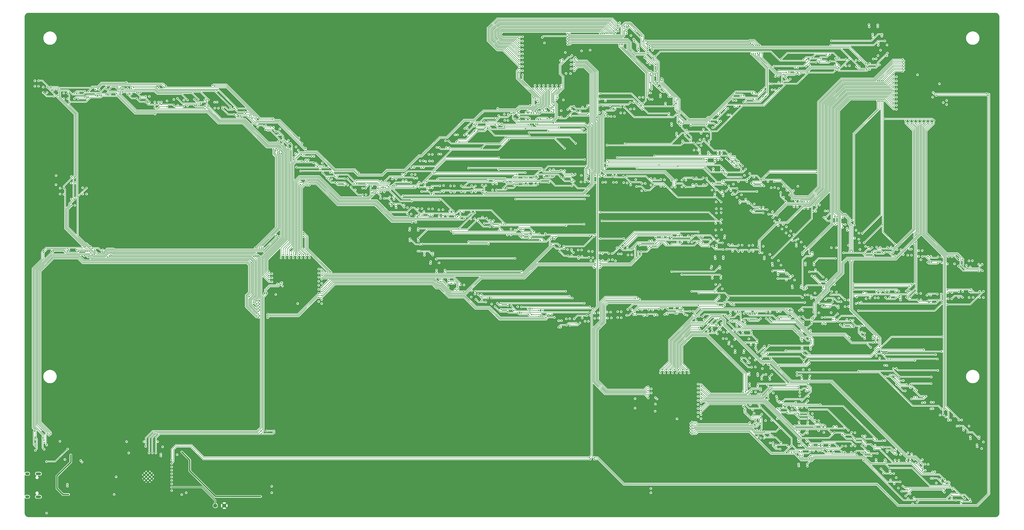
<source format=gbr>
%TF.GenerationSoftware,KiCad,Pcbnew,8.0.4*%
%TF.CreationDate,2025-01-31T11:16:02-08:00*%
%TF.ProjectId,traffic_paradise,74726166-6669-4635-9f70-617261646973,rev?*%
%TF.SameCoordinates,Original*%
%TF.FileFunction,Copper,L3,Inr*%
%TF.FilePolarity,Positive*%
%FSLAX46Y46*%
G04 Gerber Fmt 4.6, Leading zero omitted, Abs format (unit mm)*
G04 Created by KiCad (PCBNEW 8.0.4) date 2025-01-31 11:16:02*
%MOMM*%
%LPD*%
G01*
G04 APERTURE LIST*
%TA.AperFunction,ComponentPad*%
%ADD10C,1.524000*%
%TD*%
%TA.AperFunction,HeatsinkPad*%
%ADD11C,0.600000*%
%TD*%
%TA.AperFunction,ComponentPad*%
%ADD12O,2.100000X1.000000*%
%TD*%
%TA.AperFunction,ComponentPad*%
%ADD13O,1.600000X1.000000*%
%TD*%
%TA.AperFunction,ViaPad*%
%ADD14C,0.500000*%
%TD*%
%TA.AperFunction,Conductor*%
%ADD15C,0.500000*%
%TD*%
%TA.AperFunction,Conductor*%
%ADD16C,0.203200*%
%TD*%
%TA.AperFunction,Conductor*%
%ADD17C,0.200000*%
%TD*%
%TA.AperFunction,Conductor*%
%ADD18C,0.304800*%
%TD*%
G04 APERTURE END LIST*
D10*
%TO.N,/PHOTO*%
%TO.C,R108*%
X71960000Y-185420000D03*
%TO.N,GND*%
X75360000Y-185420000D03*
%TD*%
D11*
%TO.N,GND*%
%TO.C,U13*%
X48150000Y-175290000D03*
X48150000Y-173890000D03*
X47450000Y-175990000D03*
X47450000Y-174590000D03*
X47450000Y-173190000D03*
X46750000Y-175290000D03*
X46750000Y-173890000D03*
X46050000Y-175990000D03*
X46050000Y-174590000D03*
X46050000Y-173190000D03*
X45350000Y-175290000D03*
X45350000Y-173890000D03*
%TD*%
D12*
%TO.N,Net-(J2-SHIELD)*%
%TO.C,J2*%
X5670000Y-173480000D03*
D13*
X1490000Y-173480000D03*
D12*
X5670000Y-182120000D03*
D13*
X1490000Y-182120000D03*
%TD*%
D14*
%TO.N,/EN*%
X55626000Y-179770000D03*
X34796000Y-174623000D03*
%TO.N,GND*%
X21300000Y-167600000D03*
X92600000Y-51600000D03*
X225900000Y-92900000D03*
X81600000Y-35100000D03*
X313900000Y-169000000D03*
X254000000Y-139000000D03*
X79800000Y-34200000D03*
X336550000Y-33020000D03*
X28300000Y-33600000D03*
X316900000Y-22800000D03*
X145100000Y-72600000D03*
X311900000Y-105200000D03*
X210000000Y-32000000D03*
X200100000Y-56600000D03*
X342400000Y-97200000D03*
X330500000Y-129500000D03*
X102870000Y-102870000D03*
X313300000Y-81100000D03*
X100330000Y-101600000D03*
X62900000Y-33200000D03*
X324900000Y-162600000D03*
X289300000Y-121600000D03*
X222700000Y-70700000D03*
X205100000Y-74700000D03*
X200500000Y-53300000D03*
X74500000Y-38200000D03*
X317100000Y-2800000D03*
X88400000Y-37100000D03*
X193600000Y-37000000D03*
X288800000Y-134400000D03*
X277700000Y-116700000D03*
X46500000Y-166600000D03*
X270500000Y-152200000D03*
X349400000Y-96400000D03*
X212200000Y-168700000D03*
X340600000Y-132300000D03*
X210100000Y-93800000D03*
X278600000Y-16300000D03*
X104700000Y-46100000D03*
X148200000Y-49900000D03*
X211400000Y-8300000D03*
X202700000Y-8200000D03*
X233500000Y-72000000D03*
X19200000Y-27500000D03*
X224800000Y-101900000D03*
X163100000Y-39900000D03*
X349200000Y-105500000D03*
X273600000Y-36200000D03*
X228300000Y-3500000D03*
X234400000Y-139500000D03*
X146100000Y-68400000D03*
X106200000Y-49700000D03*
X270700000Y-56700000D03*
X341200000Y-21950000D03*
X182700000Y-67000000D03*
X101600000Y-100330000D03*
X277800000Y-95300000D03*
X95900000Y-82800000D03*
X238600000Y-36300000D03*
X263400000Y-103400000D03*
X309200000Y-155400000D03*
X346000000Y-22200000D03*
X171000000Y-80500000D03*
X297300000Y-124600000D03*
X126000000Y-65900000D03*
X34700000Y-33700000D03*
X333800000Y-108900000D03*
X260300000Y-122100000D03*
X289300000Y-19900000D03*
X351000000Y-151800000D03*
X343200000Y-95400000D03*
X50800000Y-160500000D03*
X24100000Y-163400000D03*
X313100000Y-122600000D03*
X23300000Y-92700000D03*
X206200000Y-23200000D03*
X13400000Y-69800000D03*
X270200000Y-122500000D03*
X233900000Y-10300000D03*
X200900000Y-63900000D03*
X322800000Y-19700000D03*
X259600000Y-90100000D03*
X338100000Y-94800000D03*
X169200000Y-36500000D03*
X317500000Y-108700000D03*
X284600000Y-155600000D03*
X237200000Y-182400000D03*
X108100000Y-60800000D03*
X94700000Y-39900000D03*
X301300000Y-118200000D03*
X10287000Y-175768000D03*
X344900000Y-154100000D03*
X153200000Y-51600000D03*
X222900000Y-36600000D03*
X190800000Y-8500000D03*
X251900000Y-44300000D03*
X161000000Y-46800000D03*
X171200000Y-42500000D03*
X222400000Y-59400000D03*
X346750000Y-27750000D03*
X223800000Y-47600000D03*
X56300000Y-31900000D03*
X342250000Y-29250000D03*
X91800000Y-42400000D03*
X323400000Y-178100000D03*
X245110000Y-146050000D03*
X9400000Y-160000000D03*
X332300000Y-95500000D03*
X245110000Y-143510000D03*
X295300000Y-16400000D03*
X26300000Y-88211600D03*
X338400000Y-97200000D03*
X249200000Y-153500000D03*
X342600000Y-37100000D03*
X273700000Y-76600000D03*
X90800000Y-156600000D03*
X296900000Y-132200000D03*
X156800000Y-50400000D03*
X141800000Y-56600000D03*
X342300000Y-126400000D03*
X83700000Y-95800000D03*
X338000000Y-105400000D03*
X206000000Y-12800000D03*
X345600000Y-35900000D03*
X15300000Y-88100000D03*
X331000000Y-86800000D03*
X243840000Y-144780000D03*
X275000000Y-120100000D03*
X189900000Y-27100000D03*
X171400000Y-40300000D03*
X183000000Y-19000000D03*
X234200000Y-98200000D03*
X101600000Y-102870000D03*
X7900000Y-162600000D03*
X346700000Y-147500000D03*
X329800000Y-38500000D03*
X186500000Y-24600000D03*
X217400000Y-96800000D03*
X220200000Y-120400000D03*
X16300000Y-72700000D03*
X271200000Y-65900000D03*
X94100000Y-178200000D03*
X11000000Y-88000000D03*
X326800000Y-37800000D03*
X321300000Y-160100000D03*
X324400000Y-108900000D03*
X96400000Y-103800000D03*
X279300000Y-104800000D03*
X302000000Y-10400000D03*
X3300000Y-162800000D03*
X220800000Y-96600000D03*
X357800000Y-165000000D03*
X315300000Y-126500000D03*
X343700000Y-22000000D03*
X91100000Y-115700000D03*
X223200000Y-54100000D03*
X269200000Y-140700000D03*
X234400000Y-182400000D03*
X328500000Y-144500000D03*
X129400000Y-67600000D03*
X233000000Y-52400000D03*
X324400000Y-9400000D03*
X231900000Y-6900000D03*
X234100000Y-33700000D03*
X233200000Y-46200000D03*
X240300000Y-41400000D03*
X150000000Y-72400000D03*
X231200000Y-29000000D03*
X307800000Y-86000000D03*
X206000000Y-93200000D03*
X319200000Y-85800000D03*
X256800000Y-95600000D03*
X316700000Y-87100000D03*
X30200000Y-88700000D03*
X41700000Y-33400000D03*
X337820000Y-30480000D03*
X112500000Y-108800000D03*
X147800000Y-60600000D03*
X12200000Y-181500000D03*
X227200000Y-43200000D03*
X307900000Y-73300000D03*
X289000000Y-161300000D03*
X191700000Y-46500000D03*
X323000000Y-91600000D03*
X239200000Y-21900000D03*
X319400000Y-157800000D03*
X230300000Y-22600000D03*
X338900000Y-174900000D03*
X187200000Y-8600000D03*
X198900000Y-39300000D03*
X89200000Y-90900000D03*
X102900000Y-59700000D03*
X181600000Y-34900000D03*
X136900000Y-68400000D03*
X212800000Y-8300000D03*
X343700000Y-147200000D03*
X345900000Y-181700000D03*
X3900000Y-30200000D03*
X48000000Y-35800000D03*
X218200000Y-40200000D03*
X340300000Y-25950000D03*
X242300000Y-22400000D03*
X296700000Y-145500000D03*
X52000000Y-174500000D03*
X163300000Y-45000000D03*
X69900000Y-27300000D03*
X58700000Y-171700000D03*
X214800000Y-169000000D03*
X6000000Y-29500000D03*
X300100000Y-71300000D03*
X269000000Y-85700000D03*
X50800000Y-166500000D03*
X335280000Y-30480000D03*
X142800000Y-80100000D03*
X83600000Y-112300000D03*
X7800000Y-158100000D03*
X250500000Y-134400000D03*
X237000000Y-178800000D03*
X20000000Y-34800000D03*
X306600000Y-16900000D03*
X329700000Y-105100000D03*
X316800000Y-7600000D03*
X242570000Y-146050000D03*
X278200000Y-78100000D03*
X205800000Y-8300000D03*
X242700000Y-88700000D03*
X314600000Y-111000000D03*
X193800000Y-9000000D03*
X214400000Y-166400000D03*
X335200000Y-182000000D03*
X239300000Y-88800000D03*
X211700000Y-166500000D03*
X8300000Y-174200000D03*
X105100000Y-85800000D03*
X258800000Y-106900000D03*
X217900000Y-76700000D03*
X133200000Y-69600000D03*
X297000000Y-118600000D03*
X108400000Y-65500000D03*
X21100000Y-72200000D03*
X134600000Y-62500000D03*
X323900000Y-86900000D03*
X9100000Y-168000000D03*
X16500000Y-176600000D03*
X8300000Y-189100000D03*
X21600000Y-90300000D03*
X222900000Y-3300000D03*
X178700000Y-103900000D03*
X169900000Y-47500000D03*
X299900000Y-90300000D03*
X246110000Y-152880000D03*
X167300000Y-100700000D03*
X21800000Y-30600000D03*
X17900000Y-182200000D03*
X93800000Y-85000000D03*
X164500000Y-47200000D03*
X74100000Y-29200000D03*
X169600000Y-94100000D03*
X37800000Y-31100000D03*
X248600000Y-89000000D03*
X235300000Y-90300000D03*
X333900000Y-22600000D03*
X151700000Y-57000000D03*
X130100000Y-73600000D03*
X110900000Y-110600000D03*
X356300000Y-103800000D03*
X341000000Y-119000000D03*
X164500000Y-85700000D03*
X262100000Y-98100000D03*
X307600000Y-168500000D03*
X330800000Y-132900000D03*
X222600000Y-12600000D03*
X205000000Y-78600000D03*
X18900000Y-164300000D03*
X225500000Y-3300000D03*
X23300000Y-70000000D03*
X39500000Y-166500000D03*
X147600000Y-56900000D03*
X291500000Y-110800000D03*
X297300000Y-151400000D03*
X143000000Y-90800000D03*
X150900000Y-54900000D03*
X353100000Y-153800000D03*
X101600000Y-101600000D03*
X252000000Y-46000000D03*
X343600000Y-123200000D03*
X300100000Y-86300000D03*
X197400000Y-19200000D03*
X173200000Y-75900000D03*
X330300000Y-42000000D03*
X335280000Y-31750000D03*
X61100000Y-181400000D03*
X52000000Y-172500000D03*
X159300000Y-95100000D03*
X157000000Y-107300000D03*
X210100000Y-37600000D03*
X214200000Y-8200000D03*
X14900000Y-90500000D03*
X92300000Y-96700000D03*
X232800000Y-31300000D03*
X116200000Y-97800000D03*
X3300000Y-159700000D03*
X236347000Y-148336000D03*
X18400000Y-29300000D03*
X178200000Y-72500000D03*
X300100000Y-95700000D03*
X159300000Y-88300000D03*
X335700000Y-117900000D03*
X188900000Y-34200000D03*
X94200000Y-104100000D03*
X215300000Y-8300000D03*
X16800000Y-62600000D03*
X337820000Y-33020000D03*
X229400000Y-14000000D03*
X186000000Y-71100000D03*
X331400000Y-164100000D03*
X198400000Y-122200000D03*
X253500000Y-153900000D03*
X12700000Y-161300000D03*
X304100000Y-11800000D03*
X344250000Y-30000000D03*
X280900000Y-164300000D03*
X22400000Y-169900000D03*
X281600000Y-126400000D03*
X52000000Y-179200000D03*
X218500000Y-29400000D03*
X227600000Y-147000000D03*
X229100000Y-31100000D03*
X232400000Y-26800000D03*
X237700000Y-139900000D03*
X354500000Y-98100000D03*
X102870000Y-100330000D03*
X271900000Y-17100000D03*
X38000000Y-160900000D03*
X247000000Y-92600000D03*
X311700000Y-17200000D03*
X307900000Y-57400000D03*
X274400000Y-91600000D03*
X296600000Y-92200000D03*
X297400000Y-161100000D03*
X104900000Y-63500000D03*
X329600000Y-118300000D03*
X276000000Y-110600000D03*
X336550000Y-31750000D03*
X353600000Y-107800000D03*
X258000000Y-49100000D03*
X320800000Y-3000000D03*
X319600000Y-34000000D03*
X92900000Y-48700000D03*
X161100000Y-53500000D03*
X252800000Y-73200000D03*
X295600000Y-171400000D03*
X243840000Y-146050000D03*
X262500000Y-32100000D03*
X287800000Y-97500000D03*
X273900000Y-24900000D03*
X58800000Y-169400000D03*
X337820000Y-31750000D03*
X305800000Y-119200000D03*
X294300000Y-99900000D03*
X303200000Y-22200000D03*
X184500000Y-20800000D03*
X103400000Y-57600000D03*
X88600000Y-183000000D03*
X142600000Y-82600000D03*
X262600000Y-119300000D03*
X233500000Y-8200000D03*
X298500000Y-168800000D03*
X154500000Y-62600000D03*
X279000000Y-154100000D03*
X176500000Y-117100000D03*
X316500000Y-115300000D03*
X239900000Y-151900000D03*
X230200000Y-4600000D03*
X94200000Y-159000000D03*
X108100000Y-93000000D03*
X204200000Y-24700000D03*
X308000000Y-43300000D03*
X34000000Y-182200000D03*
X277300000Y-108100000D03*
X187500000Y-73700000D03*
X284100000Y-84100000D03*
X187800000Y-24700000D03*
X278800000Y-87300000D03*
X232700000Y-178200000D03*
X313200000Y-116600000D03*
X179500000Y-41000000D03*
X238100000Y-134100000D03*
X281600000Y-70900000D03*
X267700000Y-38600000D03*
X280800000Y-62500000D03*
X157500000Y-84000000D03*
X336550000Y-30480000D03*
X320000000Y-93900000D03*
X288200000Y-124100000D03*
X272700000Y-126000000D03*
X184500000Y-8700000D03*
X286000000Y-21500000D03*
X11000000Y-158000000D03*
X201600000Y-35500000D03*
X302400000Y-154800000D03*
X113800000Y-53700000D03*
X153600000Y-72900000D03*
X14400000Y-65300000D03*
X284700000Y-110300000D03*
X126700000Y-59900000D03*
X225700000Y-12500000D03*
X269800000Y-133300000D03*
X117900000Y-57900000D03*
X245110000Y-144780000D03*
X105100000Y-88100000D03*
X209600000Y-8300000D03*
X264500000Y-85900000D03*
X11900000Y-90500000D03*
X113600000Y-57800000D03*
X338100000Y-141600000D03*
X325200000Y-14900000D03*
X102870000Y-101600000D03*
X154000000Y-57300000D03*
X83600000Y-105100000D03*
X17700000Y-165500000D03*
X254500000Y-88700000D03*
X342200000Y-137300000D03*
X237800000Y-155300000D03*
X195300000Y-19300000D03*
X201200000Y-102000000D03*
X91300000Y-107800000D03*
X91500000Y-102000000D03*
X183600000Y-24800000D03*
X90900000Y-87900000D03*
X23000000Y-65200000D03*
X155100000Y-54200000D03*
X169100000Y-84200000D03*
X210100000Y-93800000D03*
X225400000Y-84100000D03*
X103700000Y-109900000D03*
X252700000Y-38700000D03*
X101200000Y-49100000D03*
X70400000Y-33100000D03*
X263200000Y-126000000D03*
X197400000Y-17700000D03*
X265400000Y-61300000D03*
X354900000Y-181100000D03*
X100330000Y-102870000D03*
X11800000Y-93400000D03*
X13600000Y-63300000D03*
X150500000Y-62400000D03*
X339600000Y-168400000D03*
X327800000Y-93700000D03*
X8800000Y-163800000D03*
X84800000Y-113400000D03*
X189300000Y-101400000D03*
X52100000Y-176400000D03*
X295600000Y-158900000D03*
X242570000Y-144780000D03*
X119400000Y-62000000D03*
X346500000Y-174500000D03*
X111200000Y-95900000D03*
X222800000Y-38800000D03*
X342200000Y-110500000D03*
X187500000Y-40500000D03*
X243840000Y-143510000D03*
X16400000Y-163300000D03*
X240100000Y-16800000D03*
X230000000Y-36100000D03*
X121500000Y-68200000D03*
X282200000Y-137000000D03*
X58600000Y-179600000D03*
X100330000Y-100330000D03*
X242570000Y-143510000D03*
X265500000Y-122400000D03*
X205900000Y-50300000D03*
X330400000Y-125300000D03*
X289300000Y-19900000D03*
X328500000Y-183200000D03*
X83300000Y-33700000D03*
X308200000Y-83400000D03*
X269000000Y-125800000D03*
X6800000Y-89000000D03*
X110500000Y-56000000D03*
X66800000Y-33100000D03*
X200500000Y-86000000D03*
X276500000Y-11100000D03*
X34900000Y-173400000D03*
X326300000Y-172100000D03*
X126000000Y-67800000D03*
X188400000Y-31700000D03*
X270500000Y-10000000D03*
X288900000Y-131000000D03*
X331800000Y-22900000D03*
X266700000Y-53100000D03*
X287700000Y-73300000D03*
X87300000Y-115900000D03*
X288500000Y-105200000D03*
X297600000Y-136900000D03*
X304400000Y-96800000D03*
X288900000Y-168400000D03*
X237100000Y-152100000D03*
X49000000Y-166300000D03*
X359400000Y-160100000D03*
X241200000Y-117900000D03*
X93100000Y-54000000D03*
X211800000Y-88300000D03*
X281200000Y-99100000D03*
X202800000Y-29500000D03*
X10500000Y-33300000D03*
X290200000Y-68100000D03*
X352500000Y-160200000D03*
X342500000Y-41800000D03*
X204200000Y-28300000D03*
X5700000Y-24500000D03*
X164100000Y-50600000D03*
X287000000Y-152000000D03*
X190400000Y-25900000D03*
X353500000Y-92700000D03*
X273800000Y-69800000D03*
X58700000Y-166000000D03*
X205200000Y-59100000D03*
X335280000Y-33020000D03*
X150500000Y-94600000D03*
X209900000Y-71900000D03*
X294300000Y-85600000D03*
X288200000Y-88000000D03*
X337700000Y-125300000D03*
X93100000Y-181500000D03*
X264900000Y-59000000D03*
X288700000Y-143700000D03*
X322000000Y-116700000D03*
X18000000Y-32700000D03*
X86600000Y-87900000D03*
X288700000Y-81800000D03*
X105200000Y-81900000D03*
X214000000Y-97300000D03*
X298300000Y-158500000D03*
X77600000Y-37800000D03*
X283700000Y-143600000D03*
X172200000Y-103500000D03*
X117500000Y-60600000D03*
X323200000Y-93800000D03*
X48300000Y-39000000D03*
X297600000Y-127600000D03*
X7800000Y-181900000D03*
X93900000Y-156400000D03*
X338000000Y-90100000D03*
X158500000Y-52400000D03*
X195300000Y-17700000D03*
X322900000Y-103800000D03*
X270800000Y-69000000D03*
X94500000Y-115200000D03*
X177400000Y-48000000D03*
X170600000Y-90600000D03*
X207000000Y-38400000D03*
X317900000Y-13500000D03*
X284900000Y-29200000D03*
X274600000Y-60300000D03*
X247100000Y-30300000D03*
X262700000Y-43700000D03*
X136700000Y-73800000D03*
X245700000Y-153700000D03*
X329400000Y-88600000D03*
X268700000Y-136300000D03*
X292100000Y-75500000D03*
X183900000Y-44900000D03*
X266400000Y-92000000D03*
X210400000Y-28200000D03*
X328600000Y-174700000D03*
X86200000Y-114900000D03*
X16500000Y-179000000D03*
X228000000Y-33500000D03*
X316100000Y-133500000D03*
X256700000Y-127200000D03*
X16500000Y-168200000D03*
X44800000Y-160400000D03*
X155900000Y-45600000D03*
X270800000Y-75800000D03*
X257100000Y-102500000D03*
X53100000Y-163200000D03*
X155200000Y-79100000D03*
X95800000Y-91500000D03*
X200300000Y-13500000D03*
X349100000Y-108400000D03*
%TO.N,+5V*%
X102870000Y-109601000D03*
X343535000Y-27150000D03*
X13700000Y-161300000D03*
X237592000Y-145394000D03*
X245138000Y-152880000D03*
X94643000Y-106200000D03*
X335280000Y-23749000D03*
X8763000Y-188228000D03*
X195400000Y-11800000D03*
X236883000Y-150015000D03*
X93120400Y-178185000D03*
X201400000Y-18388400D03*
X15600000Y-168100000D03*
X235280000Y-180594000D03*
X61100000Y-180594000D03*
X203250000Y-15375000D03*
X235280000Y-178998000D03*
X93120400Y-180594000D03*
%TO.N,+3.3V*%
X57660000Y-166300000D03*
X17018000Y-181254000D03*
X38737000Y-161415000D03*
X34036000Y-181254000D03*
X59400000Y-181300000D03*
X52235000Y-163360000D03*
X17800000Y-166400000D03*
X50419000Y-161417000D03*
X45214000Y-161415000D03*
%TO.N,/SCL1*%
X96621600Y-102438000D03*
X229362000Y-148844000D03*
X94000000Y-158100000D03*
X49695000Y-165646000D03*
X22000000Y-169100000D03*
X91313000Y-105664000D03*
%TO.N,/SDA1*%
X89150000Y-157450000D03*
X94000000Y-157400000D03*
X21500000Y-168500000D03*
X91200000Y-157400000D03*
X96951800Y-101778000D03*
X48425000Y-165646000D03*
X90424000Y-105664000D03*
X229362000Y-145288000D03*
%TO.N,/SCL2*%
X209300000Y-14800000D03*
X55626000Y-169610000D03*
X206925000Y-17230000D03*
X212598000Y-168003200D03*
X214122000Y-168003200D03*
X341600000Y-30900000D03*
X361188000Y-30853200D03*
%TO.N,/SDA2*%
X361696000Y-31461600D03*
X206521000Y-17751900D03*
X55626000Y-168340000D03*
X212259500Y-167301500D03*
X214122000Y-167301500D03*
X212500000Y-14500000D03*
X342300000Y-31500000D03*
%TO.N,Net-(U5-~{SDB})*%
X55626000Y-172150000D03*
X97155000Y-102997000D03*
%TO.N,/INT1*%
X95250000Y-102235000D03*
X55626000Y-170880000D03*
%TO.N,/PHOTO*%
X55626000Y-178500000D03*
%TO.N,/D-*%
X51562000Y-166785000D03*
X16510000Y-177450000D03*
%TO.N,/D+*%
X16510000Y-178150000D03*
X51562000Y-166085000D03*
%TO.N,Net-(U6-~{SDB})*%
X236982000Y-147320000D03*
X55626000Y-174690000D03*
%TO.N,/INT2*%
X55626000Y-173420000D03*
X237033000Y-144915000D03*
%TO.N,Net-(U7-~{SDB})*%
X55626000Y-177230000D03*
X341122000Y-30353000D03*
%TO.N,/INT3*%
X55626000Y-175960000D03*
X340976000Y-32150000D03*
%TO.N,/Matrix 1/COL0*%
X216400000Y-85230500D03*
X145618000Y-71162900D03*
X88138000Y-111426000D03*
X164975000Y-75200000D03*
X19350000Y-70425000D03*
X198150000Y-113650000D03*
X5725000Y-26000000D03*
X212394000Y-84197800D03*
X72650000Y-29657800D03*
X199100000Y-85350000D03*
X102250000Y-50850000D03*
X225156000Y-85230500D03*
X70996100Y-27747200D03*
X165250000Y-102625000D03*
X72650000Y-34000000D03*
X231125000Y-87750000D03*
X26718300Y-91016800D03*
X132900000Y-66400000D03*
X103351800Y-47487200D03*
X147150000Y-76700000D03*
X156000000Y-70800000D03*
X166948600Y-86388300D03*
X32248900Y-91743200D03*
X40425000Y-28900000D03*
%TO.N,/Matrix 1/COL1*%
X38600000Y-26600800D03*
X31471700Y-92106400D03*
X201775000Y-116025000D03*
X105200000Y-53725000D03*
X135350000Y-67700000D03*
X148100000Y-81400000D03*
X8875000Y-28375000D03*
X41320800Y-28597700D03*
X15225000Y-66325000D03*
X105977000Y-52231100D03*
X202625000Y-88100000D03*
X137983000Y-72919300D03*
X203353000Y-105018000D03*
X10317712Y-28370688D03*
X43850000Y-30425000D03*
X213899000Y-84421800D03*
X169400000Y-105000000D03*
X169250000Y-75525000D03*
X77625000Y-35725000D03*
X24889000Y-89911000D03*
X81373400Y-39191600D03*
X125781168Y-60644142D03*
X163296000Y-81400000D03*
X235625000Y-86025000D03*
X87630000Y-111981000D03*
%TO.N,/Matrix 1/COL2*%
X173675000Y-77550000D03*
X239625000Y-84650000D03*
X88138000Y-112535000D03*
X108975000Y-54350000D03*
X115573000Y-62887200D03*
X204728000Y-106851000D03*
X104500000Y-49500000D03*
X50700000Y-28500000D03*
X19350000Y-62075000D03*
X22819100Y-91723600D03*
X139000000Y-70500000D03*
X47275000Y-31850000D03*
X12875000Y-29475000D03*
X203464000Y-80359000D03*
X80125000Y-36375000D03*
X171825000Y-106225000D03*
X205500000Y-89300000D03*
X23248300Y-88270400D03*
X204925000Y-115300000D03*
X148050000Y-85275000D03*
X138800000Y-69625000D03*
X206235000Y-90471600D03*
%TO.N,/Matrix 1/COL3*%
X24246900Y-92086800D03*
X50750000Y-33975000D03*
X209350000Y-89500000D03*
X83825000Y-37775000D03*
X112125000Y-56850000D03*
X175550000Y-107550000D03*
X25169306Y-88230694D03*
X105834701Y-51365297D03*
X16600000Y-30650000D03*
X176325000Y-78425000D03*
X209550000Y-115050000D03*
X124852000Y-63421400D03*
X142775000Y-72600000D03*
X208182000Y-92662900D03*
X49400000Y-38500000D03*
X23700000Y-66275000D03*
X68102600Y-36601500D03*
X87628600Y-113090000D03*
X137164000Y-64291900D03*
X149600000Y-87275000D03*
X243100000Y-84825000D03*
X205869000Y-107550000D03*
X174388000Y-87275000D03*
X50078500Y-36601500D03*
X226414000Y-88081700D03*
%TO.N,/Matrix 1/COL4*%
X148680000Y-76273100D03*
X93800000Y-51600000D03*
X212425000Y-113975000D03*
X210261000Y-79800000D03*
X87630000Y-110871000D03*
X225411000Y-87100200D03*
X8800000Y-162700000D03*
X153575000Y-90650000D03*
X86913300Y-88785000D03*
X52817600Y-28490400D03*
X246750000Y-84125000D03*
X212825000Y-93503000D03*
X84674800Y-107075000D03*
X210319000Y-109500000D03*
X179050000Y-109500000D03*
X20550000Y-30700000D03*
X213350000Y-90050000D03*
X87250000Y-40000000D03*
X115150000Y-60450000D03*
X180725000Y-79800000D03*
X85500000Y-94300000D03*
X137789000Y-75291500D03*
X145450000Y-73675000D03*
X27900000Y-29100000D03*
X53887600Y-33600000D03*
%TO.N,/Matrix 1/COL5*%
X182975000Y-110475000D03*
X57800000Y-32629600D03*
X90900000Y-42800000D03*
X24475000Y-29975000D03*
X6725000Y-156906246D03*
X117700000Y-61725000D03*
X86976500Y-91823500D03*
X53376260Y-27978800D03*
X150188000Y-75046700D03*
X224770000Y-88566300D03*
X94631900Y-52210600D03*
X184375000Y-92650700D03*
X250825000Y-84200000D03*
X114278000Y-58538300D03*
X66471700Y-34568500D03*
X215625000Y-113050000D03*
X217125000Y-90900000D03*
X149450000Y-73975000D03*
X184375000Y-82025000D03*
X88425300Y-88837600D03*
X88138000Y-110316000D03*
X214435000Y-93589900D03*
X211860000Y-112885000D03*
X102398000Y-58427700D03*
X154875000Y-92925000D03*
%TO.N,/Matrix 1/COL6*%
X121575000Y-62750000D03*
X24222600Y-89977400D03*
X153400000Y-74075000D03*
X37137800Y-30263300D03*
X222006000Y-93557000D03*
X186750000Y-97528500D03*
X158125000Y-97050000D03*
X93800000Y-43425000D03*
X253102000Y-82716700D03*
X136440000Y-65410200D03*
X254725000Y-84575000D03*
X25727200Y-91472800D03*
X212342000Y-110875000D03*
X187425000Y-81850000D03*
X20000000Y-89474000D03*
X220250000Y-112800000D03*
X186750000Y-110875000D03*
X220725000Y-90800000D03*
X152725000Y-76397400D03*
X89192500Y-88837600D03*
X87617400Y-109761000D03*
X87708200Y-91831800D03*
X61600000Y-33250000D03*
X95428900Y-51947900D03*
X28500000Y-29375000D03*
%TO.N,/Matrix 1/COL7*%
X88138000Y-109207000D03*
X87582000Y-88837600D03*
X29775000Y-89475000D03*
X228667000Y-88960800D03*
X258475000Y-85700000D03*
X125000000Y-64550000D03*
X86314700Y-91885300D03*
X146480000Y-65788300D03*
X96200000Y-46200000D03*
X94910700Y-51539200D03*
X191450000Y-82700000D03*
X96200000Y-44075400D03*
X86240000Y-109195000D03*
X190700000Y-111500000D03*
X157350000Y-74350000D03*
X65550000Y-32975000D03*
X104009000Y-59853300D03*
X159450000Y-100525000D03*
X223950000Y-88600000D03*
X160419000Y-82335000D03*
X32450000Y-28975000D03*
X213549000Y-111500000D03*
X32800000Y-91380000D03*
X224175000Y-112650000D03*
%TO.N,/Matrix 1/COL8*%
X95946600Y-52465600D03*
X88400000Y-91800000D03*
X214431000Y-83781600D03*
X262175000Y-86850000D03*
X69450000Y-33175000D03*
X7775000Y-160875000D03*
X128275000Y-66300000D03*
X89907700Y-88837600D03*
X161575000Y-102000000D03*
X71702400Y-27938100D03*
X87626400Y-108652000D03*
X195775000Y-83350000D03*
X161250000Y-74925000D03*
X161327000Y-83282800D03*
X194675000Y-112200000D03*
X36400000Y-28725000D03*
X99400000Y-48400000D03*
X227925000Y-88975000D03*
X11263500Y-89956400D03*
X93360905Y-40512793D03*
%TO.N,/Matrix 2/COL0*%
X263950000Y-120375000D03*
X267581000Y-120346000D03*
X264650000Y-114225000D03*
X275125000Y-123325000D03*
X250702000Y-154092000D03*
X304875000Y-155700000D03*
X293750000Y-160600000D03*
X298802000Y-147536000D03*
X284942000Y-148024000D03*
X276266000Y-143501000D03*
X276900000Y-151100000D03*
X231900000Y-112000000D03*
X273500000Y-151800000D03*
X272400000Y-154300000D03*
X305300000Y-163200000D03*
X262500000Y-91975000D03*
X280672000Y-136208000D03*
X354900000Y-183100000D03*
X279825000Y-137100000D03*
X330600000Y-178700000D03*
%TO.N,/Matrix 2/COL1*%
X266700000Y-123100000D03*
X294685000Y-149381000D03*
X282615000Y-145159000D03*
X309350000Y-157100000D03*
X280580100Y-153428500D03*
X250190000Y-155757000D03*
X275316000Y-127838000D03*
X294125000Y-154000000D03*
X279100000Y-140236600D03*
X261150000Y-95650000D03*
X277900000Y-125625000D03*
X294150000Y-146075000D03*
X235975000Y-112025000D03*
X350150000Y-180900000D03*
X315081081Y-168395519D03*
X308375000Y-163100000D03*
X243124000Y-97597500D03*
X276325000Y-154525000D03*
%TO.N,/Matrix 2/COL2*%
X277875000Y-157675000D03*
X311875000Y-163025000D03*
X291504000Y-158861000D03*
X299805000Y-161472000D03*
X281200000Y-143125000D03*
X283538244Y-156361756D03*
X270275000Y-127225000D03*
X261550000Y-99250000D03*
X294923512Y-122800000D03*
X293925000Y-157400000D03*
X337075000Y-168150000D03*
X279050000Y-128350000D03*
X311800000Y-158050000D03*
X250698000Y-156312000D03*
X278448000Y-136214000D03*
X279632000Y-125351000D03*
X239625000Y-111650000D03*
X278297000Y-153500000D03*
X246913000Y-98754500D03*
%TO.N,/Matrix 2/COL3*%
X339250000Y-169925000D03*
X272300000Y-130054000D03*
X312528000Y-166450000D03*
X282730000Y-152857000D03*
X279300000Y-132425000D03*
X244150000Y-111550000D03*
X280825000Y-159300000D03*
X315675000Y-159250000D03*
X288931000Y-165399000D03*
X250190000Y-156866000D03*
X294200000Y-139900000D03*
X267131000Y-112763000D03*
X315850000Y-163000000D03*
X261175000Y-102550000D03*
X250607000Y-105018000D03*
X295275000Y-166450000D03*
X284650000Y-146375000D03*
%TO.N,/Matrix 2/COL4*%
X319925000Y-160600000D03*
X274653000Y-125151000D03*
X341800000Y-172725000D03*
X284125000Y-161850000D03*
X229226000Y-112944000D03*
X288246000Y-149211000D03*
X319125000Y-164250000D03*
X250698000Y-157421000D03*
X253306000Y-105669000D03*
X292158000Y-107379000D03*
X355850000Y-93525000D03*
X295650000Y-116350000D03*
X277351000Y-136410000D03*
X344610000Y-109442000D03*
X247275000Y-111700000D03*
X311434000Y-114239000D03*
X313147000Y-112310000D03*
X287900000Y-148019600D03*
X264275000Y-106750000D03*
X228100000Y-111800000D03*
X274425000Y-130825000D03*
%TO.N,/Matrix 2/COL5*%
X345500000Y-175725000D03*
X275375000Y-135875000D03*
X290600000Y-148650000D03*
X323100000Y-168200000D03*
X285943000Y-127295000D03*
X289619000Y-146699000D03*
X323075000Y-161000000D03*
X287825000Y-163075000D03*
X290012000Y-157325000D03*
X293016000Y-109200000D03*
X265425000Y-109200000D03*
X251050000Y-112525000D03*
X295175000Y-119600000D03*
X262182000Y-110638000D03*
X291066000Y-166844000D03*
X250190000Y-157976000D03*
X294700000Y-128500000D03*
%TO.N,/Matrix 2/COL6*%
X293500000Y-142425000D03*
X275500000Y-139725000D03*
X295825000Y-150925000D03*
X324700000Y-171300000D03*
X268600000Y-112700000D03*
X295175000Y-126025000D03*
X289500000Y-165987000D03*
X250699000Y-158531000D03*
X291700000Y-162875000D03*
X254600000Y-114500000D03*
X327050000Y-164425000D03*
X347425000Y-178050000D03*
%TO.N,/Matrix 2/COL7*%
X294900000Y-136675000D03*
X326375000Y-173375000D03*
X331400000Y-179375000D03*
X261175000Y-115375000D03*
X295800000Y-162750000D03*
X298250000Y-153550000D03*
X258100000Y-117400000D03*
X274600000Y-142800000D03*
X250711000Y-155202000D03*
X270575000Y-116400000D03*
X276100000Y-153200000D03*
X328875000Y-166275000D03*
%TO.N,/Matrix 2/COL8*%
X300625000Y-155575000D03*
X275825000Y-147675000D03*
X283383000Y-133032000D03*
X333950000Y-182450000D03*
X266296000Y-119609000D03*
X289279000Y-155479000D03*
X293950000Y-169850000D03*
X272950000Y-120150000D03*
X299575000Y-162750000D03*
X260775000Y-118375000D03*
X333100000Y-166000000D03*
X274700000Y-153800000D03*
X294750000Y-132050000D03*
X250190000Y-154647000D03*
X328800000Y-176500000D03*
%TO.N,/Matrix 3/COL0*%
X293725000Y-103750000D03*
X322868000Y-128736000D03*
X291200000Y-71200000D03*
X275064000Y-67525000D03*
X295800000Y-90400000D03*
X318225000Y-88575000D03*
X307496000Y-90562400D03*
X320450000Y-124100000D03*
X265800000Y-87475000D03*
X329688000Y-22437600D03*
X318728000Y-91826200D03*
X320307000Y-122537000D03*
X342069000Y-128736000D03*
X268075000Y-67525000D03*
X358425000Y-159575000D03*
X265800000Y-68682500D03*
X283775000Y-112625000D03*
X273900000Y-62150000D03*
X321300000Y-105250000D03*
%TO.N,/Matrix 3/COL1*%
X360025000Y-161550000D03*
X296875000Y-105675000D03*
X288075000Y-112325000D03*
X321350000Y-88500000D03*
X269534000Y-87700000D03*
X270900000Y-70450000D03*
X324500000Y-105050000D03*
X296475000Y-94300000D03*
X329691000Y-17999200D03*
X293900000Y-71335600D03*
X323739000Y-127665000D03*
X344323000Y-127550000D03*
X277750000Y-63150000D03*
X321775000Y-127550000D03*
X304557000Y-92650700D03*
%TO.N,/Matrix 3/COL2*%
X325400000Y-88400000D03*
X273475000Y-87725000D03*
X311324000Y-104330000D03*
X328300000Y-104975000D03*
X330200000Y-18554000D03*
X300800000Y-108025000D03*
X298524000Y-72600000D03*
X281575000Y-63850000D03*
X306591000Y-108902000D03*
X325000000Y-130400000D03*
X342770000Y-130400000D03*
X274050000Y-72200000D03*
X297050000Y-96875000D03*
X292300000Y-112250000D03*
X354625000Y-155575000D03*
%TO.N,/Matrix 3/COL3*%
X328909000Y-108286000D03*
X342908000Y-134698000D03*
X284950000Y-65550000D03*
X332450000Y-104950000D03*
X327350000Y-133950000D03*
X277375000Y-73425000D03*
X329692000Y-19108800D03*
X301075000Y-100525000D03*
X351850000Y-153300000D03*
X298300000Y-113100000D03*
X277450000Y-88100000D03*
X305600000Y-110500000D03*
X311361000Y-106107000D03*
X301650000Y-74850000D03*
X329050000Y-89350000D03*
%TO.N,/Matrix 3/COL4*%
X340445000Y-137150000D03*
X305175000Y-77050000D03*
X336475000Y-105800000D03*
X302994000Y-88649800D03*
X300600000Y-114750000D03*
X280950000Y-75100000D03*
X333000000Y-89225000D03*
X311338000Y-103080000D03*
X332181000Y-103080000D03*
X287325000Y-68825000D03*
X304200000Y-102500000D03*
X305300000Y-113450000D03*
X330200000Y-19663600D03*
X279925000Y-91150000D03*
X313165000Y-134944000D03*
X328675000Y-137150000D03*
X349000000Y-151800000D03*
%TO.N,/Matrix 3/COL5*%
X283550000Y-78100000D03*
X304875000Y-105275000D03*
X329692000Y-20218400D03*
X320320000Y-33625400D03*
X337050000Y-89700000D03*
X360000000Y-105000000D03*
X345400000Y-149225000D03*
X304793000Y-88650500D03*
X311319000Y-102285000D03*
X310600000Y-78500000D03*
X340225000Y-106450000D03*
X304549000Y-80023900D03*
X346418000Y-109964000D03*
X340413000Y-139645000D03*
X308775000Y-115625000D03*
X336575000Y-93160000D03*
X283125000Y-93475000D03*
X320300000Y-26062000D03*
X332948000Y-102285000D03*
X332525000Y-140050000D03*
%TO.N,/Matrix 3/COL6*%
X356075000Y-105000000D03*
X340275000Y-91875000D03*
X323177000Y-136956000D03*
X355353000Y-104278000D03*
X280913000Y-97429800D03*
X344150000Y-106075000D03*
X285175000Y-97150000D03*
X334950000Y-142175000D03*
X271600000Y-113350000D03*
X286100000Y-80825000D03*
X309400000Y-108300000D03*
X311150000Y-115850000D03*
X320980000Y-33625400D03*
X346425000Y-104478000D03*
X307156000Y-81026600D03*
X309724000Y-122332000D03*
X313148000Y-109333000D03*
X311600000Y-80100000D03*
X320980000Y-26062000D03*
X330200000Y-20773200D03*
%TO.N,/Matrix 3/COL7*%
X338500000Y-144400000D03*
X289616000Y-85897500D03*
X288925000Y-83650000D03*
X288425000Y-99150000D03*
X344325000Y-92100000D03*
X321640000Y-26062000D03*
X315050000Y-117950000D03*
X353840000Y-96275700D03*
X282877000Y-100210000D03*
X315466000Y-120773000D03*
X348150000Y-105450000D03*
X275000000Y-113250000D03*
X314600000Y-83275000D03*
X329679000Y-21328000D03*
X332988000Y-145389000D03*
X321640000Y-33625400D03*
X318145000Y-106664000D03*
X359525000Y-94900000D03*
X312425000Y-107150000D03*
%TO.N,/Matrix 3/COL8*%
X330200000Y-21882800D03*
X322300000Y-33625400D03*
X291675000Y-102900000D03*
X291700000Y-86525000D03*
X341275000Y-146675000D03*
X316025000Y-105600000D03*
X348200000Y-92050000D03*
X322300000Y-26062000D03*
X352200000Y-105075000D03*
X352000000Y-93150000D03*
X318600000Y-121925000D03*
X326900000Y-87376800D03*
X279975000Y-112850000D03*
X315275000Y-86775000D03*
X309381200Y-87737600D03*
%TO.N,Net-(D2-A)*%
X16600000Y-164200000D03*
X8700000Y-168900000D03*
%TO.N,/T_SW*%
X12264000Y-61575000D03*
X39535000Y-165646000D03*
X12250000Y-65000000D03*
%TO.N,unconnected-(R52-Pad2)*%
X111887000Y-109601000D03*
%TO.N,unconnected-(R53-Pad2)*%
X110744000Y-108839000D03*
%TO.N,unconnected-(R54-Pad2)*%
X111887000Y-108077000D03*
%TO.N,unconnected-(R93-Pad2)*%
X254127000Y-146685000D03*
%TO.N,unconnected-(R94-Pad2)*%
X254127000Y-148209000D03*
%TO.N,unconnected-(R95-Pad2)*%
X252984000Y-147447000D03*
%TO.N,unconnected-(R96-Pad2)*%
X254127000Y-152781000D03*
%TO.N,unconnected-(R97-Pad2)*%
X252984000Y-152019000D03*
%TO.N,unconnected-(R98-Pad2)*%
X254127000Y-151257000D03*
%TO.N,unconnected-(R109-Pad2)*%
X346202000Y-33401000D03*
%TO.N,unconnected-(R145-Pad2)*%
X344932000Y-34163000D03*
%TO.N,unconnected-(R146-Pad2)*%
X346202000Y-34925000D03*
%TO.N,/Matrix 4/COL7*%
X284054000Y-17967400D03*
X218928000Y-57786900D03*
X171779000Y-51361200D03*
X270850000Y-59125000D03*
X169500000Y-65475000D03*
X237775000Y-27475000D03*
X236775000Y-62775000D03*
X238366000Y-57610400D03*
X274525000Y-30625000D03*
X228750000Y-34175000D03*
X204560000Y-11869600D03*
X232140000Y-36757400D03*
X203000000Y-51361200D03*
X146550000Y-58550000D03*
X155975000Y-51050000D03*
X263025000Y-84125000D03*
X239403000Y-25125500D03*
X305800000Y-17575000D03*
X271275000Y-63050000D03*
X203000000Y-59700000D03*
%TO.N,/Matrix 4/COL2*%
X283303000Y-22248400D03*
X177550000Y-40075000D03*
X180294000Y-43268700D03*
X218300000Y-33600000D03*
X232350000Y-32200000D03*
X252300000Y-62425000D03*
X231900000Y-9300000D03*
X259425000Y-42450000D03*
X319775000Y-17750000D03*
X287100000Y-22825000D03*
X259300000Y-55600000D03*
X150525000Y-65125000D03*
X185100000Y-62325000D03*
X218300000Y-61550000D03*
X247471000Y-41936700D03*
X202500000Y-33198800D03*
X204564000Y-8800000D03*
X185100000Y-61136400D03*
X242800000Y-31900000D03*
X246425000Y-41975000D03*
X261750000Y-58950000D03*
X305770000Y-21072200D03*
%TO.N,/Matrix 4/COL3*%
X150917000Y-56261400D03*
X324000000Y-15625000D03*
X201700000Y-37225000D03*
X290300000Y-21075000D03*
X225661300Y-49648500D03*
X189150000Y-62350000D03*
X283500000Y-28900000D03*
X248225000Y-45650000D03*
X235200000Y-30575000D03*
X203962000Y-8288400D03*
X262375000Y-68375000D03*
X188242000Y-60477000D03*
X261125000Y-38650000D03*
X291596000Y-23126700D03*
X153375000Y-66175000D03*
X256200000Y-62525000D03*
X222300000Y-61650000D03*
X203507000Y-23266100D03*
X162800000Y-46300000D03*
X154615000Y-60477000D03*
X234075000Y-13875000D03*
%TO.N,/Matrix 4/COL8*%
X309675000Y-17950000D03*
X263600000Y-60950000D03*
X277825000Y-29750000D03*
X245401000Y-58123800D03*
X285127000Y-23560300D03*
X183028000Y-38200500D03*
X240200000Y-30100000D03*
X245100000Y-33200000D03*
X173450000Y-65275000D03*
X206925000Y-61100000D03*
X174150000Y-41350000D03*
X135600000Y-63675000D03*
X143200000Y-60900000D03*
X218327000Y-58773700D03*
X204100000Y-12381200D03*
X211600000Y-35200000D03*
X240375000Y-63150000D03*
X178264000Y-59306400D03*
X213200000Y-42500000D03*
X178264000Y-54910200D03*
X212200000Y-60700000D03*
X189900000Y-37800000D03*
%TO.N,/Matrix 4/COL6*%
X217325000Y-35400000D03*
X281468000Y-20507200D03*
X302375000Y-16100000D03*
X236725000Y-54162100D03*
X209971800Y-44099800D03*
X266250000Y-64825000D03*
X233200000Y-64525000D03*
X170025000Y-42325000D03*
X203967000Y-11358000D03*
X237022000Y-23900000D03*
X220008000Y-35431700D03*
X270250000Y-31725000D03*
X268200000Y-56300000D03*
X196900000Y-44864600D03*
X239394000Y-25868900D03*
X320400000Y-5025000D03*
X197008000Y-64177800D03*
X198850000Y-59325000D03*
X165550000Y-65475000D03*
X261550000Y-79400000D03*
X256800000Y-52750000D03*
%TO.N,/Matrix 4/COL0*%
X244312000Y-33900000D03*
X257100000Y-48550000D03*
X181025000Y-47200000D03*
X221900000Y-36700000D03*
X159475000Y-48575000D03*
X250270000Y-42855500D03*
X216337200Y-61962800D03*
X207079700Y-49483500D03*
X211561000Y-61923500D03*
X150000000Y-56025000D03*
X280650000Y-27175000D03*
X226900000Y-5400000D03*
X204565000Y-9823200D03*
X139750000Y-62875000D03*
X181800000Y-38600000D03*
X244900000Y-63200000D03*
X313500000Y-18375000D03*
X304600000Y-22000000D03*
X177475000Y-64675000D03*
%TO.N,/Matrix 4/COL4*%
X259400000Y-64450000D03*
X261650000Y-71475000D03*
X205450000Y-36800000D03*
X157600000Y-65300000D03*
X153350000Y-53650000D03*
X261800000Y-53125000D03*
X237038000Y-16782200D03*
X203981000Y-10334800D03*
X236125000Y-17375000D03*
X293675000Y-18050000D03*
X192875000Y-62150000D03*
X155332000Y-62928000D03*
X205163000Y-23284400D03*
X264200000Y-36400000D03*
X323050000Y-11050000D03*
X226300000Y-61825000D03*
X250350000Y-47750000D03*
X302775000Y-12644100D03*
%TO.N,/Matrix 4/COL5*%
X166994000Y-58768600D03*
X210918000Y-58044400D03*
X263275000Y-64925000D03*
X252825000Y-49325000D03*
X299025000Y-17800000D03*
X229625000Y-63075000D03*
X321975000Y-8550000D03*
X230100000Y-58800000D03*
X302994000Y-11028500D03*
X267225000Y-33400000D03*
X261675000Y-75475000D03*
X209700000Y-35900000D03*
X197900000Y-37513400D03*
X204550000Y-10846400D03*
X161600000Y-65475000D03*
X255213000Y-47907900D03*
X195213000Y-59650000D03*
X237125000Y-19950000D03*
X266725000Y-54375000D03*
%TO.N,/Matrix 4/COL1*%
X283150000Y-24300000D03*
X205696000Y-65453700D03*
X147575000Y-62525000D03*
X193950000Y-38025000D03*
X215027600Y-40651100D03*
X248425000Y-63300000D03*
X214464000Y-61600000D03*
X185775000Y-38050000D03*
X245200000Y-38250000D03*
X203989000Y-9311600D03*
X317325000Y-19475000D03*
X194600000Y-9700000D03*
X229525000Y-7300000D03*
X151190000Y-63970300D03*
X198784000Y-37702400D03*
X248648000Y-44463700D03*
X178264000Y-39049600D03*
X257275000Y-45125000D03*
X255167000Y-55312900D03*
X166450000Y-43900000D03*
X181450000Y-63925000D03*
X225350000Y-35875000D03*
%TO.N,Net-(LED1-RK)*%
X24475000Y-32075000D03*
X93218000Y-99949000D03*
X36400000Y-30900000D03*
X28500000Y-31475000D03*
X5725000Y-28050000D03*
X16600000Y-32725000D03*
X20575000Y-32775000D03*
X12900000Y-31550000D03*
X8875000Y-30450000D03*
X32450000Y-31050000D03*
%TO.N,Net-(LED1-GK)*%
X23100000Y-32100000D03*
X19175000Y-32800000D03*
X93218000Y-101473000D03*
X7475000Y-30450000D03*
X15200000Y-32725000D03*
X35025000Y-30875000D03*
X4325000Y-28050000D03*
X27075000Y-31475000D03*
X31050000Y-31075000D03*
X11500000Y-31800000D03*
%TO.N,Net-(LED1-BK)*%
X35025000Y-28750000D03*
X19150000Y-30700000D03*
X7475000Y-28375000D03*
X92075000Y-100711000D03*
X11500000Y-29500000D03*
X4325000Y-26000000D03*
X15200000Y-30650000D03*
X23075000Y-29975000D03*
X31050000Y-28975000D03*
X27100000Y-29325000D03*
%TO.N,Net-(LED10-RK)*%
X69400000Y-35425000D03*
X50750000Y-36075000D03*
X65575000Y-35175000D03*
X40400000Y-31000000D03*
X92075000Y-97663000D03*
X57900000Y-35200000D03*
X61600000Y-35475000D03*
X43825000Y-32550000D03*
X47300000Y-33975000D03*
X53875000Y-35750000D03*
%TO.N,Net-(LED10-GK)*%
X56425000Y-35175000D03*
X68150000Y-35400000D03*
X60175000Y-35450000D03*
X42425000Y-32575000D03*
X49325000Y-36100000D03*
X51750000Y-34925000D03*
X45850000Y-33950000D03*
X39050000Y-31000000D03*
X64125000Y-35150000D03*
X92075000Y-99187000D03*
%TO.N,Net-(LED10-BK)*%
X49325000Y-33975000D03*
X45875000Y-31875000D03*
X56450000Y-33025000D03*
X68075000Y-33125000D03*
X93218000Y-98425000D03*
X42475000Y-30425000D03*
X64100000Y-32975000D03*
X39050000Y-28875000D03*
X60225000Y-33275000D03*
X51750000Y-34000000D03*
%TO.N,Net-(LED19-BK)*%
X87950000Y-42725000D03*
X74675000Y-35875000D03*
X71750000Y-34025000D03*
X97350000Y-48875000D03*
X85950000Y-39950000D03*
X82825000Y-37725000D03*
X95500000Y-46250000D03*
X96647000Y-92456000D03*
X79050000Y-36325000D03*
X92700000Y-43375000D03*
%TO.N,Net-(LED19-GK)*%
X87918200Y-43416800D03*
X95575000Y-48700000D03*
X97409000Y-91313000D03*
X99175000Y-50825000D03*
X71825000Y-36250000D03*
X85825000Y-42300000D03*
X79150000Y-38675000D03*
X81900000Y-39750000D03*
X74744100Y-36531400D03*
X91675000Y-44650000D03*
%TO.N,Net-(LED19-RK)*%
X90825000Y-44275000D03*
X73150000Y-36275000D03*
X100175000Y-49525000D03*
X77814600Y-36357200D03*
X87150000Y-42325000D03*
X94700000Y-45075000D03*
X97400000Y-47200000D03*
X98171000Y-92456000D03*
X85000000Y-39000000D03*
X80150000Y-38675000D03*
%TO.N,Net-(LED28-BK)*%
X109725000Y-57650000D03*
X108100000Y-54325000D03*
X127225000Y-66325000D03*
X116700000Y-61775000D03*
X104250000Y-53725000D03*
X98933000Y-91313000D03*
X100175000Y-51550000D03*
X120450000Y-62750000D03*
X124000000Y-64500000D03*
X112250000Y-60600000D03*
%TO.N,Net-(LED28-GK)*%
X122875000Y-65800000D03*
X116975000Y-64200000D03*
X104450000Y-56125000D03*
X113842000Y-62402600D03*
X102000000Y-53275000D03*
X106850000Y-55675000D03*
X111325000Y-59300000D03*
X120325000Y-65150000D03*
X99695000Y-92456000D03*
X127150000Y-68825000D03*
%TO.N,Net-(LED28-RK)*%
X117875000Y-64200000D03*
X114500000Y-62350000D03*
X105950000Y-55675000D03*
X121650000Y-65150000D03*
X100457000Y-91313000D03*
X103075000Y-52025000D03*
X108825000Y-56775000D03*
X112675000Y-58025000D03*
X124475000Y-66950000D03*
X128475000Y-68725000D03*
%TO.N,Net-(LED37-GK)*%
X137475000Y-72075000D03*
X130750000Y-68100000D03*
X159200000Y-76800000D03*
X152050000Y-76475000D03*
X155925000Y-76725000D03*
X139775000Y-73675000D03*
X148000000Y-76400000D03*
X133975000Y-70100000D03*
X101981000Y-91313000D03*
X144000000Y-76000000D03*
%TO.N,Net-(LED37-RK)*%
X138825000Y-72100000D03*
X153400000Y-76500000D03*
X135300000Y-70125000D03*
X149500000Y-76425000D03*
X145425000Y-76025000D03*
X142775000Y-73425000D03*
X157325000Y-76675000D03*
X162000000Y-76800000D03*
X102743000Y-92456000D03*
X132075000Y-68100000D03*
%TO.N,Net-(LED37-BK)*%
X139725000Y-72850000D03*
X101219000Y-92456000D03*
X137450000Y-69625000D03*
X155825000Y-74425000D03*
X152025000Y-74100000D03*
X159900000Y-74850000D03*
X144000000Y-73600000D03*
X134000000Y-67675000D03*
X148000000Y-73975000D03*
X130650000Y-65475000D03*
%TO.N,Net-(LED55-BK)*%
X152725000Y-93825000D03*
X154925000Y-97075000D03*
X160700000Y-102075000D03*
X144975000Y-81325000D03*
X144600000Y-76998800D03*
X156225000Y-100475000D03*
X148750000Y-87350000D03*
X150425000Y-90650000D03*
X103505000Y-91313000D03*
X144975000Y-85300000D03*
%TO.N,Net-(LED55-GK)*%
X150375000Y-91500000D03*
X104267000Y-92456000D03*
X147975000Y-89950000D03*
X107200000Y-65200000D03*
X154950000Y-97900000D03*
X152675000Y-94600000D03*
X145750000Y-79150000D03*
X156250000Y-101275000D03*
X104200000Y-64100000D03*
X145000000Y-86100000D03*
X144825000Y-82125000D03*
X159300000Y-103325000D03*
%TO.N,Net-(LED55-RK)*%
X106400000Y-65200000D03*
X161900000Y-104350000D03*
X147175000Y-79100000D03*
X158075000Y-97925000D03*
X148050000Y-82150000D03*
X105029000Y-91313000D03*
X155875000Y-94350000D03*
X103900000Y-64942000D03*
X153550000Y-91425000D03*
X148700000Y-89950000D03*
X159425000Y-101250000D03*
X148125000Y-86125000D03*
%TO.N,Net-(LED64-BK)*%
X176075000Y-64725000D03*
X197450000Y-59375000D03*
X180125000Y-63825000D03*
X191500000Y-62225000D03*
X212238000Y-59938100D03*
X205750000Y-61050000D03*
X183775000Y-62300000D03*
X193800000Y-59650000D03*
X187750000Y-62350000D03*
X201525000Y-59650000D03*
X205300000Y-21500000D03*
%TO.N,Net-(LED64-RK)*%
X189125000Y-64750000D03*
X206550000Y-63625000D03*
X206600000Y-22300000D03*
X202950000Y-62150000D03*
X181500000Y-66225000D03*
X212164000Y-59282300D03*
X177425000Y-66975000D03*
X198950000Y-61775000D03*
X195275000Y-62025000D03*
X185125000Y-64800000D03*
X192900000Y-64725000D03*
%TO.N,Net-(LED64-GK)*%
X197450000Y-61725000D03*
X187750000Y-64800000D03*
X206600000Y-20700000D03*
X201600000Y-62200000D03*
X191475000Y-64750000D03*
X205250000Y-63650000D03*
X183725000Y-64850000D03*
X192925000Y-61225000D03*
X175975000Y-66975000D03*
X180000000Y-66200000D03*
%TO.N,Net-(LED73-BK)*%
X182850000Y-81625000D03*
X175025000Y-78350000D03*
X186125000Y-81700000D03*
X163825000Y-75150000D03*
X106553000Y-91313000D03*
X179400000Y-79700000D03*
X167900000Y-75500000D03*
X172175000Y-77175000D03*
X193500000Y-83450000D03*
X190425000Y-82675000D03*
%TO.N,Net-(LED73-GK)*%
X178400000Y-82050000D03*
X170675000Y-78825000D03*
X181550000Y-83875000D03*
X189575000Y-85100000D03*
X162900000Y-76875000D03*
X167850000Y-77850000D03*
X193900000Y-85850000D03*
X105791000Y-92456000D03*
X174950000Y-80775000D03*
X186175000Y-84200000D03*
%TO.N,Net-(LED73-RK)*%
X107315000Y-92456000D03*
X187525000Y-84150000D03*
X165525000Y-77650000D03*
X179525000Y-82025000D03*
X169250000Y-77800000D03*
X182825000Y-83875000D03*
X190600000Y-85125000D03*
X195200000Y-85875000D03*
X172850000Y-79475000D03*
X176375000Y-80775000D03*
%TO.N,Net-(LED82-RK)*%
X175600000Y-109775000D03*
X165200000Y-105100000D03*
X183975000Y-112250000D03*
X186750000Y-113075000D03*
X190675000Y-113700000D03*
X171925000Y-108475000D03*
X194800000Y-114375000D03*
X179100000Y-111750000D03*
X111887000Y-100457000D03*
X169325000Y-106000000D03*
%TO.N,Net-(LED82-BK)*%
X168200000Y-104800000D03*
X177725000Y-109475000D03*
X111887000Y-98933000D03*
X174200000Y-107550000D03*
X189275000Y-111500000D03*
X181650000Y-110400000D03*
X163875000Y-102575000D03*
X170500000Y-106150000D03*
X185350000Y-110775000D03*
X193275000Y-112200000D03*
%TO.N,Net-(LED82-GK)*%
X169675000Y-108025000D03*
X167950000Y-107175000D03*
X176925000Y-110800000D03*
X193350000Y-114375000D03*
X110744000Y-99695000D03*
X189300000Y-113675000D03*
X173425000Y-109025000D03*
X163050000Y-104275000D03*
X185425000Y-113125000D03*
X181650000Y-112625000D03*
%TO.N,Net-(LED91-BK)*%
X239075000Y-63050000D03*
X235275000Y-62700000D03*
X227700000Y-64100000D03*
X194300000Y-29000000D03*
X232000000Y-64550000D03*
X217225000Y-61525000D03*
X221050000Y-61650000D03*
X211561000Y-61200000D03*
X199419000Y-41505000D03*
X224975000Y-61850000D03*
X194469000Y-36600000D03*
X209225000Y-61500000D03*
%TO.N,Net-(LED91-RK)*%
X214400000Y-64200000D03*
X233300000Y-67150000D03*
X218375000Y-64050000D03*
X240450000Y-65650000D03*
X191288000Y-38100000D03*
X229925000Y-65700000D03*
X226425000Y-64350000D03*
X210600000Y-63925000D03*
X192059000Y-42311600D03*
X236750000Y-65200000D03*
X192800000Y-29000000D03*
X222400000Y-64100000D03*
%TO.N,Net-(LED91-GK)*%
X231925000Y-67275000D03*
X192800000Y-42311600D03*
X225125000Y-64225000D03*
X227725000Y-65125000D03*
X209150000Y-63950000D03*
X221275000Y-64125000D03*
X192000000Y-37600000D03*
X217250000Y-64125000D03*
X193500000Y-27700000D03*
X239075000Y-65600000D03*
X211900000Y-63774300D03*
X235350000Y-65150000D03*
%TO.N,Net-(LED100-RK)*%
X220875000Y-93125000D03*
X209450000Y-91900000D03*
X202825000Y-89000000D03*
X228200000Y-91325000D03*
X205625000Y-91575000D03*
X110744000Y-98171000D03*
X224200000Y-90975000D03*
X213525000Y-92400000D03*
X217225000Y-93325000D03*
X198700000Y-87825000D03*
%TO.N,Net-(LED100-BK)*%
X201075000Y-87850000D03*
X216200028Y-90600028D03*
X208075000Y-89525000D03*
X110744000Y-96647000D03*
X204075000Y-89275000D03*
X222575000Y-88650000D03*
X212025000Y-89975000D03*
X197875000Y-85375000D03*
X226675000Y-88950000D03*
X219500000Y-90825000D03*
%TO.N,Net-(LED100-GK)*%
X197925000Y-87600000D03*
X208175000Y-91925000D03*
X212125000Y-92275000D03*
X219525000Y-93175000D03*
X216100018Y-93499982D03*
X226725000Y-91375000D03*
X223150000Y-90950000D03*
X111887000Y-97409000D03*
X204200000Y-91675000D03*
X201075000Y-89950000D03*
%TO.N,Net-(LED109-GK)*%
X196000000Y-114800000D03*
X111887000Y-106553000D03*
X210625000Y-116250000D03*
X219075000Y-115025000D03*
X9700000Y-159000000D03*
X200750000Y-118450000D03*
X207325000Y-116950000D03*
X87600000Y-114200000D03*
X222850000Y-114875000D03*
X4550000Y-162450000D03*
X214325000Y-115125000D03*
X203625000Y-117700000D03*
X91600000Y-114260000D03*
%TO.N,Net-(LED109-BK)*%
X4455000Y-160409000D03*
X110744000Y-105791000D03*
X222850000Y-112625000D03*
X203650000Y-115350000D03*
X88200000Y-113602000D03*
X91600000Y-113600000D03*
X211250000Y-114100000D03*
X214225000Y-113225000D03*
X200775000Y-116050000D03*
X9100000Y-158500000D03*
X206548000Y-115373000D03*
X218875000Y-112775000D03*
X197050000Y-113675000D03*
%TO.N,Net-(LED109-RK)*%
X211850000Y-116250000D03*
X224225000Y-114925000D03*
X201425000Y-118450000D03*
X88200000Y-114800000D03*
X199175000Y-114800000D03*
X220475000Y-114975000D03*
X208700000Y-116875000D03*
X7825000Y-161700000D03*
X204975000Y-117725000D03*
X110744000Y-107315000D03*
X91600000Y-114920000D03*
X10300000Y-158500000D03*
X215650000Y-115025000D03*
%TO.N,Net-(LED118-GK)*%
X235100000Y-23400000D03*
X238900000Y-32075000D03*
X229000000Y-11175000D03*
X223000000Y-5286400D03*
X185900000Y-19800000D03*
X226150000Y-8325000D03*
X230725000Y-14700000D03*
X235550000Y-29175000D03*
X235037000Y-26700000D03*
X233925000Y-19200000D03*
%TO.N,Net-(LED118-RK)*%
X242025000Y-31925000D03*
X237150000Y-22500000D03*
X237100000Y-26475000D03*
X238725000Y-28575000D03*
X187200000Y-19000000D03*
X225264000Y-6264400D03*
X223600000Y-4219200D03*
X234075000Y-14675000D03*
X227825000Y-9025000D03*
X236175000Y-18175000D03*
X232325000Y-11225000D03*
%TO.N,Net-(LED118-BK)*%
X226200000Y-7525000D03*
X223000000Y-4550000D03*
X238850000Y-31200000D03*
X235600000Y-28400000D03*
X235375000Y-24000000D03*
X235000000Y-19900000D03*
X228900000Y-10400000D03*
X230700000Y-13875000D03*
X187200000Y-20600000D03*
X233025000Y-17325000D03*
%TO.N,Net-(LED127-BK)*%
X182003000Y-48074800D03*
X216185000Y-32830600D03*
X145550000Y-58650000D03*
X188500000Y-37825000D03*
X244975000Y-45625000D03*
X251425000Y-49350000D03*
X242075000Y-38225000D03*
X253650000Y-52750000D03*
X243100000Y-41975000D03*
X191100000Y-29000000D03*
X247200000Y-48550000D03*
X240775000Y-34350000D03*
%TO.N,Net-(LED127-GK)*%
X253725000Y-53600000D03*
X242025000Y-39075000D03*
X240725000Y-35125000D03*
X189654100Y-45411500D03*
X247250000Y-49425000D03*
X190800000Y-37400000D03*
X218845600Y-50161800D03*
X251450000Y-52000000D03*
X191900000Y-27700000D03*
X211054200Y-45140400D03*
X188525000Y-40150000D03*
X243125000Y-42800000D03*
X244950000Y-46425000D03*
X145600000Y-61200000D03*
%TO.N,Net-(LED127-RK)*%
X245200000Y-39050000D03*
X248150000Y-46425000D03*
X256850000Y-53575000D03*
X216185000Y-30815700D03*
X179418000Y-42151100D03*
X252900000Y-52000000D03*
X246325000Y-42750000D03*
X189875000Y-40200000D03*
X146900000Y-61175000D03*
X243875000Y-35200000D03*
X250275000Y-48725000D03*
X187200000Y-23800000D03*
X189400000Y-42400000D03*
%TO.N,Net-(LED134-BK)*%
X161900000Y-46275000D03*
X198962000Y-35358100D03*
X155075000Y-51000000D03*
X148800000Y-56025000D03*
X192525000Y-38100000D03*
X152075000Y-53625000D03*
X218979000Y-55826200D03*
X190640000Y-42960000D03*
X196200000Y-37513400D03*
X168875000Y-42425000D03*
X172925000Y-41375000D03*
X256250000Y-55525000D03*
X199100000Y-29000000D03*
%TO.N,Net-(LED134-GK)*%
X149250000Y-58600000D03*
X155700000Y-53525000D03*
X196525000Y-40050000D03*
X192500000Y-40375000D03*
X173000000Y-43800000D03*
X209216000Y-44075200D03*
X152350000Y-56100000D03*
X256225000Y-56375000D03*
X219546000Y-56375000D03*
X188242000Y-44007800D03*
X162450000Y-48900000D03*
X198300000Y-27700000D03*
X198589000Y-35902800D03*
X169100000Y-44875000D03*
%TO.N,Net-(LED134-RK)*%
X150100000Y-58550000D03*
X197925000Y-40100000D03*
X198000000Y-36200000D03*
X156550000Y-53525000D03*
X197500000Y-29000000D03*
X174025000Y-43775000D03*
X153400000Y-56125000D03*
X259350000Y-56400000D03*
X163375000Y-48925000D03*
X170300000Y-44875000D03*
X218455344Y-56832789D03*
X189715000Y-46653600D03*
X193850000Y-40400000D03*
%TO.N,Net-(LED135-BK)*%
X259850000Y-75625000D03*
X259325000Y-68375000D03*
X142075000Y-60975000D03*
X184400000Y-38075000D03*
X259600000Y-79500000D03*
X259875000Y-84100000D03*
X180325000Y-38525000D03*
X259800000Y-71450000D03*
X198800000Y-41888400D03*
X258675000Y-58950000D03*
X201500000Y-27700000D03*
%TO.N,Net-(LED135-GK)*%
X184400000Y-40350000D03*
X259775000Y-78075000D03*
X200700000Y-29000000D03*
X260600000Y-85725000D03*
X258775000Y-59800000D03*
X180513400Y-40808784D03*
X259625000Y-82000000D03*
X259225000Y-69150000D03*
X259825000Y-74000000D03*
X142375000Y-69113300D03*
X211911500Y-69113300D03*
X216294000Y-75326000D03*
X142375000Y-63475000D03*
%TO.N,Net-(LED135-RK)*%
X261675000Y-74025000D03*
X181725000Y-40875000D03*
X261825000Y-59800000D03*
X210403400Y-70390100D03*
X216980200Y-78605600D03*
X143550000Y-63475000D03*
X261825000Y-78075000D03*
X262375000Y-69225000D03*
X262925000Y-85000000D03*
X199900000Y-27700000D03*
X261775000Y-81875000D03*
X184586700Y-70390100D03*
X185800000Y-40400000D03*
%TO.N,Net-(LED136-BK)*%
X247000000Y-63275000D03*
X185900000Y-23000000D03*
X193211843Y-34134957D03*
X243100000Y-63450000D03*
X218512000Y-38411800D03*
X264475000Y-65475000D03*
X250975000Y-62425000D03*
X269200000Y-62175000D03*
X254950000Y-62450000D03*
X258350000Y-64475000D03*
X262750000Y-60925000D03*
X262025000Y-64925000D03*
%TO.N,Net-(LED136-GK)*%
X192700000Y-33411600D03*
X258225000Y-67000000D03*
X243150000Y-65900000D03*
X217997000Y-38940600D03*
X187200000Y-22200000D03*
X251000000Y-64950000D03*
X268125000Y-63850000D03*
X262050000Y-67375000D03*
X255000000Y-64975000D03*
X262150000Y-63525000D03*
X247000000Y-65800000D03*
X265275000Y-67200000D03*
%TO.N,Net-(LED136-RK)*%
X252300000Y-64925000D03*
X244425000Y-65925000D03*
X256325000Y-64950000D03*
X259650000Y-67025000D03*
X267600000Y-66375000D03*
X248401000Y-65825000D03*
X262825000Y-63475000D03*
X263450000Y-67425000D03*
X271325000Y-63850000D03*
X192000000Y-32900000D03*
X185900000Y-21400000D03*
X219300000Y-39300000D03*
%TO.N,Net-(LED145-RK)*%
X235400000Y-88525000D03*
X246900000Y-86525000D03*
X238975000Y-87150000D03*
X243175000Y-87225000D03*
X258425000Y-88075000D03*
X111887000Y-105029000D03*
X250725000Y-86550000D03*
X231650000Y-90150000D03*
X254725000Y-86825000D03*
X216200000Y-96200000D03*
X214100000Y-96100000D03*
X262425000Y-89325000D03*
%TO.N,Net-(LED145-BK)*%
X241675000Y-84850000D03*
X111887000Y-103505000D03*
X257275000Y-85675000D03*
X259900000Y-87700000D03*
X229425000Y-88675000D03*
X245400000Y-84175000D03*
X249375000Y-84200000D03*
X216195919Y-94451793D03*
X253325000Y-84625000D03*
X237075000Y-84800000D03*
X214400000Y-94600000D03*
X234700000Y-86125000D03*
%TO.N,Net-(LED145-GK)*%
X249425000Y-86500000D03*
X237125000Y-87100000D03*
X259925000Y-88475000D03*
X253250000Y-86975000D03*
X230525000Y-90125000D03*
X241650000Y-87375000D03*
X234275000Y-88475000D03*
X257150000Y-88100000D03*
X214368000Y-95291800D03*
X245400000Y-86500000D03*
X110744000Y-104267000D03*
X216200000Y-95400000D03*
%TO.N,Net-(LED154-RK)*%
X261500000Y-119500000D03*
X235458000Y-143129000D03*
X240500000Y-113700000D03*
X236625000Y-114025000D03*
X248050000Y-113700000D03*
X258200000Y-119050000D03*
X232675000Y-114150000D03*
X231100000Y-108000000D03*
X251875000Y-113875000D03*
X255300000Y-115600000D03*
X244450000Y-113300000D03*
%TO.N,Net-(LED154-BK)*%
X253400000Y-114400000D03*
X230347000Y-107547000D03*
X234315000Y-145034000D03*
X238275000Y-111675000D03*
X256575000Y-117175000D03*
X249925000Y-112475000D03*
X234525000Y-112000000D03*
X241550000Y-111600000D03*
X258425000Y-120100000D03*
X230575000Y-111900000D03*
X245950000Y-111750000D03*
%TO.N,Net-(LED154-GK)*%
X229400000Y-107700000D03*
X229750000Y-113750000D03*
X256725000Y-119750000D03*
X248850000Y-113975000D03*
X252275000Y-115950000D03*
X241525000Y-113600000D03*
X245105000Y-113382000D03*
X233825000Y-114050000D03*
X260200000Y-120950000D03*
X234315000Y-143891000D03*
X237650000Y-113900000D03*
%TO.N,Net-(LED163-BK)*%
X269200000Y-59775000D03*
X266400000Y-56800000D03*
X134225000Y-63675000D03*
X223975000Y-35875000D03*
X220300000Y-36688400D03*
X260425000Y-53125000D03*
X185900000Y-13500000D03*
X219988000Y-8211800D03*
X231075000Y-32225000D03*
X234350000Y-30575000D03*
X224800000Y-12299200D03*
X265175000Y-53475000D03*
%TO.N,Net-(LED163-GK)*%
X234900000Y-32950000D03*
X224000000Y-38075000D03*
X268050000Y-58500000D03*
X231025000Y-34525000D03*
X220400000Y-39400000D03*
X260450000Y-55625000D03*
X224140000Y-12299200D03*
X187200000Y-12700000D03*
X219276000Y-8223500D03*
X270400000Y-61500000D03*
X134200000Y-66100000D03*
X263600000Y-55175000D03*
%TO.N,Net-(LED163-RK)*%
X232350000Y-34525000D03*
X210461000Y-55609100D03*
X269700000Y-57925000D03*
X265300000Y-55825000D03*
X261875000Y-55650000D03*
X225375000Y-38100000D03*
X221700000Y-39400000D03*
X218565000Y-8235300D03*
X235800000Y-32975000D03*
X222673000Y-54799500D03*
X185900000Y-11900000D03*
X135575000Y-66100000D03*
X223480000Y-12299200D03*
X272400000Y-60800000D03*
%TO.N,Net-(LED167-BK)*%
X283100000Y-66400000D03*
X285125000Y-69700000D03*
X358625000Y-105000000D03*
X339979000Y-40894000D03*
X271850000Y-62650000D03*
X279200000Y-63800000D03*
X276550000Y-63075000D03*
X354750000Y-105025000D03*
X358275000Y-94875000D03*
X350725000Y-93050000D03*
X297424000Y-59753100D03*
%TO.N,Net-(LED167-GK)*%
X284000000Y-67900000D03*
X280400000Y-66125000D03*
X354625000Y-107325000D03*
X297416000Y-60496500D03*
X272950000Y-64475000D03*
X350650000Y-95550000D03*
X276600000Y-65475000D03*
X340741000Y-42037000D03*
X285925000Y-71300000D03*
X358325000Y-97375000D03*
X358600000Y-107300000D03*
%TO.N,Net-(LED167-RK)*%
X286275000Y-67125000D03*
X359600000Y-97300000D03*
X322823900Y-40326800D03*
X341503000Y-40894000D03*
X360025000Y-107325000D03*
X277700000Y-65475000D03*
X356125000Y-107300000D03*
X288175000Y-70475000D03*
X290400000Y-65600000D03*
X352050000Y-95475000D03*
X281675000Y-66075000D03*
X288838800Y-67191500D03*
X273950000Y-64475000D03*
%TO.N,Net-(LED177-RK)*%
X234315000Y-140843000D03*
X262500000Y-92750000D03*
X264250000Y-107500000D03*
X261225000Y-96425000D03*
X261525000Y-100125000D03*
X266475000Y-110150000D03*
X272975000Y-120950000D03*
X262100000Y-104075000D03*
X268425000Y-113650000D03*
X270625000Y-117175000D03*
%TO.N,Net-(LED177-BK)*%
X265125000Y-112775000D03*
X267500000Y-117275000D03*
X263000000Y-109500000D03*
X260925000Y-106700000D03*
X259375000Y-91950000D03*
X234315000Y-142367000D03*
X258075000Y-95600000D03*
X269725000Y-120125000D03*
X258325000Y-99275000D03*
X259600000Y-102425000D03*
%TO.N,Net-(LED177-GK)*%
X258325000Y-100125000D03*
X267550000Y-118025000D03*
X262900000Y-110300000D03*
X235458000Y-141605000D03*
X259800000Y-104875000D03*
X260925000Y-107550000D03*
X257925000Y-96375000D03*
X265175000Y-113750000D03*
X259475000Y-92800000D03*
X269825000Y-120925000D03*
%TO.N,Net-(LED186-GK)*%
X353550000Y-95250000D03*
X246507000Y-135636000D03*
X291150000Y-144225000D03*
X260275000Y-117650000D03*
X337584000Y-126905000D03*
X277100000Y-134000000D03*
X274800000Y-126875000D03*
X292425000Y-134400000D03*
X272850000Y-125125000D03*
X292625000Y-131000000D03*
X276750000Y-130075000D03*
%TO.N,Net-(LED186-RK)*%
X277950000Y-126475000D03*
X247269000Y-134493000D03*
X334268000Y-130950000D03*
X294725000Y-134425000D03*
X270686000Y-124225000D03*
X280225000Y-133900000D03*
X275150000Y-124225000D03*
X280150000Y-130050000D03*
X294750000Y-130950000D03*
X294375000Y-144450000D03*
X355025000Y-95900000D03*
X261900000Y-116975000D03*
%TO.N,Net-(LED186-BK)*%
X274550000Y-126225000D03*
X354575000Y-93550000D03*
X291125000Y-142975000D03*
X344529000Y-122106000D03*
X260325000Y-115475000D03*
X292600000Y-132000000D03*
X272050000Y-122850000D03*
X292575000Y-128500000D03*
X277450000Y-132400000D03*
X277275000Y-128350000D03*
X245745000Y-134493000D03*
%TO.N,Net-(LED190-BK)*%
X266925000Y-127200000D03*
X273000000Y-142700000D03*
X272125000Y-135600000D03*
X264600000Y-124000000D03*
X272258000Y-131803000D03*
X243459000Y-135636000D03*
X272550000Y-147575000D03*
X254700000Y-118011600D03*
X269300000Y-130000000D03*
X272275000Y-139675000D03*
X262550000Y-120325000D03*
%TO.N,Net-(LED190-GK)*%
X272200000Y-136400000D03*
X273500000Y-149500000D03*
X262375000Y-122750000D03*
X272200000Y-143600000D03*
X264525000Y-124800000D03*
X273075000Y-133475000D03*
X244221000Y-134493000D03*
X272325000Y-140575000D03*
X269325000Y-130925000D03*
X266900000Y-128050000D03*
X253200000Y-118700000D03*
%TO.N,Net-(LED190-RK)*%
X271600000Y-131750000D03*
X270125000Y-128050000D03*
X263675000Y-122800000D03*
X275504000Y-143604000D03*
X274525000Y-133400000D03*
X275350000Y-140525000D03*
X265725000Y-125625000D03*
X244983000Y-135636000D03*
X275400000Y-136625000D03*
X276300000Y-148300000D03*
X253713744Y-119386256D03*
%TO.N,Net-(LED199-RK)*%
X287975000Y-165475000D03*
X296250000Y-165000000D03*
X281075000Y-161850000D03*
X291825000Y-165200000D03*
X276575000Y-152425000D03*
X277700000Y-160125000D03*
X270000000Y-148200000D03*
X283775000Y-164250000D03*
X299300000Y-164950000D03*
X269900000Y-142900000D03*
X249555000Y-135636000D03*
X276400000Y-157125000D03*
%TO.N,Net-(LED199-BK)*%
X286625000Y-163025000D03*
X274775000Y-154500000D03*
X271255244Y-142200000D03*
X274025000Y-150725000D03*
X248031000Y-135636000D03*
X294625000Y-162725000D03*
X282150000Y-162625000D03*
X298300000Y-162825000D03*
X290875000Y-162875000D03*
X279975000Y-159300000D03*
X275500000Y-159400000D03*
%TO.N,Net-(LED199-GK)*%
X275100000Y-157125000D03*
X248793000Y-134493000D03*
X282225000Y-163425000D03*
X280000000Y-161900000D03*
X270700000Y-142800000D03*
X295000000Y-165100000D03*
X287000000Y-165400000D03*
X270388000Y-149500000D03*
X298125000Y-164950000D03*
X290975000Y-165175000D03*
X274475000Y-153150000D03*
X276475000Y-160075000D03*
%TO.N,Net-(LED208-RK)*%
X290600000Y-150950000D03*
X252984000Y-141351000D03*
X295900000Y-152125000D03*
X287475000Y-150300000D03*
X279900000Y-138075000D03*
X300150000Y-157950000D03*
X298575000Y-154700000D03*
X280000000Y-141000000D03*
X283775000Y-148925000D03*
X282375000Y-144400000D03*
%TO.N,Net-(LED208-GK)*%
X296800000Y-155875000D03*
X294225000Y-152850000D03*
X276450000Y-142100000D03*
X286300000Y-150400000D03*
X279325000Y-145375000D03*
X298200000Y-157300000D03*
X289300000Y-150975000D03*
X276900000Y-138025000D03*
X282850000Y-148950000D03*
X254127000Y-140589000D03*
%TO.N,Net-(LED208-BK)*%
X296975000Y-153425000D03*
X276775000Y-137150000D03*
X289400000Y-148650000D03*
X283575000Y-146300000D03*
X299300000Y-155575000D03*
X276475000Y-141375000D03*
X294225000Y-150600000D03*
X286300000Y-148025000D03*
X279200000Y-144300000D03*
X252984000Y-139827000D03*
%TO.N,Net-(LED217-BK)*%
X323775000Y-164550000D03*
X314675000Y-159275000D03*
X322200000Y-161050000D03*
X307675000Y-156375000D03*
X327325000Y-166175000D03*
X252984000Y-144399000D03*
X331700000Y-165600000D03*
X303875000Y-155700000D03*
X310550000Y-157950000D03*
X318575000Y-160450000D03*
%TO.N,Net-(LED217-RK)*%
X332550000Y-168500000D03*
X304150000Y-158050000D03*
X315700000Y-161575000D03*
X311950000Y-160375000D03*
X326975000Y-165250000D03*
X252984000Y-145923000D03*
X328300000Y-168400000D03*
X319350000Y-162800000D03*
X308100000Y-158800000D03*
X322400000Y-163450000D03*
%TO.N,Net-(LED217-GK)*%
X302950000Y-158050000D03*
X323925000Y-165225000D03*
X326925000Y-168375000D03*
X254127000Y-145161000D03*
X314425000Y-161575000D03*
X307050000Y-158775000D03*
X311050000Y-160375000D03*
X318000000Y-162675000D03*
X321650000Y-163500000D03*
X331175000Y-168400000D03*
%TO.N,Net-(LED226-RK)*%
X252984000Y-150495000D03*
X327300000Y-174925000D03*
X320200000Y-165850000D03*
X329825000Y-178125000D03*
X315750000Y-165425000D03*
X324925000Y-172450000D03*
X307975000Y-165350000D03*
X303725000Y-165250000D03*
X323025000Y-168975000D03*
X311875000Y-165450000D03*
%TO.N,Net-(LED226-BK)*%
X321575000Y-171600000D03*
X319750000Y-168100000D03*
X316950000Y-165150000D03*
X307075000Y-163100000D03*
X310500000Y-163000000D03*
X326550000Y-177250000D03*
X314350000Y-162950000D03*
X302375000Y-162775000D03*
X252984000Y-148971000D03*
X325275000Y-173350000D03*
%TO.N,Net-(LED226-GK)*%
X322525000Y-173300000D03*
X301975000Y-165250000D03*
X310450000Y-165425000D03*
X325225000Y-175775000D03*
X254127000Y-149733000D03*
X314400000Y-165450000D03*
X328125000Y-178850000D03*
X307100000Y-165375000D03*
X319800000Y-168925000D03*
X317925000Y-166775000D03*
%TO.N,Net-(LED235-RK)*%
X274025000Y-74650000D03*
X287700000Y-82375000D03*
X284925000Y-79925000D03*
X269250000Y-68775000D03*
X271725000Y-71925000D03*
X282574000Y-76449300D03*
X326263000Y-25273000D03*
X292975000Y-88250000D03*
X278925000Y-74350000D03*
X290425000Y-85375000D03*
%TO.N,Net-(LED235-BK)*%
X289800000Y-87225000D03*
X272675000Y-72250000D03*
X268575000Y-70950000D03*
X281725000Y-78650000D03*
X279450000Y-76075000D03*
X284475000Y-81600000D03*
X266150000Y-68075000D03*
X276050000Y-73425000D03*
X326263000Y-23749000D03*
X287300000Y-84125000D03*
%TO.N,Net-(LED235-GK)*%
X286000000Y-83100000D03*
X289825000Y-88075000D03*
X267600000Y-69750000D03*
X283050000Y-80375000D03*
X281000000Y-77300000D03*
X327406000Y-24511000D03*
X277400000Y-75600000D03*
X268650000Y-71900000D03*
X272825000Y-74700000D03*
X288500000Y-86025000D03*
%TO.N,Net-(LED244-GK)*%
X276075000Y-90550000D03*
X286100000Y-100825000D03*
X263675000Y-89250000D03*
X288375000Y-103750000D03*
X283000000Y-98775000D03*
X277800000Y-92850000D03*
X272125000Y-90050000D03*
X326263000Y-26797000D03*
X268125000Y-90050000D03*
X280950000Y-95325000D03*
%TO.N,Net-(LED244-BK)*%
X327406000Y-26035000D03*
X264450000Y-87450000D03*
X277850000Y-92125000D03*
X282975000Y-97950000D03*
X272100000Y-87775000D03*
X288325000Y-102950000D03*
X275675000Y-88150000D03*
X268125000Y-87675000D03*
X280800000Y-94475000D03*
X287275000Y-99150000D03*
%TO.N,Net-(LED244-RK)*%
X273575000Y-90000000D03*
X289200000Y-100775000D03*
X286175000Y-98550000D03*
X284100000Y-95200000D03*
X269625000Y-90050000D03*
X265925000Y-90000000D03*
X291625000Y-103625000D03*
X277025000Y-90575000D03*
X327406000Y-27559000D03*
X280800000Y-92425000D03*
%TO.N,Net-(LED253-BK)*%
X297000000Y-72650000D03*
X307200000Y-77300000D03*
X300650000Y-74850000D03*
X304150000Y-77100000D03*
X313325000Y-83175000D03*
X313550000Y-86775000D03*
X326263000Y-28321000D03*
X292772000Y-71335600D03*
X308850000Y-81375000D03*
X289525000Y-70975000D03*
%TO.N,Net-(LED253-RK)*%
X315850000Y-88150000D03*
X308175000Y-79925000D03*
X294200000Y-73950000D03*
X301000000Y-77200000D03*
X312225000Y-82100000D03*
X297175000Y-74975000D03*
X305075000Y-79500000D03*
X290225000Y-73400000D03*
X326263000Y-29845000D03*
X313300000Y-85450000D03*
%TO.N,Net-(LED253-GK)*%
X307125000Y-79875000D03*
X311725000Y-85050000D03*
X302500000Y-78639000D03*
X288950000Y-73300000D03*
X300125000Y-77250000D03*
X309000000Y-82125000D03*
X296175000Y-75025000D03*
X327406000Y-29083000D03*
X313700000Y-89275000D03*
X292825000Y-73900000D03*
%TO.N,Net-(LED262-GK)*%
X295700000Y-99225000D03*
X298800000Y-102288400D03*
X312250000Y-109600000D03*
X292175000Y-91250000D03*
X316000000Y-107775000D03*
X308150000Y-110750000D03*
X293250000Y-95125000D03*
X326263000Y-31369000D03*
X303650000Y-108000000D03*
X299800000Y-104300000D03*
%TO.N,Net-(LED262-BK)*%
X292100000Y-90450000D03*
X299875000Y-99675000D03*
X302750000Y-106275000D03*
X300000000Y-103400000D03*
X311400000Y-106800000D03*
X294775000Y-97700000D03*
X308100000Y-108200000D03*
X293250000Y-94350000D03*
X315050000Y-105475000D03*
X327406000Y-30607000D03*
%TO.N,Net-(LED262-RK)*%
X327406000Y-32131000D03*
X303125000Y-105100000D03*
X301025000Y-101375000D03*
X305750000Y-107575000D03*
X317450000Y-107525000D03*
X309425000Y-110700000D03*
X296725000Y-99325000D03*
X296475000Y-95125000D03*
X314150000Y-109075000D03*
X295251000Y-91149300D03*
%TO.N,Net-(LED271-BK)*%
X298650000Y-109625000D03*
X303350000Y-109100000D03*
X295375000Y-106675000D03*
X315425000Y-121975000D03*
X305450000Y-116275000D03*
X310150000Y-115875000D03*
X292725000Y-103825000D03*
X326263000Y-32893000D03*
X302900000Y-113000000D03*
X314075000Y-117975000D03*
%TO.N,Net-(LED271-RK)*%
X300750000Y-110525000D03*
X307825000Y-117500000D03*
X314500000Y-120350000D03*
X304500000Y-115525000D03*
X318600000Y-122725000D03*
X294250000Y-106375000D03*
X305550000Y-111250000D03*
X311275000Y-118400000D03*
X297275000Y-107900000D03*
X326263000Y-34417000D03*
%TO.N,Net-(LED271-GK)*%
X313725000Y-120375000D03*
X293150000Y-106400000D03*
X299525000Y-110650000D03*
X327406000Y-33655000D03*
X306350000Y-117525000D03*
X310250000Y-118400000D03*
X302450000Y-110850000D03*
X295500000Y-107600000D03*
X315475000Y-122750000D03*
X303575000Y-115600000D03*
%TO.N,Net-(LED280-RK)*%
X329925000Y-91225000D03*
X333050000Y-91475000D03*
X318325000Y-90375000D03*
X340500000Y-94050000D03*
X332359000Y-40894000D03*
X349200000Y-94700000D03*
X344400000Y-94275000D03*
X326100000Y-90475000D03*
X337100000Y-91950000D03*
X322100000Y-90350000D03*
%TO.N,Net-(LED280-GK)*%
X326881000Y-91681400D03*
X339100000Y-94100000D03*
X335750000Y-91875000D03*
X315700000Y-90925000D03*
X323200000Y-90275000D03*
X346500000Y-94700000D03*
X331597000Y-42037000D03*
X319325000Y-90325000D03*
X343000000Y-94300000D03*
X331650000Y-91475000D03*
%TO.N,Net-(LED280-BK)*%
X335725000Y-89725000D03*
X327650000Y-89375000D03*
X320000000Y-88450000D03*
X316875000Y-88550000D03*
X346900000Y-92025000D03*
X324025000Y-88500000D03*
X332341000Y-89197500D03*
X330835000Y-40894000D03*
X343025000Y-92050000D03*
X339175000Y-91850000D03*
%TO.N,Net-(LED289-BK)*%
X333819000Y-87218600D03*
X333121000Y-42037000D03*
X319925000Y-105175000D03*
X346700000Y-105450000D03*
X331075000Y-104925000D03*
X342725000Y-106050000D03*
X350750000Y-105125000D03*
X327075000Y-105025000D03*
X323175000Y-105075000D03*
X338850000Y-106475000D03*
X335075000Y-105775000D03*
X334000000Y-84400000D03*
%TO.N,Net-(LED289-GK)*%
X335225000Y-108175000D03*
X331150000Y-107225000D03*
X338875000Y-108850000D03*
X342700000Y-108325000D03*
X346775000Y-107775000D03*
X319400000Y-107450000D03*
X350800000Y-107300000D03*
X323250000Y-107300000D03*
X327325000Y-107350000D03*
X333883000Y-40894000D03*
X334301000Y-86736400D03*
X334541000Y-84021900D03*
%TO.N,Net-(LED289-RK)*%
X320575000Y-107450000D03*
X328600000Y-107400000D03*
X340275000Y-108825000D03*
X324775000Y-107400000D03*
X348100000Y-107800000D03*
X352150000Y-107275000D03*
X336575000Y-108200000D03*
X334767000Y-86269700D03*
X332525000Y-107275000D03*
X344150000Y-108375000D03*
X335008000Y-83555200D03*
X334645000Y-42037000D03*
%TO.N,Net-(LED298-GK)*%
X327375000Y-139925000D03*
X340325000Y-149100000D03*
X310443347Y-94054601D03*
X319375000Y-126575000D03*
X322925000Y-132775000D03*
X330700000Y-142375000D03*
X334075000Y-144700000D03*
X326263000Y-35941000D03*
X319800000Y-129300000D03*
X325025000Y-136375000D03*
X337100000Y-146825000D03*
X310449000Y-89633900D03*
%TO.N,Net-(LED298-RK)*%
X323825000Y-132850000D03*
X341050000Y-149025000D03*
X321000000Y-125700000D03*
X326025000Y-136400000D03*
X327406000Y-36703000D03*
X334950000Y-144725000D03*
X311000000Y-93700000D03*
X329950000Y-138475000D03*
X310964000Y-90046500D03*
X321100000Y-130050000D03*
X332675000Y-141175000D03*
X338000000Y-146725000D03*
%TO.N,Net-(LED298-BK)*%
X324275000Y-130425000D03*
X331175000Y-139950000D03*
X319875000Y-128425000D03*
X319600000Y-124150000D03*
X337525000Y-144375000D03*
X309900000Y-90000000D03*
X326275000Y-134000000D03*
X340400000Y-146650000D03*
X309900000Y-93578000D03*
X327406000Y-35179000D03*
X326800000Y-137675000D03*
X334000000Y-142075000D03*
%TO.N,Net-(LED307-GK)*%
X269775000Y-115725000D03*
X350075000Y-155575000D03*
X317722000Y-126058000D03*
X343750000Y-151425000D03*
X355150000Y-160350000D03*
X338455000Y-40894000D03*
X357650000Y-163350000D03*
X346850000Y-153450000D03*
X278550000Y-115150000D03*
X352525000Y-157125000D03*
X275125000Y-115575000D03*
%TO.N,Net-(LED307-RK)*%
X358350000Y-160275000D03*
X279950000Y-115075000D03*
X276475000Y-115225000D03*
X337693000Y-42037000D03*
X347650000Y-153325000D03*
X271925000Y-115775000D03*
X359325000Y-164000000D03*
X318631000Y-124171000D03*
X345050000Y-151450000D03*
X354075000Y-157925000D03*
X350950000Y-155525000D03*
%TO.N,Net-(LED307-BK)*%
X270275000Y-113275000D03*
X357600000Y-162550000D03*
X345925000Y-152125000D03*
X344300000Y-149175000D03*
X278550000Y-112775000D03*
X339217000Y-42037000D03*
X352525000Y-156325000D03*
X355125000Y-159550000D03*
X273450000Y-113550000D03*
X290066000Y-135462000D03*
X350825000Y-153325000D03*
%TO.N,Net-(LED318-RK)*%
X349675000Y-183350000D03*
X345525000Y-176750000D03*
X355238000Y-183893000D03*
X335125000Y-184150000D03*
X338175000Y-172200000D03*
X341125000Y-175150000D03*
X332475000Y-181025000D03*
X348450000Y-179300000D03*
X335925000Y-169575000D03*
X242697000Y-134493000D03*
%TO.N,Net-(LED318-BK)*%
X340975000Y-172775000D03*
X329350000Y-180025000D03*
X343975000Y-175575000D03*
X241173000Y-134493000D03*
X338075000Y-169875000D03*
X352975000Y-182850000D03*
X345349256Y-179250744D03*
X334000000Y-168075000D03*
X348100000Y-181700000D03*
X331775000Y-182800000D03*
%TO.N,Net-(LED318-GK)*%
X348125000Y-182550000D03*
X340375000Y-175175000D03*
X345400000Y-180400000D03*
X342325000Y-176950000D03*
X333475000Y-184725000D03*
X351650000Y-184300000D03*
X330850000Y-181800000D03*
X334725000Y-169550000D03*
X337225000Y-172275000D03*
X241935000Y-135636000D03*
%TO.N,Net-(LED325-BK)*%
X21998900Y-88715500D03*
X26675000Y-89475000D03*
X18000000Y-70400000D03*
X95889800Y-84466600D03*
X110744000Y-101219000D03*
X105035000Y-84400000D03*
X7600000Y-89600000D03*
X22300000Y-66150000D03*
X114007000Y-97800000D03*
X4550000Y-163110000D03*
X18000000Y-61925000D03*
X13825000Y-66300000D03*
X17081800Y-89493200D03*
X4200000Y-157400000D03*
%TO.N,Net-(LED325-RK)*%
X115327000Y-97800000D03*
X23521600Y-90000000D03*
X19300000Y-72750000D03*
X94903700Y-84005700D03*
X105035000Y-82940000D03*
X7800000Y-164300000D03*
X20558200Y-90041800D03*
X19400000Y-64325000D03*
X23725000Y-68500000D03*
X29700000Y-90275000D03*
X110744000Y-102743000D03*
X7263400Y-160085000D03*
X15200000Y-68600000D03*
X10597600Y-90014000D03*
X25769300Y-88830700D03*
%TO.N,Net-(LED325-GK)*%
X22275000Y-68525000D03*
X13775000Y-68525000D03*
X18050000Y-72775000D03*
X26700000Y-90275000D03*
X105035000Y-83600000D03*
X4425000Y-159750000D03*
X114667000Y-97800000D03*
X17975000Y-64375000D03*
X95378200Y-84978200D03*
X4475000Y-164675000D03*
X7600000Y-90400000D03*
X16629700Y-89974000D03*
X111887000Y-101981000D03*
%TO.N,Net-(U12-~{SDB})*%
X190900000Y-31800000D03*
X45885000Y-163200000D03*
X200400000Y-32400000D03*
X96084500Y-53145100D03*
X101312000Y-54991200D03*
X205700000Y-16514800D03*
%TO.N,/INT4*%
X191411600Y-32311600D03*
X47155000Y-165646000D03*
X199800000Y-33100000D03*
X96740500Y-53259500D03*
X101312000Y-55651200D03*
X202125158Y-17985112D03*
%TO.N,Net-(LED117-BK)*%
X291975000Y-122825000D03*
X290577599Y-140787289D03*
X260262000Y-109944000D03*
X291925000Y-146000000D03*
X254127000Y-142113000D03*
X226675000Y-111800000D03*
X263275000Y-114175000D03*
%TO.N,Net-(LED117-GK)*%
X291925000Y-148600000D03*
X252984000Y-142875000D03*
X253102000Y-110361000D03*
X291975000Y-123650000D03*
X264400000Y-116700000D03*
X290600000Y-141488400D03*
X226250000Y-114000000D03*
%TO.N,Net-(LED117-RK)*%
X295025000Y-123625000D03*
X228900000Y-113800000D03*
X293750000Y-148600000D03*
X254127000Y-143637000D03*
X265800000Y-115900000D03*
X294089556Y-141466044D03*
%TO.N,Net-(F2-Pad1)*%
X59400000Y-165300000D03*
X89000000Y-182000000D03*
%TO.N,Net-(LED332-RK)*%
X151475000Y-66625000D03*
X139725000Y-65325000D03*
X161625000Y-67825000D03*
X205300000Y-19900000D03*
X153875000Y-68600000D03*
X169575000Y-67700000D03*
X148450000Y-64075000D03*
X165525000Y-67825000D03*
X157550000Y-67700000D03*
X173575000Y-67825000D03*
%TO.N,Net-(LED332-BK)*%
X152450000Y-66175000D03*
X160175000Y-65450000D03*
X164175000Y-65425000D03*
X168125000Y-65400000D03*
X156200000Y-65425000D03*
X146600000Y-62575000D03*
X138350000Y-62850000D03*
X206600000Y-19100000D03*
X172025000Y-65200000D03*
X148475000Y-65950000D03*
%TO.N,Net-(LED332-GK)*%
X160300000Y-67775000D03*
X172300000Y-68000000D03*
X205300000Y-18300000D03*
X153075000Y-68550000D03*
X156300000Y-67750000D03*
X164250000Y-67750000D03*
X145350000Y-64175000D03*
X149375000Y-67525000D03*
X138300000Y-65350000D03*
X168150000Y-67775000D03*
%TO.N,Net-(LED338-BK)*%
X177900000Y-36373000D03*
X158300000Y-48525000D03*
X176775000Y-40075000D03*
X196700000Y-27700000D03*
X198888000Y-37050700D03*
X204150000Y-36800000D03*
X227575000Y-34150000D03*
X211400000Y-35900400D03*
X165550000Y-43925000D03*
X206400000Y-35600000D03*
X216125107Y-35125107D03*
X190100000Y-35287200D03*
%TO.N,Net-(LED338-RK)*%
X208750000Y-37450000D03*
X217325000Y-37575000D03*
X166550000Y-46325000D03*
X211866474Y-38966474D03*
X201700000Y-39575000D03*
X178050000Y-42500000D03*
X195088000Y-37000000D03*
X229025000Y-36550000D03*
X159725000Y-51075000D03*
X205425000Y-39200000D03*
X195100000Y-27700000D03*
%TO.N,Net-(LED338-GK)*%
X227700000Y-36600000D03*
X195900000Y-29000000D03*
X204275000Y-39225000D03*
X211612000Y-38288200D03*
X165375000Y-46375000D03*
X158675000Y-51025000D03*
X216100000Y-37900000D03*
X200686000Y-43494500D03*
X176925000Y-42525000D03*
X200776000Y-39775700D03*
X207375000Y-37450000D03*
X195688000Y-36600000D03*
%TO.N,Net-(LED364-GK)*%
X295525000Y-115175000D03*
X291125000Y-114550000D03*
X286900000Y-114500000D03*
X299650000Y-117250000D03*
X336169000Y-42037000D03*
X282775000Y-114975000D03*
%TO.N,Net-(LED364-RK)*%
X300725000Y-117225000D03*
X336931000Y-40894000D03*
X292275000Y-114525000D03*
X288075000Y-114525000D03*
X284025000Y-114950000D03*
X296325000Y-115125000D03*
%TO.N,Net-(LED364-BK)*%
X296325000Y-112775000D03*
X286800000Y-112275000D03*
X335407000Y-40894000D03*
X282675000Y-112650000D03*
X291025000Y-112200000D03*
X299475000Y-114825000D03*
%TO.N,Net-(LED369-GK)*%
X292225000Y-167200000D03*
X239649000Y-134493000D03*
X292400000Y-117225000D03*
X292025000Y-120350000D03*
X290750000Y-170575000D03*
X290675000Y-161425000D03*
X290875000Y-158150000D03*
X290925000Y-154925000D03*
X292000000Y-126775000D03*
X291925000Y-137625000D03*
%TO.N,Net-(LED369-BK)*%
X290675000Y-169825000D03*
X238887000Y-135636000D03*
X290875000Y-154050000D03*
X290066000Y-136575000D03*
X292000000Y-126025000D03*
X291400000Y-119800000D03*
X291700000Y-136575000D03*
X292200000Y-166450000D03*
X290600000Y-160575000D03*
X290900000Y-157375000D03*
X292425000Y-116375000D03*
%TO.N,Net-(LED369-RK)*%
X294000000Y-158250000D03*
X240411000Y-135636000D03*
X295350000Y-167225000D03*
X293975000Y-170675000D03*
X293700000Y-161425000D03*
X294100000Y-154825000D03*
X295150000Y-120375000D03*
X294725000Y-137675000D03*
X295500000Y-117225000D03*
X295200000Y-126800000D03*
%TO.N,Net-(LED384-BK)*%
X266150000Y-33375000D03*
X269125000Y-31675000D03*
X260225000Y-38625000D03*
X272728000Y-11941200D03*
X221479000Y-7401200D03*
X263350000Y-36400000D03*
X276775000Y-29725000D03*
X257275000Y-41225000D03*
X255050000Y-44175000D03*
X273000000Y-15900000D03*
X187200000Y-15900000D03*
X253775000Y-48150000D03*
X273325000Y-30600000D03*
X233995000Y-12574800D03*
%TO.N,Net-(LED384-RK)*%
X278350000Y-31975000D03*
X220700000Y-8200000D03*
X274775000Y-32925000D03*
X265025000Y-38800000D03*
X271025000Y-34000000D03*
X257050000Y-49475000D03*
X273900000Y-12725200D03*
X258500000Y-43600000D03*
X267800000Y-35650000D03*
X234660000Y-13568800D03*
X187200000Y-14300000D03*
X256475000Y-46650000D03*
X274461000Y-15838600D03*
X261450000Y-41150000D03*
%TO.N,Net-(LED384-GK)*%
X273625000Y-32875000D03*
X222028000Y-7912800D03*
X185900000Y-15100000D03*
X254125000Y-45750000D03*
X270100000Y-34000000D03*
X273372000Y-12304400D03*
X254150000Y-50325000D03*
X234690000Y-12795400D03*
X266775000Y-35700000D03*
X277275000Y-32000000D03*
X256300000Y-42450000D03*
X264175000Y-38800000D03*
X273727000Y-15872500D03*
X260650000Y-41150000D03*
%TO.N,Net-(LED393-RK)*%
X298475000Y-19000000D03*
X302550000Y-18675000D03*
X185900000Y-16600000D03*
X281875000Y-29400000D03*
X223000000Y-7334800D03*
X274700000Y-12700000D03*
X284525000Y-26525000D03*
X305850000Y-20175000D03*
X287575000Y-25375000D03*
X290825000Y-23550000D03*
X233613000Y-12036500D03*
X275300000Y-15700000D03*
X294825000Y-20175000D03*
X309775000Y-20375000D03*
%TO.N,Net-(LED393-BK)*%
X223000000Y-6311600D03*
X308475000Y-17925000D03*
X301125000Y-16100000D03*
X295875000Y-17175000D03*
X286050000Y-22900000D03*
X292625000Y-18000000D03*
X277000000Y-15577200D03*
X281950000Y-24400000D03*
X185900000Y-18200000D03*
X279875000Y-27125000D03*
X233412000Y-11000000D03*
X289350000Y-21025000D03*
X276100000Y-12700000D03*
X304525000Y-17650000D03*
%TO.N,Net-(LED393-GK)*%
X286250000Y-25425000D03*
X234013000Y-11511600D03*
X187200000Y-17400000D03*
X222400000Y-6823200D03*
X276200000Y-15600000D03*
X304475000Y-20100000D03*
X308475000Y-20425000D03*
X275400000Y-12700000D03*
X301125000Y-18675000D03*
X280775000Y-29375000D03*
X283250000Y-26575000D03*
X297225000Y-19050000D03*
X289775000Y-23475000D03*
X293450000Y-20525000D03*
%TO.N,Net-(LED402-BK)*%
X187200000Y-11100000D03*
X217900000Y-8300000D03*
X312300000Y-18325000D03*
X321400000Y-14525000D03*
X316075000Y-19375000D03*
X235700000Y-13327600D03*
X320600000Y-11825000D03*
X317075000Y-4950000D03*
X318725000Y-17850000D03*
X318450000Y-8525000D03*
%TO.N,Net-(LED402-GK)*%
X318500000Y-9375000D03*
X319925000Y-20075000D03*
X320450000Y-16550000D03*
X235688000Y-13987600D03*
X217213000Y-8336700D03*
X317200000Y-5775000D03*
X185900000Y-10300000D03*
X316100000Y-21825000D03*
X320575000Y-12700000D03*
X312350000Y-20725000D03*
%TO.N,Net-(LED402-RK)*%
X323850000Y-12575000D03*
X313425000Y-20775000D03*
X323775000Y-16625000D03*
X216523000Y-8370400D03*
X317325000Y-21750000D03*
X321075000Y-20050000D03*
X321900000Y-9275000D03*
X320400000Y-5825000D03*
X187200000Y-9500000D03*
X235898000Y-14622600D03*
%TD*%
D15*
%TO.N,+3.3V*%
X14854000Y-181254000D02*
X12600000Y-179000000D01*
X17800000Y-169100000D02*
X17800000Y-166400000D01*
X12600000Y-174300000D02*
X17800000Y-169100000D01*
X12600000Y-179000000D02*
X12600000Y-174300000D01*
X17018000Y-181254000D02*
X14854000Y-181254000D01*
D16*
%TO.N,/SCL1*%
X90089600Y-157510400D02*
X90089600Y-107248642D01*
X49695000Y-165646000D02*
X49695000Y-160020000D01*
X91059000Y-106279242D02*
X91059000Y-105918000D01*
X91059000Y-105664000D02*
X91313000Y-105664000D01*
X91059000Y-105410000D02*
X91313000Y-105664000D01*
X91059000Y-105410000D02*
X91059000Y-105664000D01*
X96621600Y-102438000D02*
X96406100Y-102438000D01*
X95648100Y-103196000D02*
X92384000Y-103196000D01*
X91059000Y-104521000D02*
X91059000Y-105410000D01*
X49695000Y-160020000D02*
X51145400Y-158569600D01*
X89030400Y-158569600D02*
X93530400Y-158569600D01*
X91059000Y-105664000D02*
X91059000Y-105918000D01*
X51145400Y-158569600D02*
X89030400Y-158569600D01*
X96406100Y-102438000D02*
X95648100Y-103196000D01*
X93530400Y-158569600D02*
X94000000Y-158100000D01*
X90089600Y-107248642D02*
X91059000Y-106279242D01*
X89030400Y-158569600D02*
X90089600Y-157510400D01*
X92384000Y-103196000D02*
X91059000Y-104521000D01*
X91059000Y-105918000D02*
X91313000Y-105664000D01*
%TO.N,/SDA1*%
X89726400Y-156873600D02*
X89726400Y-106819200D01*
X90652600Y-104353000D02*
X90652600Y-105435000D01*
X90652600Y-105664000D02*
X90652600Y-105893000D01*
X92215300Y-102790000D02*
X91801100Y-103204000D01*
X50200600Y-158206400D02*
X88393600Y-158206400D01*
X48387000Y-160020000D02*
X50200600Y-158206400D01*
X95479800Y-102790000D02*
X92215300Y-102790000D01*
X88393600Y-158206400D02*
X89726400Y-156873600D01*
X48425000Y-165646000D02*
X48387000Y-165608000D01*
X89726400Y-106819200D02*
X90652600Y-105893000D01*
X91200000Y-157400000D02*
X94000000Y-157400000D01*
X96491800Y-101778000D02*
X95479800Y-102790000D01*
X90652600Y-105435000D02*
X90652600Y-105664000D01*
X48387000Y-165608000D02*
X48387000Y-160020000D01*
X91801100Y-103204000D02*
X90652600Y-104353000D01*
X90652600Y-105435000D02*
X90424000Y-105664000D01*
X90652600Y-105664000D02*
X90424000Y-105664000D01*
X96951800Y-101778000D02*
X96491800Y-101778000D01*
X90652600Y-105893000D02*
X90424000Y-105664000D01*
D17*
%TO.N,/SCL2*%
X362053200Y-30853200D02*
X362206000Y-31006000D01*
D16*
X213300000Y-167319000D02*
X213300000Y-113100000D01*
D17*
X341600000Y-30900000D02*
X361141200Y-30900000D01*
X362206000Y-181094000D02*
X357705000Y-185595000D01*
D16*
X215400000Y-32200000D02*
X215400000Y-22459200D01*
X209300000Y-14800000D02*
X209300000Y-14855200D01*
D17*
X57500000Y-163300000D02*
X56300000Y-164500000D01*
X319990884Y-177600000D02*
X225225000Y-177600000D01*
D16*
X213300000Y-113100000D02*
X215463200Y-110936800D01*
D17*
X362206000Y-31006000D02*
X362206000Y-181094000D01*
X361141200Y-30900000D02*
X361188000Y-30853200D01*
X361188000Y-30853200D02*
X362053200Y-30853200D01*
D16*
X215463200Y-110936800D02*
X215463200Y-61136800D01*
D17*
X67403200Y-168003200D02*
X62700000Y-163300000D01*
D16*
X215500000Y-32300000D02*
X215400000Y-32200000D01*
X212615800Y-168003200D02*
X213300000Y-167319000D01*
D17*
X56300000Y-168936000D02*
X55626000Y-169610000D01*
X215628200Y-168003200D02*
X214122000Y-168003200D01*
X62700000Y-163300000D02*
X57500000Y-163300000D01*
D16*
X215973200Y-60626800D02*
X215973200Y-39359558D01*
X215500000Y-38886358D02*
X215500000Y-32300000D01*
D17*
X327985884Y-185595000D02*
X319990884Y-177600000D01*
X56300000Y-164500000D02*
X56300000Y-168936000D01*
X225225000Y-177600000D02*
X215628200Y-168003200D01*
D16*
X211388000Y-18447200D02*
X208142000Y-18447200D01*
X208142000Y-18447200D02*
X206925000Y-17230000D01*
X215400000Y-22459200D02*
X211388000Y-18447200D01*
X212598000Y-168003200D02*
X212615800Y-168003200D01*
X215463200Y-61136800D02*
X215973200Y-60626800D01*
D17*
X357705000Y-185595000D02*
X327985884Y-185595000D01*
D16*
X215973200Y-39359558D02*
X215500000Y-38886358D01*
D17*
X212598000Y-168003200D02*
X67403200Y-168003200D01*
D16*
%TO.N,/SDA2*%
X57200000Y-162700000D02*
X55626000Y-164274000D01*
X212936800Y-112850200D02*
X215100000Y-110687000D01*
X212259500Y-167301500D02*
X212936800Y-166624200D01*
X214975000Y-38875000D02*
X214975000Y-22547900D01*
D17*
X361696000Y-181004000D02*
X361696000Y-31461600D01*
X320140001Y-177240000D02*
X328135000Y-185235000D01*
D16*
X207580000Y-18810400D02*
X206521000Y-17751900D01*
X225374780Y-177238400D02*
X320138401Y-177238400D01*
X212259500Y-167301500D02*
X67601500Y-167301500D01*
X211238000Y-18810400D02*
X207580000Y-18810400D01*
X215100000Y-60962000D02*
X215610000Y-60452000D01*
X63000000Y-162700000D02*
X57200000Y-162700000D01*
D17*
X328135000Y-185235000D02*
X357465000Y-185235000D01*
D16*
X55626000Y-164274000D02*
X55626000Y-168340000D01*
X215100000Y-110687000D02*
X215100000Y-60962000D01*
X320138401Y-177238400D02*
X320140001Y-177240000D01*
D17*
X357465000Y-185235000D02*
X361696000Y-181004000D01*
D16*
X214122000Y-167301500D02*
X215437880Y-167301500D01*
D17*
X361657600Y-31500000D02*
X361696000Y-31461600D01*
X342300000Y-31500000D02*
X361657600Y-31500000D01*
D16*
X212936800Y-166624200D02*
X212936800Y-112850200D01*
X215437880Y-167301500D02*
X225374780Y-177238400D01*
X214975000Y-22547900D02*
X211238000Y-18810400D01*
X215610000Y-60452000D02*
X215610000Y-39510000D01*
X67601500Y-167301500D02*
X63000000Y-162700000D01*
X215610000Y-39510000D02*
X214975000Y-38875000D01*
D18*
%TO.N,/PHOTO*%
X66950000Y-178500000D02*
X55626000Y-178500000D01*
X71960000Y-183510000D02*
X71960000Y-185420000D01*
X66950000Y-178500000D02*
X71960000Y-183510000D01*
D16*
%TO.N,/Matrix 1/COL0*%
X196019900Y-86388300D02*
X166948600Y-86388300D01*
X26718300Y-91016800D02*
X26508400Y-91016800D01*
X19350000Y-70111400D02*
X20000000Y-69461400D01*
X26508400Y-90807000D02*
X23460200Y-87758800D01*
X133626000Y-67125600D02*
X137258000Y-67125600D01*
X40425000Y-28037200D02*
X40229800Y-27842000D01*
X200252000Y-84197800D02*
X199994300Y-84455500D01*
X88827077Y-40001193D02*
X76250684Y-27424800D01*
X20000000Y-69461400D02*
X20000000Y-38346200D01*
X17538400Y-72982800D02*
X17538400Y-72236600D01*
X26508400Y-91016800D02*
X26508400Y-90807000D01*
X145980900Y-70800000D02*
X156000000Y-70800000D01*
X31438000Y-27842000D02*
X28728200Y-30551800D01*
X13023512Y-28900000D02*
X10123512Y-28900000D01*
X19350000Y-70425000D02*
X19350000Y-70111400D01*
X40229800Y-27842000D02*
X31438000Y-27842000D01*
X16438000Y-74083200D02*
X17538400Y-72982800D01*
X96235740Y-40722098D02*
X94293722Y-40722098D01*
X197952700Y-84455500D02*
X196019900Y-86388300D01*
X94293722Y-40722098D02*
X93572817Y-40001193D01*
X22499800Y-31223800D02*
X18519900Y-31223800D01*
X199994300Y-84455500D02*
X199100000Y-85350000D01*
X13774800Y-29651300D02*
X13774800Y-29651288D01*
X32248900Y-91743200D02*
X32397300Y-91891600D01*
X141295000Y-71162900D02*
X145618000Y-71162900D01*
X225156000Y-85230500D02*
X216400000Y-85230500D01*
X7223512Y-26000000D02*
X5725000Y-26000000D01*
X23040500Y-87758800D02*
X16438000Y-81156300D01*
X20000000Y-38346200D02*
X13774800Y-32121000D01*
X93572817Y-40001193D02*
X88827077Y-40001193D01*
X103000842Y-47487200D02*
X96235740Y-40722098D01*
X76250684Y-27424800D02*
X71318500Y-27424800D01*
X85616000Y-108398000D02*
X85616000Y-109930000D01*
X13774800Y-32121000D02*
X13774800Y-29651300D01*
X212394000Y-84197800D02*
X200252000Y-84197800D01*
X137258000Y-67125600D02*
X141295000Y-71162900D01*
X17538400Y-72236600D02*
X19350000Y-70425000D01*
X72481600Y-29489400D02*
X72650000Y-29657800D01*
X10123512Y-28900000D02*
X7223512Y-26000000D01*
X18519900Y-31223800D02*
X16947400Y-29651300D01*
X199994300Y-84455500D02*
X197952700Y-84455500D01*
X50856800Y-29489400D02*
X72481600Y-29489400D01*
X87184000Y-106830000D02*
X85616000Y-108398000D01*
X32397300Y-91891600D02*
X85491600Y-91891600D01*
X87111900Y-111426000D02*
X88138000Y-111426000D01*
X87184000Y-93584000D02*
X87184000Y-106830000D01*
X145618000Y-71162900D02*
X145980900Y-70800000D01*
X49404600Y-28037200D02*
X50856800Y-29489400D01*
X13774800Y-29651288D02*
X13023512Y-28900000D01*
X16947400Y-29651300D02*
X13774800Y-29651300D01*
X71318500Y-27424800D02*
X70996100Y-27747200D01*
X23460200Y-87758800D02*
X23040500Y-87758800D01*
X85491600Y-91891600D02*
X87184000Y-93584000D01*
X40425000Y-28037200D02*
X49404600Y-28037200D01*
X28728200Y-30551800D02*
X23171800Y-30551800D01*
X132900000Y-66400000D02*
X133626000Y-67125600D01*
X23171800Y-30551800D02*
X22499800Y-31223800D01*
X16438000Y-81156300D02*
X16438000Y-74083200D01*
X103351800Y-47487200D02*
X103000842Y-47487200D01*
X40425000Y-28900000D02*
X40425000Y-28037200D01*
X85616000Y-109930000D02*
X87111900Y-111426000D01*
%TO.N,/Matrix 1/COL1*%
X86820800Y-93734400D02*
X86820800Y-106680000D01*
X13337154Y-28700000D02*
X13007842Y-28370688D01*
X124410626Y-59273600D02*
X125781168Y-60644142D01*
X49449000Y-28597700D02*
X50705600Y-29854300D01*
X25711158Y-28225200D02*
X25236358Y-28700000D01*
X15711600Y-81457100D02*
X15711600Y-66811600D01*
X23054500Y-88800000D02*
X15711600Y-81457100D01*
X19273600Y-61427900D02*
X19273600Y-38647100D01*
X83781600Y-39191600D02*
X81373400Y-39191600D01*
X95557400Y-41811700D02*
X86401700Y-41811700D01*
X210221000Y-88100000D02*
X213899000Y-84421800D01*
X163296000Y-81400000D02*
X148100000Y-81400000D01*
X85252800Y-110081000D02*
X87153200Y-111981000D01*
X50705600Y-29854300D02*
X71754300Y-29854300D01*
X85341200Y-92254800D02*
X86820800Y-93734400D01*
X31471700Y-92106400D02*
X31620000Y-92254800D01*
X15711600Y-66811600D02*
X15225000Y-66325000D01*
X19273600Y-38647100D02*
X9001500Y-28375000D01*
X13007842Y-28370688D02*
X10317712Y-28370688D01*
X27747516Y-28225200D02*
X25711158Y-28225200D01*
X41320800Y-28597700D02*
X49449000Y-28597700D01*
X169250000Y-75525000D02*
X163375000Y-81400000D01*
X202625000Y-88100000D02*
X210221000Y-88100000D01*
X86820800Y-106680000D02*
X85252800Y-108248000D01*
X25236358Y-28700000D02*
X13337154Y-28700000D01*
X110200423Y-52473600D02*
X117000423Y-59273600D01*
X9001500Y-28375000D02*
X8875000Y-28375000D01*
X71754300Y-29854300D02*
X77625000Y-35725000D01*
X169400000Y-105000000D02*
X169418000Y-105018000D01*
X15225000Y-65476500D02*
X19273600Y-61427900D01*
X31620000Y-92254800D02*
X85341200Y-92254800D01*
X106219500Y-52473600D02*
X110200423Y-52473600D01*
X85252800Y-108248000D02*
X85252800Y-110081000D01*
X86401700Y-41811700D02*
X83781600Y-39191600D01*
X169418000Y-105018000D02*
X203353000Y-105018000D01*
X38451600Y-26749200D02*
X29223516Y-26749200D01*
X163375000Y-81400000D02*
X163296000Y-81400000D01*
X24889000Y-89911000D02*
X24889000Y-89889000D01*
X117000423Y-59273600D02*
X124410626Y-59273600D01*
X23800000Y-88800000D02*
X23054500Y-88800000D01*
X29223516Y-26749200D02*
X27747516Y-28225200D01*
X24889000Y-89889000D02*
X23800000Y-88800000D01*
X15225000Y-66325000D02*
X15225000Y-65476500D01*
X38600000Y-26600800D02*
X38451600Y-26749200D01*
X105977000Y-52231100D02*
X106219500Y-52473600D01*
X105977000Y-52231100D02*
X95557400Y-41811700D01*
X87153200Y-111981000D02*
X87630000Y-111981000D01*
%TO.N,/Matrix 1/COL2*%
X86457600Y-93884900D02*
X86457600Y-106529000D01*
X87560098Y-41085298D02*
X86488400Y-40013600D01*
X22967500Y-91575200D02*
X24592500Y-91575200D01*
X51324500Y-29124500D02*
X72874500Y-29124500D01*
X166573000Y-81793300D02*
X170653000Y-77713100D01*
X50700000Y-28500000D02*
X51324500Y-29124500D01*
X172451000Y-106851000D02*
X204728000Y-106851000D01*
X83647900Y-36375000D02*
X80125000Y-36375000D01*
X86457600Y-106529000D02*
X84889600Y-108097000D01*
X151506000Y-81818600D02*
X162783000Y-81818600D01*
X22819100Y-91723600D02*
X22967500Y-91575200D01*
X176218000Y-80063400D02*
X178077000Y-80063400D01*
X162933000Y-81969000D02*
X163659000Y-81969000D01*
X24592500Y-91575200D02*
X25635300Y-92618000D01*
X85190700Y-92618000D02*
X86457600Y-93884900D01*
X19636800Y-61788200D02*
X19636800Y-38496700D01*
X23038500Y-88270400D02*
X16074800Y-81306700D01*
X163659000Y-81969000D02*
X163835000Y-81793300D01*
X86488400Y-40013600D02*
X86488400Y-39215500D01*
X17175200Y-72832400D02*
X17175200Y-72086200D01*
X178373000Y-80359000D02*
X203464000Y-80359000D01*
X18838400Y-70423000D02*
X18838400Y-62586600D01*
X72874500Y-29124500D02*
X80125000Y-36375000D01*
X86488400Y-39215500D02*
X83647900Y-36375000D01*
X13411600Y-32271500D02*
X13411600Y-30011600D01*
X23248300Y-88270400D02*
X23038500Y-88270400D01*
X205500000Y-89736700D02*
X205500000Y-89300000D01*
X171825000Y-106225000D02*
X172451000Y-106851000D01*
X175097000Y-78942600D02*
X176218000Y-80063400D01*
X19350000Y-62075000D02*
X19636800Y-61788200D01*
X163835000Y-81793300D02*
X166573000Y-81793300D01*
X96085298Y-41085298D02*
X87560098Y-41085298D01*
X170653000Y-77713100D02*
X173512000Y-77713100D01*
X178077000Y-80063400D02*
X178373000Y-80359000D01*
X148050000Y-85275000D02*
X151506000Y-81818600D01*
X84889600Y-110231000D02*
X87193600Y-112535000D01*
X173553000Y-77672300D02*
X174823000Y-78942600D01*
X206235000Y-90471600D02*
X205500000Y-89736700D01*
X174823000Y-78942600D02*
X175097000Y-78942600D01*
X13411600Y-30011600D02*
X12875000Y-29475000D01*
X84889600Y-108097000D02*
X84889600Y-110231000D01*
X19636800Y-38496700D02*
X13411600Y-32271500D01*
X87193600Y-112535000D02*
X88138000Y-112535000D01*
X25635300Y-92618000D02*
X85190700Y-92618000D01*
X16074800Y-73932800D02*
X17175200Y-72832400D01*
X173675000Y-77550000D02*
X173553000Y-77672300D01*
X18838400Y-62586600D02*
X19350000Y-62075000D01*
X104500000Y-49500000D02*
X96085298Y-41085298D01*
X173512000Y-77713100D02*
X173553000Y-77672300D01*
X17175200Y-72086200D02*
X18838400Y-70423000D01*
X16074800Y-81306700D02*
X16074800Y-73932800D01*
X162783000Y-81818600D02*
X162933000Y-81969000D01*
%TO.N,/Matrix 1/COL3*%
X85040300Y-92981200D02*
X86094400Y-94035300D01*
X242396000Y-84120800D02*
X230375000Y-84120800D01*
X17200000Y-35032600D02*
X17200000Y-34400000D01*
X230375000Y-84120800D02*
X226414000Y-88081700D01*
X20363200Y-38195800D02*
X17200000Y-35032600D01*
X23500000Y-33900000D02*
X25200000Y-32200000D01*
X175550000Y-107550000D02*
X205869000Y-107550000D01*
X25169306Y-88230694D02*
X24959436Y-88230694D01*
X84526400Y-110381000D02*
X87234900Y-113090000D01*
X35286358Y-31700000D02*
X41875958Y-38289600D01*
X87234900Y-113090000D02*
X87628600Y-113090000D01*
X24246900Y-92086800D02*
X24590500Y-92086800D01*
X86094400Y-106379000D02*
X84526400Y-107947000D01*
X85389500Y-40118900D02*
X85389500Y-39560500D01*
X17200000Y-34400000D02*
X17700000Y-33900000D01*
X86094400Y-94035300D02*
X86094400Y-106379000D01*
X25200000Y-32200000D02*
X29100000Y-32200000D01*
X20363200Y-69563200D02*
X20363200Y-38195800D01*
X149600000Y-87275000D02*
X174388000Y-87275000D01*
X24959436Y-88230694D02*
X23761142Y-87032400D01*
X133953000Y-64291900D02*
X137164000Y-64291900D01*
X84526400Y-107947000D02*
X84526400Y-110381000D01*
X105834701Y-51365297D02*
X105624828Y-51365297D01*
X20387500Y-84078510D02*
X20387500Y-69587500D01*
X17200000Y-31250000D02*
X16600000Y-30650000D01*
X243100000Y-84825000D02*
X242396000Y-84120800D01*
X86719098Y-41448498D02*
X85389500Y-40118900D01*
X23761142Y-87032400D02*
X23341344Y-87032400D01*
X85565700Y-38829500D02*
X84511200Y-37775000D01*
X17200000Y-34400000D02*
X17200000Y-31250000D01*
X17700000Y-33900000D02*
X23500000Y-33900000D01*
X20387500Y-69587500D02*
X23700000Y-66275000D01*
X84511200Y-37775000D02*
X83825000Y-37775000D01*
X25484900Y-92981200D02*
X85040300Y-92981200D01*
X24590500Y-92086800D02*
X25484900Y-92981200D01*
X41875958Y-38289600D02*
X49189600Y-38289600D01*
X29100000Y-32200000D02*
X29600000Y-31700000D01*
X133082000Y-63421400D02*
X133953000Y-64291900D01*
X105624828Y-51365297D02*
X95707839Y-41448498D01*
X124852000Y-63421400D02*
X133082000Y-63421400D01*
X23341344Y-87032400D02*
X20387500Y-84078510D01*
X20387500Y-69587500D02*
X20363200Y-69563200D01*
X85389500Y-39560500D02*
X85565700Y-39384300D01*
X29600000Y-31700000D02*
X35286358Y-31700000D01*
X68102600Y-36601500D02*
X50078500Y-36601500D01*
X95707839Y-41448498D02*
X86719098Y-41448498D01*
X85565700Y-39384300D02*
X85565700Y-38829500D01*
X49189600Y-38289600D02*
X49400000Y-38500000D01*
%TO.N,/Matrix 1/COL4*%
X146620000Y-73675000D02*
X148680000Y-75735800D01*
X8500000Y-157900000D02*
X5326400Y-154726400D01*
X145450000Y-73675000D02*
X143834000Y-75291500D01*
X85731200Y-106018000D02*
X85731200Y-94531200D01*
X27900000Y-29100000D02*
X29524400Y-27475600D01*
X94723400Y-54595300D02*
X93760300Y-53632100D01*
X162320000Y-75735800D02*
X163491000Y-74564800D01*
X5326400Y-97130658D02*
X10881858Y-91575200D01*
X148680000Y-75735800D02*
X162320000Y-75735800D01*
X8500000Y-162400000D02*
X8500000Y-157900000D01*
X148680000Y-75735800D02*
X148680000Y-76273100D01*
X210261000Y-79800000D02*
X180725000Y-79800000D01*
X84674800Y-107075000D02*
X85731200Y-106018000D01*
X84544400Y-93344400D02*
X85500000Y-94300000D01*
X87250000Y-40000000D02*
X87250000Y-39451400D01*
X85731200Y-94531200D02*
X85500000Y-94300000D01*
X93760300Y-51639700D02*
X93800000Y-51600000D01*
X246750000Y-84125000D02*
X245953000Y-83327700D01*
X245953000Y-83327700D02*
X229183000Y-83327700D01*
X51802800Y-27475600D02*
X52817600Y-28490400D01*
X76289000Y-28490400D02*
X52817600Y-28490400D01*
X86913300Y-88785000D02*
X86913300Y-88782800D01*
X143834000Y-75291500D02*
X137789000Y-75291500D01*
X21088842Y-91575200D02*
X22858042Y-93344400D01*
X10881858Y-91575200D02*
X21088842Y-91575200D01*
X8800000Y-162700000D02*
X8500000Y-162400000D01*
X93760300Y-53632100D02*
X93760300Y-51639700D01*
X87250000Y-39451400D02*
X76289000Y-28490400D01*
X229183000Y-83327700D02*
X225411000Y-87100200D01*
X163491000Y-74564800D02*
X175490000Y-74564800D01*
X94723400Y-80972700D02*
X94723400Y-54595300D01*
X22858042Y-93344400D02*
X84544400Y-93344400D01*
X175490000Y-74564800D02*
X180725000Y-79800000D01*
X179050000Y-109500000D02*
X210319000Y-109500000D01*
X5326400Y-154726400D02*
X5326400Y-97130658D01*
X86913300Y-88782800D02*
X94723400Y-80972700D01*
X29524400Y-27475600D02*
X51802800Y-27475600D01*
X145450000Y-73675000D02*
X146620000Y-73675000D01*
%TO.N,/Matrix 1/COL5*%
X154875000Y-92925000D02*
X155149000Y-92650700D01*
X33488700Y-91165200D02*
X86318200Y-91165200D01*
X88425300Y-88293600D02*
X88425300Y-88837600D01*
X95446600Y-81272300D02*
X88425300Y-88293600D01*
X59738900Y-34568500D02*
X66471700Y-34568500D01*
X25785800Y-92254800D02*
X30599700Y-92254800D01*
X30599700Y-92254800D02*
X32054600Y-90800000D01*
X25861600Y-28588400D02*
X24475000Y-29975000D01*
X29373958Y-27112400D02*
X27897958Y-28588400D01*
X102398000Y-58427700D02*
X102508000Y-58538300D01*
X53376260Y-27978800D02*
X52509860Y-27112400D01*
X94483500Y-53332600D02*
X95446600Y-54295700D01*
X86751600Y-109619000D02*
X86751600Y-108290000D01*
X229644000Y-83692600D02*
X224770000Y-88566300D01*
X250292000Y-84733200D02*
X243734000Y-84733200D01*
X4963200Y-155144446D02*
X4963200Y-96980200D01*
X155149000Y-92650700D02*
X184375000Y-92650700D01*
X87910400Y-107131000D02*
X87910400Y-92757400D01*
X10731400Y-91212000D02*
X24743000Y-91212000D01*
X250825000Y-84200000D02*
X250292000Y-84733200D01*
X87910400Y-92757400D02*
X86976500Y-91823500D01*
X190175000Y-112885000D02*
X189688000Y-112398000D01*
X6725000Y-156906246D02*
X4963200Y-155144446D01*
X184898000Y-112398000D02*
X182975000Y-110475000D01*
X211860000Y-112885000D02*
X190175000Y-112885000D01*
X4963200Y-96980200D02*
X10731400Y-91212000D01*
X243734000Y-84733200D02*
X242694000Y-83692600D01*
X32054600Y-90800000D02*
X33123500Y-90800000D01*
X88138000Y-110316000D02*
X87448900Y-110316000D01*
X94631900Y-52210600D02*
X94483500Y-52359000D01*
X86318200Y-91165200D02*
X86976500Y-91823500D01*
X27897958Y-28588400D02*
X25861600Y-28588400D01*
X95446600Y-54295700D02*
X95446600Y-81272300D01*
X86751600Y-108290000D02*
X87910400Y-107131000D01*
X57800000Y-32629600D02*
X59738900Y-34568500D01*
X52509860Y-27112400D02*
X29373958Y-27112400D01*
X94483500Y-52359000D02*
X94483500Y-53332600D01*
X87448900Y-110316000D02*
X86751600Y-109619000D01*
X24743000Y-91212000D02*
X25785800Y-92254800D01*
X102508000Y-58538300D02*
X114278000Y-58538300D01*
X189688000Y-112398000D02*
X184898000Y-112398000D01*
X33123500Y-90800000D02*
X33488700Y-91165200D01*
X242694000Y-83692600D02*
X229644000Y-83692600D01*
%TO.N,/Matrix 1/COL6*%
X37137800Y-30263300D02*
X41734400Y-30263300D01*
X128907000Y-64542200D02*
X132462000Y-64542200D01*
X88273600Y-107281000D02*
X87114800Y-108440000D01*
X95212900Y-53548300D02*
X95809800Y-54145300D01*
X59299000Y-30949000D02*
X61600000Y-33250000D01*
X24222600Y-89977400D02*
X23645100Y-89400000D01*
X87114800Y-109258000D02*
X87617400Y-109761000D01*
X50252000Y-30949000D02*
X59299000Y-30949000D01*
X30451300Y-91889600D02*
X27082700Y-91889600D01*
X132462000Y-64542200D02*
X133330000Y-65410200D01*
X23645100Y-89400000D02*
X20074000Y-89400000D01*
X123768000Y-65070900D02*
X128378000Y-65070900D01*
X86678500Y-90802000D02*
X33639200Y-90802000D01*
X95809800Y-81422700D02*
X89192500Y-88040000D01*
X186750000Y-97528500D02*
X158604000Y-97528500D01*
X31904100Y-90436800D02*
X30451300Y-91889600D01*
X87708200Y-91831800D02*
X88273600Y-92397100D01*
X95428900Y-51947900D02*
X95212900Y-52164000D01*
X229042000Y-82716700D02*
X223437000Y-88321500D01*
X186750000Y-110875000D02*
X212342000Y-110875000D01*
X41734400Y-30263300D02*
X42093600Y-29904100D01*
X87708200Y-91831800D02*
X86678500Y-90802000D01*
X221174000Y-90800000D02*
X220725000Y-90800000D01*
X121575000Y-62750000D02*
X121575000Y-62877600D01*
X158604000Y-97528500D02*
X158125000Y-97050000D01*
X27082700Y-91889600D02*
X27080700Y-91891600D01*
X26146100Y-91891600D02*
X25727200Y-91472800D01*
X87114800Y-108440000D02*
X87114800Y-109258000D01*
X253102000Y-82716700D02*
X229042000Y-82716700D01*
X89192500Y-88040000D02*
X89192500Y-88837600D01*
X121575000Y-62877600D02*
X123768000Y-65070900D01*
X88273600Y-92397100D02*
X88273600Y-107281000D01*
X27080700Y-91891600D02*
X26146100Y-91891600D01*
X33274000Y-90436800D02*
X31904100Y-90436800D01*
X95212900Y-52164000D02*
X95212900Y-53548300D01*
X133330000Y-65410200D02*
X136440000Y-65410200D01*
X49207100Y-29904100D02*
X50252000Y-30949000D01*
X42093600Y-29904100D02*
X49207100Y-29904100D01*
X20074000Y-89400000D02*
X20000000Y-89474000D01*
X95809800Y-54145300D02*
X95809800Y-81422700D01*
X128378000Y-65070900D02*
X128907000Y-64542200D01*
X223437000Y-88537400D02*
X221174000Y-90800000D01*
X33639200Y-90802000D02*
X33274000Y-90436800D01*
X223437000Y-88321500D02*
X223437000Y-88537400D01*
%TO.N,/Matrix 1/COL7*%
X86314700Y-91885300D02*
X86214600Y-91785200D01*
X33210900Y-28214100D02*
X35305900Y-28214100D01*
X228667000Y-88960800D02*
X228667000Y-88704000D01*
D17*
X94910700Y-51539200D02*
X94582000Y-51539200D01*
D16*
X35305900Y-28214100D02*
X35538300Y-28446500D01*
D17*
X94121900Y-51999400D02*
X94121900Y-53482300D01*
D16*
X32450000Y-28975000D02*
X33210900Y-28214100D01*
X231760000Y-87659100D02*
X237712000Y-87659100D01*
X241014000Y-87896500D02*
X251446000Y-87896500D01*
X231338000Y-87236700D02*
X231760000Y-87659100D01*
X160702000Y-82618300D02*
X184508000Y-82618300D01*
D17*
X94582000Y-51539200D02*
X94121900Y-51999400D01*
D16*
X253518000Y-86422100D02*
X254479000Y-87383400D01*
X86240000Y-108288000D02*
X86240000Y-109195000D01*
X230134000Y-87236700D02*
X231338000Y-87236700D01*
X238761000Y-86610200D02*
X239728000Y-86610200D01*
X251446000Y-87896500D02*
X252920000Y-86422100D01*
X41680900Y-29800600D02*
X41989100Y-29492400D01*
X49311500Y-29492400D02*
X50403200Y-30584100D01*
X87547200Y-106980000D02*
X86240000Y-108288000D01*
D17*
X87582000Y-88625500D02*
X87582000Y-88837600D01*
D16*
X32948400Y-91528400D02*
X85957900Y-91528400D01*
X85957900Y-91528400D02*
X86214600Y-91785100D01*
X228667000Y-88704000D02*
X230134000Y-87236700D01*
X137970000Y-65918400D02*
X146350000Y-65918400D01*
X184508000Y-82618300D02*
X185212000Y-81914200D01*
X136857000Y-64805100D02*
X137970000Y-65918400D01*
X190700000Y-111500000D02*
X213549000Y-111500000D01*
X133316000Y-64805100D02*
X136857000Y-64805100D01*
X254479000Y-87383400D02*
X256792000Y-87383400D01*
X185926000Y-81128100D02*
X189878000Y-81128100D01*
X125383000Y-64167400D02*
X132678000Y-64167400D01*
X121622000Y-61172200D02*
X125000000Y-64550000D01*
D17*
X95085000Y-81122500D02*
X87582000Y-88625500D01*
D16*
X115384000Y-59853300D02*
X116703000Y-61172200D01*
X160419000Y-82335000D02*
X160702000Y-82618300D01*
X38234900Y-29750000D02*
X38285500Y-29800600D01*
X185212000Y-81914200D02*
X185212000Y-81842800D01*
X104009000Y-59853300D02*
X115384000Y-59853300D01*
X38285500Y-29800600D02*
X41680900Y-29800600D01*
X32800000Y-91380000D02*
X32948400Y-91528400D01*
D17*
X95085000Y-54445500D02*
X95085000Y-81122500D01*
D16*
X252920000Y-86422100D02*
X253518000Y-86422100D01*
X256792000Y-87383400D02*
X258475000Y-85700000D01*
X116703000Y-61172200D02*
X121622000Y-61172200D01*
X50403200Y-30584100D02*
X63159100Y-30584100D01*
X185212000Y-81842800D02*
X185926000Y-81128100D01*
X35538300Y-28446500D02*
X35538300Y-28668200D01*
X228095000Y-89532900D02*
X228667000Y-88960800D01*
X35538300Y-28668200D02*
X36620100Y-29750000D01*
X237712000Y-87659100D02*
X238761000Y-86610200D01*
X87547200Y-93117700D02*
X87547200Y-106980000D01*
X146350000Y-65918400D02*
X146480000Y-65788300D01*
X86214600Y-91785200D02*
X86214600Y-91785100D01*
X239728000Y-86610200D02*
X241014000Y-87896500D01*
D17*
X94121900Y-53482300D02*
X95085000Y-54445500D01*
D16*
X224883000Y-89532900D02*
X228095000Y-89532900D01*
X125000000Y-64550000D02*
X125383000Y-64167400D01*
X63159100Y-30584100D02*
X65550000Y-32975000D01*
X132678000Y-64167400D02*
X133316000Y-64805100D01*
X189878000Y-81128100D02*
X191450000Y-82700000D01*
X223950000Y-88600000D02*
X224883000Y-89532900D01*
X41989100Y-29492400D02*
X49311500Y-29492400D01*
X36620100Y-29750000D02*
X38234900Y-29750000D01*
X86214600Y-91785100D02*
X87547200Y-93117700D01*
D17*
%TO.N,/Matrix 1/COL8*%
X95946600Y-52465600D02*
X95574500Y-52837800D01*
D16*
X87038800Y-90438800D02*
X88400000Y-91800000D01*
X41837900Y-29127500D02*
X49462700Y-29127500D01*
X227925000Y-88908700D02*
X230195000Y-86638300D01*
X11263500Y-90166300D02*
X11263500Y-89956400D01*
X236612000Y-86638300D02*
X237464000Y-85785700D01*
X49462700Y-29127500D02*
X50554400Y-30219200D01*
X93360905Y-40512793D02*
X88825035Y-40512793D01*
X161327000Y-83282800D02*
X189482000Y-83282800D01*
X11414800Y-89805100D02*
X15091500Y-89805100D01*
X4600000Y-96829800D02*
X11263500Y-90166300D01*
X7775000Y-160875000D02*
X7775000Y-158975000D01*
D17*
X89907700Y-87836100D02*
X89907700Y-88837600D01*
D16*
X33424400Y-90073600D02*
X33789600Y-90438800D01*
D17*
X96171400Y-81572500D02*
X89907700Y-87836100D01*
X95574500Y-53398500D02*
X96171400Y-53995500D01*
D16*
X214431000Y-83781600D02*
X214334000Y-83684500D01*
X161250000Y-74925000D02*
X156613000Y-70288100D01*
X36400000Y-28725000D02*
X37726000Y-28725000D01*
X260591000Y-86850000D02*
X262175000Y-86850000D01*
X214334000Y-83684500D02*
X195775000Y-83684500D01*
X88636800Y-92036800D02*
X88636800Y-107642000D01*
X38430200Y-29429200D02*
X41536200Y-29429200D01*
X156613000Y-70288100D02*
X142286000Y-70288100D01*
X33789600Y-90438800D02*
X87038800Y-90438800D01*
X76250342Y-27938100D02*
X71702400Y-27938100D01*
X16135200Y-90848800D02*
X25826800Y-90848800D01*
X37726000Y-28725000D02*
X38430200Y-29429200D01*
X189482000Y-83282800D02*
X190212000Y-84013300D01*
X132238000Y-64907400D02*
X129668000Y-64907400D01*
X15091500Y-89805100D02*
X16135200Y-90848800D01*
X142286000Y-70288100D02*
X138703000Y-66705000D01*
X26506400Y-91528400D02*
X26930200Y-91528400D01*
X251736000Y-84014600D02*
X257756000Y-84014600D01*
X4600000Y-155800000D02*
X4600000Y-96829800D01*
X26932300Y-91526400D02*
X30300900Y-91526400D01*
X11263500Y-89956400D02*
X11414800Y-89805100D01*
X7775000Y-158975000D02*
X4600000Y-155800000D01*
X237464000Y-85785700D02*
X249965000Y-85785700D01*
X195775000Y-83684500D02*
X195775000Y-83350000D01*
X227925000Y-88975000D02*
X227925000Y-88908700D01*
X88825035Y-40512793D02*
X76250342Y-27938100D01*
X230195000Y-86638300D02*
X236612000Y-86638300D01*
D17*
X95574500Y-52837800D02*
X95574500Y-53398500D01*
X96171400Y-53995500D02*
X96171400Y-81572500D01*
D16*
X249965000Y-85785700D02*
X251736000Y-84014600D01*
X88400000Y-91800000D02*
X88636800Y-92036800D01*
X134035000Y-66705000D02*
X132238000Y-64907400D01*
X129668000Y-64907400D02*
X128275000Y-66300000D01*
X257756000Y-84014600D02*
X260591000Y-86850000D01*
X26930200Y-91528400D02*
X26932300Y-91526400D01*
X50554400Y-30219200D02*
X66494200Y-30219200D01*
X31753700Y-90073600D02*
X33424400Y-90073600D01*
X190212000Y-84013300D02*
X195446000Y-84013300D01*
X138703000Y-66705000D02*
X134035000Y-66705000D01*
X41536200Y-29429200D02*
X41837900Y-29127500D01*
X195446000Y-84013300D02*
X195775000Y-83684500D01*
X30300900Y-91526400D02*
X31753700Y-90073600D01*
X66494200Y-30219200D02*
X69450000Y-33175000D01*
X88636800Y-107642000D02*
X87626400Y-108652000D01*
X25826800Y-90848800D02*
X26506400Y-91528400D01*
%TO.N,/Matrix 2/COL0*%
X284942000Y-148024000D02*
X285458000Y-147508000D01*
X304149000Y-162049000D02*
X295199000Y-162049000D01*
X289213000Y-147577000D02*
X298760000Y-147577000D01*
X305300000Y-163200000D02*
X304149000Y-162049000D01*
X298760000Y-147577000D02*
X298802000Y-147536000D01*
X330600000Y-178700000D02*
X348700000Y-178700000D01*
X273500000Y-151800000D02*
X276200000Y-151800000D01*
X285458000Y-147508000D02*
X289143000Y-147508000D01*
X273263000Y-121463000D02*
X275125000Y-123325000D01*
X268698000Y-121463000D02*
X273263000Y-121463000D01*
X250702000Y-154092000D02*
X252333000Y-154092000D01*
X351336800Y-181336800D02*
X353136800Y-181336800D01*
X253100000Y-154859000D02*
X271841000Y-154859000D01*
X289143000Y-147508000D02*
X289213000Y-147577000D01*
X280672000Y-136253000D02*
X280672000Y-136208000D01*
X252333000Y-154092000D02*
X253100000Y-154859000D01*
X276200000Y-151800000D02*
X276900000Y-151100000D01*
X267581000Y-120346000D02*
X268698000Y-121463000D01*
X279825000Y-137100000D02*
X280672000Y-136253000D01*
X348700000Y-178700000D02*
X351336800Y-181336800D01*
X353136800Y-181336800D02*
X354900000Y-183100000D01*
X271841000Y-154859000D02*
X272400000Y-154300000D01*
X295199000Y-162049000D02*
X293750000Y-160600000D01*
%TO.N,/Matrix 2/COL1*%
X289225000Y-147073000D02*
X283617000Y-147073000D01*
X243124000Y-97597500D02*
X259202000Y-97597500D01*
X293013000Y-147212000D02*
X289364000Y-147212000D01*
X250190000Y-155757000D02*
X251508000Y-155757000D01*
X251700000Y-155949000D02*
X274901000Y-155949000D01*
X334363700Y-183337200D02*
X334739100Y-182961800D01*
X283617000Y-147073000D02*
X282615000Y-146072000D01*
X315081081Y-168395519D02*
X330022762Y-183337200D01*
X274901000Y-155949000D02*
X276325000Y-154525000D01*
X289364000Y-147212000D02*
X289225000Y-147073000D01*
X275686000Y-127838000D02*
X275316000Y-127838000D01*
X282615000Y-146072000D02*
X282615000Y-145159000D01*
X348097300Y-180900000D02*
X350150000Y-180900000D01*
X334739100Y-182961800D02*
X346035500Y-182961800D01*
X294150000Y-146075000D02*
X293013000Y-147212000D01*
X259202000Y-97597500D02*
X261150000Y-95650000D01*
X294685000Y-149381000D02*
X301631000Y-149381000D01*
X277900000Y-125625000D02*
X275686000Y-127838000D01*
X251508000Y-155757000D02*
X251700000Y-155949000D01*
X346035500Y-182961800D02*
X348097300Y-180900000D01*
X330022762Y-183337200D02*
X334363700Y-183337200D01*
X301631000Y-149381000D02*
X309350000Y-157100000D01*
%TO.N,/Matrix 2/COL2*%
X282225000Y-157675000D02*
X283538244Y-156361756D01*
X279050000Y-128350000D02*
X278464000Y-128936000D01*
X261054000Y-98754500D02*
X246913000Y-98754500D01*
X292464000Y-158861000D02*
X291504000Y-158861000D01*
X274637000Y-157637000D02*
X277837000Y-157637000D01*
X294649000Y-125351000D02*
X279632000Y-125351000D01*
X299805000Y-161472000D02*
X310322000Y-161472000D01*
X295550000Y-124450000D02*
X294649000Y-125351000D01*
X295550000Y-123426488D02*
X295550000Y-124450000D01*
X277692000Y-127464000D02*
X279632000Y-125524000D01*
X277837000Y-157637000D02*
X277875000Y-157675000D01*
X293925000Y-157400000D02*
X292464000Y-158861000D01*
X310322000Y-161472000D02*
X311875000Y-163025000D01*
X294923512Y-122800000D02*
X295550000Y-123426488D01*
X278464000Y-128936000D02*
X277076000Y-128936000D01*
X277426000Y-127464000D02*
X277692000Y-127464000D01*
X279632000Y-125524000D02*
X279632000Y-125351000D01*
X277875000Y-157675000D02*
X282225000Y-157675000D01*
X250698000Y-156312000D02*
X273312000Y-156312000D01*
X276756000Y-128134000D02*
X277426000Y-127464000D01*
X276756000Y-128616000D02*
X276756000Y-128134000D01*
X261550000Y-99250000D02*
X261054000Y-98754500D01*
X273312000Y-156312000D02*
X274637000Y-157637000D01*
X277076000Y-128936000D02*
X276756000Y-128616000D01*
%TO.N,/Matrix 2/COL3*%
X290348000Y-165399000D02*
X288931000Y-165399000D01*
X250868000Y-156866000D02*
X251058000Y-156675000D01*
X251058000Y-156675000D02*
X273162000Y-156675000D01*
X285536600Y-145488400D02*
X284650000Y-146375000D01*
X295300000Y-142700000D02*
X292511600Y-145488400D01*
X279725000Y-158200000D02*
X280825000Y-159300000D01*
X277676000Y-158200000D02*
X279725000Y-158200000D01*
X258707000Y-105018000D02*
X261175000Y-102550000D01*
X250190000Y-156866000D02*
X250868000Y-156866000D01*
X277476000Y-158000000D02*
X277676000Y-158200000D01*
X294200000Y-139900000D02*
X295300000Y-141000000D01*
X291688000Y-166740000D02*
X290348000Y-165399000D01*
X274486000Y-158000000D02*
X277476000Y-158000000D01*
X292511600Y-145488400D02*
X285536600Y-145488400D01*
X312528000Y-166450000D02*
X295275000Y-166450000D01*
X293876000Y-139576000D02*
X294200000Y-139900000D01*
X291688000Y-167464000D02*
X291688000Y-166740000D01*
X293988000Y-167737000D02*
X291961000Y-167737000D01*
X291961000Y-167737000D02*
X291688000Y-167464000D01*
X279506000Y-132425000D02*
X286657000Y-139576000D01*
X279300000Y-132425000D02*
X279506000Y-132425000D01*
X286657000Y-139576000D02*
X293876000Y-139576000D01*
X295275000Y-166450000D02*
X293988000Y-167737000D01*
X250607000Y-105018000D02*
X258707000Y-105018000D01*
X295300000Y-141000000D02*
X295300000Y-142700000D01*
X273162000Y-156675000D02*
X274486000Y-158000000D01*
%TO.N,/Matrix 2/COL4*%
X230923000Y-110753000D02*
X229226000Y-112450000D01*
X273011000Y-157038000D02*
X274336000Y-158363000D01*
X263194000Y-105669000D02*
X253306000Y-105669000D01*
X321126000Y-164250000D02*
X319125000Y-164250000D01*
X307375000Y-148050000D02*
X319925000Y-160600000D01*
X278548000Y-159812000D02*
X282087000Y-159812000D01*
X277100000Y-158363000D02*
X278548000Y-159812000D01*
X229226000Y-112450000D02*
X229226000Y-112944000D01*
X287930400Y-148050000D02*
X307375000Y-148050000D01*
X250698000Y-157421000D02*
X251617000Y-157421000D01*
X252000000Y-157038000D02*
X273011000Y-157038000D01*
X274336000Y-158363000D02*
X277100000Y-158363000D01*
X304548000Y-116350000D02*
X295650000Y-116350000D01*
X313147000Y-112310000D02*
X341743000Y-112310000D01*
X292158000Y-107379000D02*
X291529000Y-106750000D01*
X341228000Y-173297000D02*
X337521000Y-173297000D01*
X311434000Y-114239000D02*
X306659000Y-114239000D01*
X282087000Y-159812000D02*
X284125000Y-161850000D01*
X341800000Y-172725000D02*
X341228000Y-173297000D01*
X326187000Y-169311000D02*
X321126000Y-164250000D01*
X341743000Y-112310000D02*
X344610000Y-109442000D01*
X306659000Y-114239000D02*
X304548000Y-116350000D01*
X246328000Y-110753000D02*
X230923000Y-110753000D01*
X337521000Y-173297000D02*
X333535000Y-169311000D01*
X264275000Y-106750000D02*
X263194000Y-105669000D01*
X287900000Y-148019600D02*
X287930400Y-148050000D01*
X333535000Y-169311000D02*
X326187000Y-169311000D01*
X251617000Y-157421000D02*
X252000000Y-157038000D01*
X247275000Y-111700000D02*
X246328000Y-110753000D01*
X291529000Y-106750000D02*
X264275000Y-106750000D01*
%TO.N,/Matrix 2/COL5*%
X337078000Y-173752000D02*
X333039000Y-169714000D01*
X253839000Y-110638000D02*
X262182000Y-110638000D01*
X250190000Y-157976000D02*
X251826000Y-157976000D01*
X323550000Y-169493000D02*
X323550000Y-168650000D01*
X294700000Y-128500000D02*
X293495000Y-127295000D01*
X251826000Y-157976000D02*
X252400000Y-157402000D01*
X293495000Y-127295000D02*
X285943000Y-127295000D01*
X265425000Y-109200000D02*
X293016000Y-109200000D01*
X343527000Y-173752000D02*
X337078000Y-173752000D01*
X323550000Y-169493000D02*
X317929358Y-169493000D01*
X272302000Y-157402000D02*
X280523000Y-165623000D01*
X296298512Y-167000000D02*
X295196512Y-168102000D01*
X252400000Y-157402000D02*
X272302000Y-157402000D01*
X323550000Y-168650000D02*
X323100000Y-168200000D01*
X317929358Y-169493000D02*
X315436358Y-167000000D01*
X295196512Y-168102000D02*
X291810000Y-168102000D01*
X285277000Y-165623000D02*
X287825000Y-163075000D01*
X280523000Y-165623000D02*
X285277000Y-165623000D01*
X315436358Y-167000000D02*
X296298512Y-167000000D01*
X345500000Y-175725000D02*
X343527000Y-173752000D01*
X291066000Y-167358000D02*
X291066000Y-166844000D01*
X333039000Y-169714000D02*
X323771000Y-169714000D01*
X251050000Y-112525000D02*
X251952000Y-112525000D01*
X291810000Y-168102000D02*
X291066000Y-167358000D01*
X251952000Y-112525000D02*
X253839000Y-110638000D01*
X323771000Y-169714000D02*
X323550000Y-169493000D01*
%TO.N,/Matrix 2/COL6*%
X263432000Y-113572000D02*
X255528000Y-113572000D01*
X315285916Y-167363200D02*
X317778916Y-169856200D01*
X264137000Y-114472000D02*
X264137000Y-114276000D01*
X272151000Y-157765000D02*
X253000000Y-157765000D01*
X340049000Y-178050000D02*
X347425000Y-178050000D01*
X296200000Y-123000000D02*
X296200000Y-125000000D01*
X269000000Y-113100000D02*
X269000000Y-116400000D01*
X296200000Y-125000000D02*
X295175000Y-126025000D01*
X269000000Y-116400000D02*
X270500000Y-117900000D01*
X268600000Y-112700000D02*
X266523000Y-114777000D01*
X294175000Y-142425000D02*
X293500000Y-142425000D01*
X289500000Y-165987000D02*
X280373000Y-165987000D01*
X289500000Y-165987000D02*
X289500000Y-166308000D01*
X268600000Y-112700000D02*
X269000000Y-113100000D01*
X286311912Y-140111912D02*
X293688400Y-140111912D01*
X289500000Y-166308000D02*
X291659000Y-168467000D01*
X270500000Y-117900000D02*
X288776488Y-117900000D01*
X295345154Y-168467000D02*
X296448954Y-167363200D01*
X252234000Y-158531000D02*
X250699000Y-158531000D01*
X294700000Y-141900000D02*
X294175000Y-142425000D01*
X293688400Y-140111912D02*
X294700000Y-141123512D01*
X323256200Y-169856200D02*
X324700000Y-171300000D01*
X253000000Y-157765000D02*
X252234000Y-158531000D01*
X275500000Y-139725000D02*
X285925000Y-139725000D01*
X255528000Y-113572000D02*
X254600000Y-114500000D01*
X296448954Y-167363200D02*
X315285916Y-167363200D01*
X333299000Y-171300000D02*
X340049000Y-178050000D01*
X291659000Y-168467000D02*
X295345154Y-168467000D01*
X324700000Y-171300000D02*
X333299000Y-171300000D01*
X317778916Y-169856200D02*
X323256200Y-169856200D01*
X294700000Y-141123512D02*
X294700000Y-141900000D01*
X292976488Y-122100000D02*
X295300000Y-122100000D01*
X266523000Y-114777000D02*
X264442000Y-114777000D01*
X264137000Y-114276000D02*
X263432000Y-113572000D01*
X295300000Y-122100000D02*
X296200000Y-123000000D01*
X264442000Y-114777000D02*
X264137000Y-114472000D01*
X285925000Y-139725000D02*
X286311912Y-140111912D01*
X288776488Y-117900000D02*
X292976488Y-122100000D01*
X280373000Y-165987000D02*
X272151000Y-157765000D01*
%TO.N,/Matrix 2/COL7*%
X252000000Y-155586000D02*
X251616000Y-155202000D01*
X274541000Y-155586000D02*
X252000000Y-155586000D01*
X259150000Y-117400000D02*
X261175000Y-115375000D01*
X251616000Y-155202000D02*
X250711000Y-155202000D01*
X276100000Y-154026000D02*
X274541000Y-155586000D01*
X276100000Y-153200000D02*
X276100000Y-154026000D01*
X258100000Y-117400000D02*
X259150000Y-117400000D01*
%TO.N,/Matrix 2/COL8*%
X250190000Y-154647000D02*
X252125000Y-154647000D01*
X272409000Y-119609000D02*
X272950000Y-120150000D01*
X266296000Y-119609000D02*
X272409000Y-119609000D01*
X252700000Y-155222000D02*
X273329000Y-155222000D01*
X299072000Y-155004000D02*
X300054000Y-155004000D01*
X294969800Y-168830200D02*
X295495596Y-168830200D01*
X289279000Y-155479000D02*
X296470000Y-155479000D01*
X296599396Y-167726400D02*
X315135474Y-167726400D01*
X300054000Y-155004000D02*
X300625000Y-155575000D01*
X293950000Y-169850000D02*
X294969800Y-168830200D01*
X295495596Y-168830200D02*
X296599396Y-167726400D01*
X283383000Y-133032000D02*
X293768000Y-133032000D01*
X296587000Y-155362000D02*
X298713000Y-155362000D01*
X273329000Y-155222000D02*
X274700000Y-153851000D01*
X274700000Y-153851000D02*
X274700000Y-153800000D01*
X298713000Y-155362000D02*
X299072000Y-155004000D01*
X315135474Y-167726400D02*
X323909074Y-176500000D01*
X296470000Y-155479000D02*
X296587000Y-155362000D01*
X293768000Y-133032000D02*
X294750000Y-132050000D01*
X252125000Y-154647000D02*
X252700000Y-155222000D01*
X323909074Y-176500000D02*
X328800000Y-176500000D01*
%TO.N,/Matrix 3/COL0*%
X299412000Y-66305700D02*
X294894000Y-70824000D01*
X325751000Y-23548600D02*
X322726000Y-26573600D01*
X317385000Y-89415200D02*
X316433000Y-89415200D01*
X293600000Y-91800000D02*
X292213000Y-93186600D01*
X314925000Y-90923100D02*
X315828000Y-91826200D01*
X292513000Y-104337000D02*
X293138000Y-104337000D01*
X342069000Y-128736000D02*
X322868000Y-128736000D01*
X294894000Y-70824000D02*
X291576000Y-70824000D01*
X315828000Y-91826200D02*
X318728000Y-91826200D01*
X293138000Y-104337000D02*
X293725000Y-103750000D01*
X318225000Y-88575000D02*
X317385000Y-89415200D01*
X299412000Y-34474000D02*
X299412000Y-66305700D01*
X291576000Y-70824000D02*
X291200000Y-71200000D01*
X295600000Y-91800000D02*
X293600000Y-91800000D01*
X322726000Y-26573600D02*
X307313000Y-26573600D01*
X314564000Y-90562400D02*
X314925000Y-90923100D01*
X325751000Y-23537100D02*
X325751000Y-23548600D01*
X296100000Y-90700000D02*
X296100000Y-91300000D01*
X266918000Y-68682500D02*
X265800000Y-68682500D01*
X326851000Y-22437600D02*
X325751000Y-23537100D01*
X316433000Y-89415200D02*
X314925000Y-90923100D01*
X295800000Y-90400000D02*
X296100000Y-90700000D01*
X307313000Y-26573600D02*
X299412000Y-34474000D01*
X292213000Y-93186600D02*
X292213000Y-104037000D01*
X268075000Y-67525000D02*
X266918000Y-68682500D01*
X296100000Y-91300000D02*
X295600000Y-91800000D01*
X307496000Y-90562400D02*
X314564000Y-90562400D01*
X292213000Y-104037000D02*
X292513000Y-104337000D01*
X329688000Y-22437600D02*
X326851000Y-22437600D01*
X275064000Y-67525000D02*
X268075000Y-67525000D01*
%TO.N,/Matrix 3/COL1*%
X288563000Y-67662200D02*
X284051000Y-63150000D01*
X306711000Y-25120800D02*
X297960000Y-33872200D01*
X304557000Y-92650700D02*
X298124000Y-92650700D01*
X284051000Y-63150000D02*
X277750000Y-63150000D01*
X329691000Y-17999200D02*
X326098000Y-17999200D01*
X321890000Y-127665000D02*
X321775000Y-127550000D01*
X297960000Y-65704000D02*
X294292000Y-69371200D01*
X298124000Y-92650700D02*
X296475000Y-94300000D01*
X288563000Y-68522100D02*
X288563000Y-67662200D01*
X297960000Y-33872200D02*
X297960000Y-65704000D01*
X294292000Y-69371200D02*
X289412000Y-69371200D01*
X323739000Y-127665000D02*
X321890000Y-127665000D01*
X318977000Y-25120800D02*
X306711000Y-25120800D01*
X344323000Y-127550000D02*
X321775000Y-127550000D01*
X326098000Y-17999200D02*
X318977000Y-25120800D01*
X289412000Y-69371200D02*
X288563000Y-68522100D01*
%TO.N,/Matrix 3/COL2*%
X300800000Y-108025000D02*
X301338000Y-107487000D01*
X289262000Y-69734400D02*
X288200000Y-68672500D01*
X319127000Y-25484000D02*
X306861000Y-25484000D01*
X328300000Y-104975000D02*
X327656000Y-104330000D01*
X325000000Y-130400000D02*
X342770000Y-130400000D01*
X301338000Y-107487000D02*
X303863000Y-107487000D01*
X306861000Y-25484000D02*
X298323000Y-34022600D01*
X294443000Y-69734400D02*
X289262000Y-69734400D01*
X330200000Y-18554000D02*
X326057000Y-18554000D01*
X288200000Y-68672500D02*
X288200000Y-67812600D01*
X298323000Y-34022600D02*
X298323000Y-65854400D01*
X288200000Y-67812600D02*
X284237000Y-63850000D01*
X303863000Y-107487000D02*
X305278000Y-108902000D01*
X326057000Y-18554000D02*
X319127000Y-25484000D01*
X327656000Y-104330000D02*
X311324000Y-104330000D01*
X305278000Y-108902000D02*
X306591000Y-108902000D01*
X298323000Y-65854400D02*
X294443000Y-69734400D01*
X284237000Y-63850000D02*
X281575000Y-63850000D01*
%TO.N,/Matrix 3/COL3*%
X298686000Y-66004900D02*
X294593000Y-70097600D01*
X298686000Y-34173100D02*
X298686000Y-66004900D01*
X331288000Y-106112000D02*
X329120000Y-106112000D01*
X289111000Y-70097600D02*
X287837000Y-68823000D01*
X287837000Y-67963100D02*
X285424000Y-65550000D01*
X285424000Y-65550000D02*
X284950000Y-65550000D01*
X316259000Y-106112000D02*
X316171000Y-106200000D01*
X332450000Y-104950000D02*
X331288000Y-106112000D01*
X316171000Y-106200000D02*
X311454000Y-106200000D01*
X311454000Y-106200000D02*
X311361000Y-106107000D01*
X287837000Y-68823000D02*
X287837000Y-67963100D01*
X329120000Y-106112000D02*
X316259000Y-106112000D01*
X294593000Y-70097600D02*
X289111000Y-70097600D01*
X329120000Y-106112000D02*
X329120000Y-108076000D01*
X319278000Y-25847200D02*
X307012000Y-25847200D01*
X307012000Y-25847200D02*
X298686000Y-34173100D01*
X329692000Y-19108800D02*
X326016000Y-19108800D01*
X328098000Y-134698000D02*
X327350000Y-133950000D01*
X342908000Y-134698000D02*
X328098000Y-134698000D01*
X326016000Y-19108800D02*
X319278000Y-25847200D01*
X329120000Y-108076000D02*
X328909000Y-108286000D01*
%TO.N,/Matrix 3/COL4*%
X294744000Y-70460800D02*
X288961000Y-70460800D01*
X311338000Y-103080000D02*
X332181000Y-103080000D01*
X340445000Y-137150000D02*
X328675000Y-137150000D01*
X300600000Y-114750000D02*
X304000000Y-114750000D01*
X299049000Y-34323500D02*
X299049000Y-66155300D01*
X319428000Y-26210400D02*
X307162000Y-26210400D01*
X330200000Y-19663600D02*
X325975000Y-19663600D01*
X307162000Y-26210400D02*
X299049000Y-34323500D01*
X325975000Y-19663600D02*
X319428000Y-26210400D01*
X288961000Y-70460800D02*
X287325000Y-68825000D01*
X328675000Y-137150000D02*
X326469000Y-134944000D01*
X326469000Y-134944000D02*
X313165000Y-134944000D01*
X299049000Y-66155300D02*
X294744000Y-70460800D01*
X304000000Y-114750000D02*
X305300000Y-113450000D01*
%TO.N,/Matrix 3/COL5*%
X320320000Y-33625400D02*
X320320000Y-36766400D01*
X332930000Y-139645000D02*
X332525000Y-140050000D01*
X320320000Y-36766400D02*
X311237000Y-45849600D01*
X320300000Y-26018500D02*
X320300000Y-26062000D01*
X329692000Y-20218400D02*
X326100000Y-20218400D01*
X360000000Y-105000000D02*
X355036000Y-109964000D01*
X355036000Y-109964000D02*
X346418000Y-109964000D01*
X311319000Y-102285000D02*
X332948000Y-102285000D01*
X311237000Y-45849600D02*
X311237000Y-77863200D01*
X326100000Y-20218400D02*
X320300000Y-26018500D01*
X340413000Y-139645000D02*
X332930000Y-139645000D01*
X311237000Y-77863200D02*
X310600000Y-78500000D01*
%TO.N,/Matrix 3/COL6*%
X346625000Y-104278000D02*
X346425000Y-104478000D01*
X285175000Y-97150000D02*
X281193000Y-97150000D01*
X325400000Y-21500000D02*
X320980000Y-25920000D01*
X355353000Y-104278000D02*
X346625000Y-104278000D01*
X320980000Y-33625400D02*
X320980000Y-36620000D01*
X342205000Y-109592000D02*
X313407000Y-109592000D01*
X326127000Y-20773200D02*
X325400000Y-21500000D01*
X281137000Y-114063000D02*
X282857000Y-115783000D01*
X294865358Y-120928000D02*
X308320000Y-120928000D01*
X328796000Y-140613000D02*
X325139000Y-136956000D01*
X320980000Y-25920000D02*
X320980000Y-26062000D01*
X334950000Y-142175000D02*
X333388000Y-140613000D01*
X308320000Y-120928000D02*
X309724000Y-122332000D01*
X344150000Y-107647000D02*
X342205000Y-109592000D01*
X271600000Y-113350000D02*
X272313000Y-114063000D01*
X289720358Y-115783000D02*
X294865358Y-120928000D01*
X344150000Y-106075000D02*
X344150000Y-107647000D01*
X311600000Y-46000000D02*
X311600000Y-80100000D01*
X272313000Y-114063000D02*
X281137000Y-114063000D01*
X281193000Y-97150000D02*
X280913000Y-97429800D01*
X333388000Y-140613000D02*
X328796000Y-140613000D01*
X313407000Y-109592000D02*
X313148000Y-109333000D01*
X325139000Y-136956000D02*
X323177000Y-136956000D01*
X320980000Y-36620000D02*
X311600000Y-46000000D01*
X282857000Y-115783000D02*
X289720358Y-115783000D01*
X330200000Y-20773200D02*
X326127000Y-20773200D01*
%TO.N,/Matrix 3/COL7*%
X326310000Y-21328000D02*
X321640000Y-25998500D01*
X353992000Y-96427900D02*
X357997000Y-96427900D01*
X357997000Y-96427900D02*
X359525000Y-94900000D01*
X353840000Y-96275700D02*
X353992000Y-96427900D01*
X321640000Y-33625400D02*
X321640000Y-76235000D01*
X321640000Y-25998500D02*
X321640000Y-26062000D01*
X312425000Y-107150000D02*
X312911000Y-106664000D01*
X287365000Y-100210000D02*
X282877000Y-100210000D01*
X338500000Y-144400000D02*
X337511000Y-145389000D01*
X329679000Y-21328000D02*
X326310000Y-21328000D01*
X337511000Y-145389000D02*
X332988000Y-145389000D01*
X321640000Y-76235000D02*
X314600000Y-83275000D01*
X288425000Y-99150000D02*
X287365000Y-100210000D01*
X312911000Y-106664000D02*
X318145000Y-106664000D01*
%TO.N,/Matrix 3/COL8*%
X326900000Y-87376800D02*
X322300000Y-82776800D01*
X322300000Y-82776800D02*
X322300000Y-79750000D01*
X322300000Y-26062000D02*
X326479000Y-21882800D01*
X326479000Y-21882800D02*
X330200000Y-21882800D01*
X322300000Y-33625400D02*
X322300000Y-79750000D01*
X322300000Y-79750000D02*
X315275000Y-86775000D01*
%TO.N,Net-(D2-A)*%
X11900000Y-168900000D02*
X8700000Y-168900000D01*
X16600000Y-164200000D02*
X11900000Y-168900000D01*
%TO.N,unconnected-(R96-Pad2)*%
X254127000Y-152781000D02*
X254127000Y-152773000D01*
%TO.N,unconnected-(R98-Pad2)*%
X254127000Y-151257000D02*
X254127000Y-151248000D01*
%TO.N,/Matrix 4/COL7*%
X249588426Y-40373600D02*
X246163200Y-36948374D01*
X273988400Y-30088400D02*
X267010804Y-30088400D01*
X205055000Y-11869600D02*
X205500000Y-11424400D01*
X256611762Y-39623800D02*
X255861962Y-40373600D01*
X171779000Y-51361200D02*
X173293500Y-49846700D01*
X305800000Y-17575000D02*
X303782000Y-15556800D01*
X255861962Y-40373600D02*
X249588426Y-40373600D01*
X226783474Y-12069832D02*
X226783474Y-14428906D01*
X274525000Y-30625000D02*
X273988400Y-30088400D01*
X303782000Y-15556800D02*
X286465000Y-15556800D01*
X228750000Y-34175000D02*
X229397000Y-34175000D01*
X179101812Y-49846700D02*
X181385312Y-47563200D01*
X257475404Y-39623800D02*
X256611762Y-39623800D01*
X160261000Y-51361200D02*
X171779000Y-51361200D01*
X235245489Y-22216337D02*
X236274800Y-23245648D01*
X205500000Y-11424400D02*
X226138042Y-11424400D01*
X239905600Y-25628100D02*
X239403000Y-25125500D01*
X236275000Y-26475200D02*
X237275000Y-27475000D01*
X173293500Y-49846700D02*
X179101812Y-49846700D01*
X226783474Y-14428906D02*
X234570905Y-22216337D01*
X236275200Y-23245648D02*
X236275200Y-26475200D01*
X219104000Y-57610400D02*
X218928000Y-57786900D01*
X237275000Y-27475000D02*
X237775000Y-27475000D01*
X229397000Y-34175000D02*
X231979000Y-36757400D01*
X246163200Y-36948374D02*
X246163200Y-32963200D01*
X155975000Y-51050000D02*
X156523000Y-51597800D01*
X160024000Y-51597800D02*
X160261000Y-51361200D01*
X156523000Y-51597800D02*
X160024000Y-51597800D01*
X199202000Y-47563200D02*
X203000000Y-51361200D01*
X239905600Y-26705600D02*
X239905600Y-25628100D01*
X181385312Y-47563200D02*
X199202000Y-47563200D01*
X267010804Y-30088400D02*
X257475404Y-39623800D01*
X226138042Y-11424400D02*
X226783474Y-12069832D01*
X246163200Y-32963200D02*
X239905600Y-26705600D01*
X261136000Y-57610400D02*
X238366000Y-57610400D01*
X234570905Y-22216337D02*
X235245489Y-22216337D01*
X204560000Y-11869600D02*
X205055000Y-11869600D01*
X263855000Y-60328800D02*
X261136000Y-57610400D01*
X238366000Y-57610400D02*
X219104000Y-57610400D01*
X286465000Y-15556800D02*
X284054000Y-17967400D01*
X231979000Y-36757400D02*
X232140000Y-36757400D01*
X270850000Y-59125000D02*
X269646000Y-60328800D01*
X269646000Y-60328800D02*
X263855000Y-60328800D01*
X236274800Y-23245648D02*
X236274800Y-23245248D01*
%TO.N,/Matrix 4/COL2*%
X150525000Y-63841100D02*
X153230000Y-61136400D01*
X224700000Y-8800000D02*
X224255000Y-9245200D01*
X293475112Y-22248400D02*
X287100000Y-22248400D01*
X231900000Y-9300000D02*
X231900000Y-8900200D01*
X305770000Y-21072200D02*
X305770000Y-21021100D01*
X287100000Y-22248400D02*
X283303000Y-22248400D01*
X258912000Y-41936700D02*
X247471000Y-41936700D01*
X231900000Y-8900200D02*
X227525000Y-4525200D01*
X224255000Y-9245200D02*
X205225000Y-9245200D01*
X150525000Y-65125000D02*
X150525000Y-63841100D01*
X259425000Y-42450000D02*
X258912000Y-41936700D01*
X295111912Y-20611600D02*
X293475112Y-22248400D01*
X305360500Y-20611600D02*
X295111912Y-20611600D01*
X305770000Y-21021100D02*
X305360500Y-20611600D01*
X153230000Y-61136400D02*
X185100000Y-61136400D01*
X224700000Y-5591600D02*
X224700000Y-8800000D01*
X287100000Y-22825000D02*
X287100000Y-22248400D01*
X227525000Y-4525200D02*
X225766000Y-4525200D01*
X204779000Y-8800000D02*
X204564000Y-8800000D01*
X225766000Y-4525200D02*
X224700000Y-5591600D01*
X205225000Y-9245200D02*
X204779000Y-8800000D01*
%TO.N,/Matrix 4/COL3*%
X205150243Y-8657394D02*
X205375252Y-8882000D01*
X205375252Y-8882000D02*
X224104000Y-8882000D01*
X295387596Y-21363200D02*
X293624096Y-23126700D01*
X320488000Y-20294300D02*
X319607000Y-21175000D01*
X242882200Y-49648500D02*
X246880700Y-45650000D01*
X324000000Y-15625000D02*
X320488000Y-19137400D01*
X261125000Y-37815600D02*
X261125000Y-38650000D01*
X262375000Y-68375000D02*
X261774000Y-68375000D01*
X224104000Y-8882000D02*
X224104000Y-5674000D01*
X232836600Y-12636600D02*
X234075000Y-13875000D01*
X224104000Y-5674000D02*
X225616000Y-4162000D01*
X246880700Y-45650000D02*
X248225000Y-45650000D01*
X232836600Y-11013088D02*
X232836600Y-12636600D01*
X204781000Y-8288400D02*
X205150243Y-8657394D01*
X188242000Y-60477000D02*
X154615000Y-60477000D01*
X263911000Y-35029700D02*
X261125000Y-37815600D01*
X316311912Y-22336600D02*
X305797246Y-22336600D01*
X305797246Y-22336600D02*
X304823846Y-21363200D01*
X320488000Y-19137400D02*
X320488000Y-20294300D01*
X225661300Y-49648500D02*
X242882200Y-49648500D01*
X203962000Y-8288400D02*
X204781000Y-8288400D01*
X232500000Y-8986000D02*
X232500000Y-10676488D01*
X261774000Y-68375000D02*
X259910000Y-66511700D01*
X225616000Y-4162000D02*
X227676000Y-4162000D01*
X304823846Y-21363200D02*
X295387596Y-21363200D01*
X317108000Y-21175000D02*
X316675000Y-21607700D01*
X293624096Y-23126700D02*
X291596000Y-23126700D01*
X316675000Y-21973512D02*
X316311912Y-22336600D01*
X259613000Y-66511700D02*
X256200000Y-63098900D01*
X232500000Y-10676488D02*
X232836600Y-11013088D01*
X227676000Y-4162000D02*
X232500000Y-8986000D01*
X319607000Y-21175000D02*
X317108000Y-21175000D01*
X283500000Y-28900000D02*
X277370300Y-35029700D01*
X259910000Y-66511700D02*
X259613000Y-66511700D01*
X316675000Y-21607700D02*
X316675000Y-21973512D01*
X277370300Y-35029700D02*
X263911000Y-35029700D01*
X256200000Y-63098900D02*
X256200000Y-62525000D01*
%TO.N,/Matrix 4/COL8*%
X194507000Y-59678200D02*
X194507000Y-59600800D01*
X183028000Y-38200500D02*
X181578000Y-39650700D01*
X245100000Y-36912458D02*
X246075200Y-37887658D01*
X158370000Y-54910200D02*
X153356000Y-59925000D01*
X181578000Y-39650700D02*
X178731000Y-39650700D01*
X263600000Y-60950000D02*
X263012000Y-60362400D01*
X257776288Y-40350200D02*
X265763088Y-32363400D01*
X194507000Y-59600800D02*
X194039000Y-59133500D01*
X206412000Y-61613300D02*
X203232000Y-61613300D01*
X234420463Y-22579537D02*
X235079537Y-22579537D01*
X153356000Y-59925000D02*
X144175000Y-59925000D01*
X247909142Y-41100000D02*
X256162846Y-41100000D01*
X143200000Y-60900000D02*
X142187000Y-61913400D01*
X288876000Y-23357500D02*
X289621900Y-22611600D01*
X225987600Y-11787600D02*
X226400000Y-12200000D01*
X194039000Y-59133500D02*
X178437000Y-59133500D01*
X213200000Y-42500000D02*
X213431000Y-42731000D01*
X235912000Y-26625600D02*
X239386000Y-30100000D01*
X245324800Y-58200000D02*
X245401000Y-58123800D01*
X203232000Y-61613300D02*
X201846000Y-60228300D01*
X304974288Y-21000000D02*
X305558088Y-21583800D01*
X218802200Y-58298500D02*
X219139912Y-58298500D01*
X178264000Y-54910200D02*
X158370000Y-54910200D01*
X305558088Y-21583800D02*
X306041200Y-21583800D01*
X218327000Y-58773700D02*
X218802200Y-58298500D01*
X137362000Y-61913400D02*
X135600000Y-63675000D01*
X293625554Y-22611600D02*
X295237154Y-21000000D01*
X289621900Y-22611600D02*
X293625554Y-22611600D01*
X239386000Y-30100000D02*
X240200000Y-30100000D01*
X295237154Y-21000000D02*
X304974288Y-21000000D01*
X178437000Y-59133500D02*
X178264000Y-59306400D01*
X201846000Y-60228300D02*
X195057000Y-60228300D01*
X204100000Y-12381200D02*
X205057000Y-12381200D01*
X306041200Y-21583800D02*
X309675000Y-17950000D01*
X263012000Y-60362400D02*
X257932000Y-60362400D01*
X206925000Y-61100000D02*
X206412000Y-61613300D01*
X235079537Y-22579537D02*
X235912000Y-23412000D01*
X246075200Y-37887658D02*
X246075200Y-39266058D01*
X219238412Y-58200000D02*
X245324800Y-58200000D01*
X177032000Y-41350000D02*
X174150000Y-41350000D01*
X226400000Y-14559074D02*
X234420463Y-22579537D01*
X213431000Y-59468800D02*
X212200000Y-60700000D01*
X275211600Y-32363400D02*
X277825000Y-29750000D01*
X255694000Y-58123800D02*
X245401000Y-58123800D01*
X235912000Y-23412000D02*
X235912000Y-26625600D01*
X219139912Y-58298500D02*
X219238412Y-58200000D01*
X226400000Y-12200000D02*
X226400000Y-14559074D01*
X246075200Y-39266058D02*
X247909142Y-41100000D01*
X286257000Y-23560300D02*
X286460000Y-23357500D01*
X178731000Y-39650700D02*
X177032000Y-41350000D01*
X265763088Y-32363400D02*
X275211600Y-32363400D01*
X142187000Y-61913400D02*
X137362000Y-61913400D01*
X205057000Y-12381200D02*
X205650000Y-11787600D01*
X144175000Y-59925000D02*
X143200000Y-60900000D01*
X256162846Y-41100000D02*
X256912646Y-40350200D01*
X213431000Y-42731000D02*
X213431000Y-59468800D01*
X245100000Y-33200000D02*
X245100000Y-36912458D01*
X205650000Y-11787600D02*
X225987600Y-11787600D01*
X286460000Y-23357500D02*
X288876000Y-23357500D01*
X285127000Y-23560300D02*
X286257000Y-23560300D01*
X256912646Y-40350200D02*
X257776288Y-40350200D01*
X257932000Y-60362400D02*
X255694000Y-58123800D01*
X195057000Y-60228300D02*
X194507000Y-59678200D01*
%TO.N,/Matrix 4/COL6*%
X236638400Y-23516400D02*
X236638400Y-20186800D01*
X183742000Y-63877100D02*
X193819000Y-63877100D01*
X245800000Y-33123764D02*
X245800000Y-37098816D01*
X258037000Y-53986800D02*
X258037000Y-54056600D01*
X301300000Y-17175000D02*
X298877000Y-17175000D01*
X257625846Y-39987000D02*
X266449446Y-31163400D01*
X239394000Y-25868900D02*
X239394000Y-26718105D01*
X244462436Y-31786200D02*
X245800000Y-33123764D01*
X209207000Y-44864600D02*
X209971800Y-44099800D01*
X258037000Y-54056600D02*
X257931000Y-54162100D01*
X226288484Y-11061200D02*
X205200000Y-11061200D01*
X298877000Y-17175000D02*
X298363000Y-17688300D01*
X176636000Y-63304000D02*
X180330000Y-63304000D01*
X175886000Y-64053900D02*
X176636000Y-63304000D01*
X220008000Y-35400000D02*
X217325000Y-35400000D01*
X266992000Y-55091700D02*
X268200000Y-56300000D01*
X256012404Y-40736800D02*
X256762204Y-39987000D01*
X292420000Y-20507200D02*
X281468000Y-20507200D01*
X165550000Y-65475000D02*
X166971000Y-64053900D01*
X193819000Y-63877100D02*
X194119000Y-64177800D01*
X232778000Y-16326400D02*
X229194610Y-16326400D01*
X166971000Y-64053900D02*
X175886000Y-64053900D01*
X302375000Y-16100000D02*
X301300000Y-17175000D01*
X239394000Y-26718105D02*
X244462436Y-31786200D01*
X180835000Y-64044600D02*
X181244000Y-64453700D01*
X256762204Y-39987000D02*
X257625846Y-39987000D01*
X220008000Y-35431700D02*
X220008000Y-35400000D01*
X205200000Y-11061200D02*
X204903000Y-11358000D01*
X181244000Y-64453700D02*
X183165000Y-64453700D01*
X264167000Y-54056600D02*
X265202000Y-55091700D01*
X227146674Y-14278464D02*
X227146674Y-11919390D01*
X258037000Y-54056600D02*
X264167000Y-54056600D01*
X194119000Y-64177800D02*
X197008000Y-64177800D01*
X227146674Y-11919390D02*
X226288484Y-11061200D01*
X265202000Y-55091700D02*
X266992000Y-55091700D01*
X266449446Y-31163400D02*
X269688400Y-31163400D01*
X298363000Y-17688300D02*
X295239000Y-17688300D01*
X249437984Y-40736800D02*
X256012404Y-40736800D01*
X229194610Y-16326400D02*
X227146674Y-14278464D01*
X204903000Y-11358000D02*
X203967000Y-11358000D01*
X257931000Y-54162100D02*
X236725000Y-54162100D01*
X295239000Y-17688300D02*
X292420000Y-20507200D01*
X237022000Y-23900000D02*
X236638400Y-23516400D01*
X183165000Y-64453700D02*
X183742000Y-63877100D01*
X236638400Y-20186800D02*
X232778000Y-16326400D01*
X180330000Y-63304000D02*
X180835000Y-63809200D01*
X256800000Y-52750000D02*
X258037000Y-53986800D01*
X196900000Y-44864600D02*
X209207000Y-44864600D01*
X245800000Y-37098816D02*
X249437984Y-40736800D01*
X269688400Y-31163400D02*
X270250000Y-31725000D01*
X180835000Y-63809200D02*
X180835000Y-64044600D01*
%TO.N,/Matrix 4/COL0*%
X181025000Y-47200000D02*
X178741500Y-49483500D01*
X218500000Y-37200000D02*
X221400000Y-37200000D01*
X257837000Y-47812900D02*
X257837000Y-44935900D01*
X257100000Y-48550000D02*
X257837000Y-47812900D01*
X290089438Y-27175000D02*
X285600000Y-27175000D01*
X233913000Y-15236800D02*
X234737000Y-15236800D01*
X285600000Y-27523512D02*
X285600000Y-27175000D01*
X269707100Y-35392900D02*
X277730612Y-35392900D01*
X231713000Y-13036900D02*
X233913000Y-15236800D01*
X226900000Y-6101500D02*
X225426000Y-7575100D01*
X260164100Y-44935900D02*
X269707100Y-35392900D01*
X238363000Y-18863000D02*
X238363000Y-26200800D01*
X216337200Y-61375558D02*
X216336400Y-61374758D01*
X204796200Y-47200000D02*
X207079700Y-49483500D01*
X221400000Y-37200000D02*
X221900000Y-36700000D01*
X244312000Y-32149400D02*
X244312000Y-33900000D01*
X257837000Y-44935900D02*
X260164100Y-44935900D01*
X216336400Y-61374758D02*
X216336400Y-39363600D01*
X226900000Y-5400000D02*
X226900000Y-6101500D01*
X225426000Y-9100900D02*
X224556000Y-9971600D01*
X294364438Y-22900000D02*
X290089438Y-27175000D01*
X225426000Y-7575100D02*
X225426000Y-9100900D01*
X238363000Y-26200800D02*
X244312000Y-32149400D01*
X234737000Y-15236800D02*
X238363000Y-18863000D01*
X224556000Y-9971600D02*
X204714000Y-9971600D01*
X160384000Y-49483500D02*
X159475000Y-48575000D01*
X303700000Y-22900000D02*
X294364438Y-22900000D01*
X231713000Y-10213400D02*
X231713000Y-13036900D01*
X178741500Y-49483500D02*
X160384000Y-49483500D01*
X204714000Y-9971600D02*
X204565000Y-9823200D01*
X257837000Y-44935900D02*
X255757000Y-42855500D01*
X304600000Y-22000000D02*
X303700000Y-22900000D01*
X226900000Y-5400000D02*
X231713000Y-10213400D01*
X277730612Y-35392900D02*
X285600000Y-27523512D01*
X216336400Y-39363600D02*
X218500000Y-37200000D01*
X255757000Y-42855500D02*
X250270000Y-42855500D01*
X216337200Y-61962800D02*
X216337200Y-61375558D01*
X181025000Y-47200000D02*
X204796200Y-47200000D01*
X280650000Y-27175000D02*
X285600000Y-27175000D01*
%TO.N,/Matrix 4/COL4*%
X320405000Y-11050000D02*
X318811000Y-12644100D01*
X226300000Y-61825000D02*
X233450000Y-61825000D01*
X238759000Y-15061500D02*
X280314000Y-15061500D01*
X293190000Y-18535000D02*
X293675000Y-18050000D01*
X243800000Y-32151500D02*
X243800000Y-34401500D01*
X245712000Y-39416500D02*
X245712000Y-40538100D01*
X245331000Y-69736800D02*
X259912000Y-69736800D01*
X244387000Y-34988100D02*
X244387000Y-36713100D01*
X283788000Y-18535000D02*
X293190000Y-18535000D01*
X246937000Y-43536600D02*
X250350000Y-46950000D01*
X247795500Y-41500000D02*
X256276488Y-41500000D01*
X236125000Y-17401500D02*
X238000000Y-19276300D01*
X250350000Y-46950000D02*
X250350000Y-47750000D01*
X245712000Y-40538100D02*
X246937000Y-41763100D01*
X240008000Y-64414200D02*
X245331000Y-69736800D01*
X245712000Y-39416500D02*
X247795500Y-41500000D01*
X227873074Y-13977580D02*
X229495494Y-15600000D01*
X238000000Y-19276300D02*
X238000000Y-26351300D01*
X246937000Y-41763100D02*
X246937000Y-43536600D01*
X192087000Y-62937600D02*
X192875000Y-62150000D01*
X227873074Y-11618506D02*
X227873074Y-13977580D01*
X323050000Y-11050000D02*
X320405000Y-11050000D01*
X181122000Y-62937600D02*
X192087000Y-62937600D01*
X245712000Y-38038100D02*
X245712000Y-39416500D01*
X318811000Y-12644100D02*
X302775000Y-12644100D01*
X280314000Y-15061500D02*
X283788000Y-18535000D01*
X257063088Y-40713400D02*
X259886600Y-40713400D01*
X233450000Y-61825000D02*
X236040000Y-64414200D01*
X180758000Y-62572700D02*
X181122000Y-62937600D01*
X229495494Y-15600000D02*
X234350000Y-15600000D01*
X238000000Y-26351300D02*
X243800000Y-32151500D01*
X237038000Y-16782200D02*
X238759000Y-15061500D01*
X155332000Y-62928000D02*
X155687000Y-62572700D01*
X226589368Y-10334800D02*
X227873074Y-11618506D01*
X243800000Y-34401500D02*
X244387000Y-34988100D01*
X259886600Y-40713400D02*
X264200000Y-36400000D01*
X244387000Y-36713100D02*
X245712000Y-38038100D01*
X236125000Y-17375000D02*
X236125000Y-17401500D01*
X234350000Y-15600000D02*
X236125000Y-17375000D01*
X155687000Y-62572700D02*
X180758000Y-62572700D01*
X236040000Y-64414200D02*
X240008000Y-64414200D01*
X256276488Y-41500000D02*
X257063088Y-40713400D01*
X203981000Y-10334800D02*
X226589368Y-10334800D01*
X259912000Y-69736800D02*
X261650000Y-71475000D01*
%TO.N,/Matrix 4/COL5*%
X195213000Y-59650000D02*
X196819000Y-58044400D01*
X254151000Y-49325000D02*
X252825000Y-49325000D01*
X233138000Y-15963200D02*
X237125000Y-19950000D01*
X255213000Y-48263000D02*
X255147000Y-48329400D01*
X204550000Y-10846400D02*
X204698000Y-10698000D01*
X230100000Y-58800000D02*
X255021700Y-58800000D01*
X262388000Y-64038300D02*
X263275000Y-64925000D01*
X204698000Y-10698000D02*
X226438926Y-10698000D01*
X227509874Y-11768948D02*
X227509874Y-14128022D01*
X266725000Y-54375000D02*
X265346000Y-54375000D01*
X196819000Y-58044400D02*
X210918000Y-58044400D01*
X255021700Y-58800000D02*
X260260000Y-64038300D01*
X255147000Y-48329400D02*
X254151000Y-49325000D01*
X265346000Y-54375000D02*
X263209000Y-52238200D01*
X320449000Y-8550000D02*
X317971000Y-11028500D01*
X321975000Y-8550000D02*
X320449000Y-8550000D01*
X317971000Y-11028500D02*
X302994000Y-11028500D01*
X260260000Y-64038300D02*
X262388000Y-64038300D01*
X227509874Y-14128022D02*
X229345052Y-15963200D01*
X255213000Y-47907900D02*
X255213000Y-48263000D01*
X263209000Y-52238200D02*
X259056000Y-52238200D01*
X259056000Y-52238200D02*
X255147000Y-48329400D01*
X229345052Y-15963200D02*
X233138000Y-15963200D01*
X226438926Y-10698000D02*
X227509874Y-11768948D01*
X194332000Y-58768600D02*
X166994000Y-58768600D01*
X195213000Y-59650000D02*
X194332000Y-58768600D01*
%TO.N,/Matrix 4/COL1*%
X198784000Y-37702400D02*
X198461000Y-38025000D01*
X193788000Y-63482000D02*
X193788000Y-63482100D01*
X181450000Y-63925000D02*
X181450000Y-63847000D01*
X215247000Y-60301600D02*
X214464000Y-61085200D01*
X194988400Y-9311600D02*
X203989000Y-9311600D01*
X197317000Y-63151200D02*
X194119000Y-63151200D01*
X214464000Y-61085200D02*
X214464000Y-61600000D01*
X205074000Y-9608400D02*
X224405000Y-9608400D01*
X229525000Y-7038600D02*
X229525000Y-7300000D01*
X181815000Y-63482100D02*
X181450000Y-63847000D01*
X180541000Y-62937600D02*
X181450000Y-63847000D01*
X225350000Y-35875000D02*
X229129000Y-39654200D01*
X174020000Y-63529000D02*
X174611000Y-62937600D01*
X243796000Y-39654200D02*
X245200000Y-38250000D01*
X194600000Y-9700000D02*
X194988400Y-9311600D01*
X151632000Y-63529000D02*
X174020000Y-63529000D01*
X151190000Y-63970300D02*
X151632000Y-63529000D01*
X249309000Y-45125000D02*
X248648000Y-44463700D01*
X193950000Y-38025000D02*
X193363000Y-38611600D01*
X215247000Y-40870500D02*
X215247000Y-60301600D01*
X199619000Y-65453700D02*
X197317000Y-63151200D01*
X215027600Y-40651100D02*
X215247000Y-40870500D01*
X257275000Y-45125000D02*
X249309000Y-45125000D01*
X227375000Y-4888400D02*
X229525000Y-7038600D01*
X225063000Y-8950400D02*
X225063000Y-7424600D01*
X224405000Y-9608400D02*
X225063000Y-8950400D01*
X194119000Y-63151200D02*
X193788000Y-63482000D01*
X204777000Y-9311600D02*
X205074000Y-9608400D01*
X203989000Y-9311600D02*
X204777000Y-9311600D01*
X226412000Y-4888400D02*
X227375000Y-4888400D01*
X198461000Y-38025000D02*
X193950000Y-38025000D01*
X193363000Y-38611600D02*
X186337000Y-38611600D01*
X193788000Y-63482100D02*
X181815000Y-63482100D01*
X205696000Y-65453700D02*
X199619000Y-65453700D01*
X229129000Y-39654200D02*
X243796000Y-39654200D01*
X225917000Y-5383100D02*
X226412000Y-4888400D01*
X186337000Y-38611600D02*
X185775000Y-38050000D01*
X174611000Y-62937600D02*
X180541000Y-62937600D01*
X225917000Y-6571000D02*
X225917000Y-5383100D01*
X225063000Y-7424600D02*
X225917000Y-6571000D01*
%TO.N,Net-(LED1-RK)*%
X82610300Y-41351200D02*
X73523900Y-41351200D01*
X90452800Y-98288300D02*
X90452800Y-92681700D01*
X24475000Y-32075000D02*
X23775000Y-32775000D01*
X73523900Y-41351200D02*
X69372700Y-37200000D01*
X69372700Y-37200000D02*
X42600000Y-37200000D01*
X97985800Y-85148700D02*
X97985800Y-52754000D01*
X91560300Y-50301200D02*
X82610300Y-41351200D01*
X90452800Y-92681700D02*
X97985800Y-85148700D01*
X36400000Y-31000000D02*
X36400000Y-30900000D01*
X92113500Y-99949000D02*
X90452800Y-98288300D01*
X93218000Y-99949000D02*
X92113500Y-99949000D01*
X23775000Y-32775000D02*
X20575000Y-32775000D01*
X97985800Y-52754000D02*
X95533000Y-50301200D01*
X95533000Y-50301200D02*
X91560300Y-50301200D01*
X42600000Y-37200000D02*
X36400000Y-31000000D01*
%TO.N,Net-(LED1-GK)*%
X97259400Y-84847800D02*
X97259400Y-53054900D01*
X23100000Y-32100000D02*
X23725000Y-31475000D01*
X19175000Y-32800000D02*
X19875000Y-32100000D01*
X91259400Y-51027600D02*
X82309400Y-42077600D01*
X23725000Y-31475000D02*
X27075000Y-31475000D01*
X89726400Y-99085900D02*
X89726400Y-92380800D01*
X97259400Y-53054900D02*
X95232100Y-51027600D01*
X73223000Y-42077600D02*
X69071800Y-37926400D01*
X27621200Y-30928800D02*
X27075000Y-31475000D01*
X31488400Y-30490400D02*
X34640400Y-30490400D01*
X31050000Y-31075000D02*
X31050000Y-30928800D01*
X31050000Y-30928800D02*
X27621200Y-30928800D01*
X69071800Y-37926400D02*
X42026400Y-37926400D01*
X8825000Y-31800000D02*
X11500000Y-31800000D01*
X89726400Y-92380800D02*
X97259400Y-84847800D01*
X93218000Y-101473000D02*
X92113500Y-101473000D01*
X7475000Y-30450000D02*
X8825000Y-31800000D01*
X92113500Y-101473000D02*
X89726400Y-99085900D01*
X82309400Y-42077600D02*
X73223000Y-42077600D01*
X35025000Y-30925000D02*
X35025000Y-30875000D01*
X31050000Y-30928800D02*
X31488400Y-30490400D01*
X34640400Y-30490400D02*
X35025000Y-30875000D01*
X19875000Y-32100000D02*
X23100000Y-32100000D01*
X95232100Y-51027600D02*
X91259400Y-51027600D01*
X42026400Y-37926400D02*
X35025000Y-30925000D01*
%TO.N,Net-(LED1-BK)*%
X42339700Y-37563200D02*
X35888400Y-31111900D01*
X35888400Y-30079200D02*
X35888400Y-29613400D01*
X97622600Y-84998200D02*
X97622600Y-52904500D01*
X35888400Y-29613400D02*
X35025000Y-28750000D01*
X92075000Y-100711000D02*
X90089600Y-98725600D01*
X97622600Y-52904500D02*
X95382500Y-50664400D01*
X19875000Y-29975000D02*
X23075000Y-29975000D01*
X35888400Y-30079200D02*
X32154200Y-30079200D01*
X82459800Y-41714400D02*
X73373500Y-41714400D01*
X69222300Y-37563200D02*
X42339700Y-37563200D01*
X90089600Y-98725600D02*
X90089600Y-92531200D01*
X90089600Y-92531200D02*
X97622600Y-84998200D01*
X35888400Y-31111900D02*
X35888400Y-30079200D01*
X32154200Y-30079200D02*
X31050000Y-28975000D01*
X19150000Y-30700000D02*
X19875000Y-29975000D01*
X95382500Y-50664400D02*
X91409800Y-50664400D01*
X73373500Y-41714400D02*
X69222300Y-37563200D01*
X91409800Y-50664400D02*
X82459800Y-41714400D01*
%TO.N,Net-(LED10-RK)*%
X91542400Y-97130400D02*
X91542400Y-93133000D01*
X51075000Y-35750000D02*
X50750000Y-36075000D01*
X74236600Y-40261600D02*
X69400000Y-35425000D01*
X99075400Y-52302700D02*
X95984300Y-49211600D01*
X92075000Y-97663000D02*
X91542400Y-97130400D01*
X83061600Y-40261600D02*
X74236600Y-40261600D01*
X91542400Y-93133000D02*
X99075400Y-85600000D01*
X95984300Y-49211600D02*
X92011600Y-49211600D01*
X47300000Y-33975000D02*
X45875000Y-32550000D01*
X92011600Y-49211600D02*
X83061600Y-40261600D01*
X45875000Y-32550000D02*
X43825000Y-32550000D01*
X99075400Y-85600000D02*
X99075400Y-52302700D01*
X53875000Y-35750000D02*
X51075000Y-35750000D01*
%TO.N,Net-(LED10-GK)*%
X56997700Y-35747700D02*
X56425000Y-35175000D01*
X60665200Y-34959800D02*
X63934800Y-34959800D01*
X43800000Y-33950000D02*
X42425000Y-32575000D01*
X39050000Y-31000000D02*
X40625000Y-32575000D01*
X98349000Y-85299100D02*
X98349000Y-52603600D01*
X92075000Y-99187000D02*
X90816000Y-97928000D01*
X45850000Y-33950000D02*
X46825000Y-34925000D01*
X82760700Y-40988000D02*
X73674400Y-40988000D01*
X45850000Y-33950000D02*
X43800000Y-33950000D01*
X63934800Y-34959800D02*
X64125000Y-35150000D01*
X60175000Y-35450000D02*
X59877300Y-35747700D01*
X90816000Y-92832100D02*
X98349000Y-85299100D01*
X49325000Y-36100000D02*
X49325000Y-34925000D01*
X73674400Y-40988000D02*
X68150000Y-35463600D01*
X90816000Y-97928000D02*
X90816000Y-92832100D01*
X91710700Y-49938000D02*
X82760700Y-40988000D01*
X95683400Y-49938000D02*
X91710700Y-49938000D01*
X67918400Y-35695200D02*
X68150000Y-35463600D01*
X56175000Y-34925000D02*
X51750000Y-34925000D01*
X59877300Y-35747700D02*
X56997700Y-35747700D01*
X49325000Y-34925000D02*
X51750000Y-34925000D01*
X98349000Y-52603600D02*
X95683400Y-49938000D01*
X40625000Y-32575000D02*
X42425000Y-32575000D01*
X46825000Y-34925000D02*
X49325000Y-34925000D01*
X64125000Y-35150000D02*
X64670200Y-35695200D01*
X56425000Y-35175000D02*
X56175000Y-34925000D01*
X64670200Y-35695200D02*
X67918400Y-35695200D01*
X68150000Y-35463600D02*
X68150000Y-35400000D01*
X60175000Y-35450000D02*
X60665200Y-34959800D01*
%TO.N,Net-(LED10-BK)*%
X68888400Y-34391700D02*
X68523600Y-34026900D01*
X68523600Y-34026900D02*
X65151900Y-34026900D01*
X68888400Y-35688400D02*
X68888400Y-34391700D01*
X68888400Y-34391700D02*
X68888400Y-33938400D01*
X93218000Y-98425000D02*
X92113500Y-98425000D01*
X92113500Y-98425000D02*
X91179200Y-97490700D01*
X98712200Y-85449600D02*
X98712200Y-52453100D01*
X91861200Y-49574800D02*
X82911200Y-40624800D01*
X91179200Y-92982600D02*
X98712200Y-85449600D01*
X91179200Y-97490700D02*
X91179200Y-92982600D01*
X95833900Y-49574800D02*
X91861200Y-49574800D01*
X68888400Y-33938400D02*
X68075000Y-33125000D01*
X82911200Y-40624800D02*
X73824800Y-40624800D01*
X98712200Y-52453100D02*
X95833900Y-49574800D01*
X45875000Y-31875000D02*
X43925000Y-31875000D01*
X65151900Y-34026900D02*
X64100000Y-32975000D01*
X43925000Y-31875000D02*
X42475000Y-30425000D01*
X73824800Y-40624800D02*
X68888400Y-35688400D01*
%TO.N,Net-(LED19-BK)*%
X82825000Y-37725000D02*
X80450000Y-37725000D01*
X96647000Y-88791600D02*
X99438600Y-86000000D01*
X99438600Y-52152200D02*
X97350000Y-50063600D01*
X80450000Y-37725000D02*
X79050000Y-36325000D01*
X90313800Y-43375000D02*
X92700000Y-43375000D01*
X99438600Y-86000000D02*
X99438600Y-52152200D01*
X96647000Y-92456000D02*
X96647000Y-88791600D01*
X78493900Y-36881100D02*
X79050000Y-36325000D01*
X75742000Y-35875000D02*
X76748100Y-36881100D01*
X87950000Y-42725000D02*
X89663800Y-42725000D01*
X89663800Y-42725000D02*
X90313800Y-43375000D01*
X76748100Y-36881100D02*
X78493900Y-36881100D01*
X74675000Y-35875000D02*
X75742000Y-35875000D01*
X97350000Y-50063600D02*
X97350000Y-48875000D01*
%TO.N,Net-(LED19-GK)*%
X96465800Y-48363400D02*
X97563400Y-48363400D01*
X97409000Y-91313000D02*
X97409000Y-88992800D01*
X80225000Y-39750000D02*
X81900000Y-39750000D01*
X76887700Y-38675000D02*
X79150000Y-38675000D01*
X99175000Y-51375000D02*
X99175000Y-50825000D01*
X99801800Y-86600000D02*
X99801800Y-52001800D01*
X96465800Y-48363400D02*
X92752400Y-44650000D01*
X95911600Y-48363400D02*
X96465800Y-48363400D01*
X79150000Y-38675000D02*
X80225000Y-39750000D01*
X97409000Y-88992800D02*
X99801800Y-86600000D01*
X99175000Y-49975000D02*
X99175000Y-50825000D01*
X74744100Y-36531400D02*
X76887700Y-38675000D01*
X95575000Y-48700000D02*
X95911600Y-48363400D01*
X99801800Y-52001800D02*
X99175000Y-51375000D01*
X97563400Y-48363400D02*
X99175000Y-49975000D01*
X92752400Y-44650000D02*
X91675000Y-44650000D01*
%TO.N,Net-(LED19-RK)*%
X95801100Y-45075000D02*
X97400000Y-46673900D01*
X99238600Y-49525000D02*
X100175000Y-49525000D01*
X90994100Y-44105900D02*
X93730900Y-44105900D01*
X97400000Y-46673900D02*
X97400000Y-47200000D01*
X97400000Y-47686400D02*
X99238600Y-49525000D01*
X100165000Y-87000000D02*
X100165000Y-57007700D01*
X93730900Y-44105900D02*
X94700000Y-45075000D01*
X94700000Y-45075000D02*
X95801100Y-45075000D01*
X100800000Y-56372700D02*
X100800000Y-50150000D01*
X80150000Y-38675000D02*
X84675000Y-38675000D01*
X98171000Y-88994000D02*
X100165000Y-87000000D01*
X90825000Y-44275000D02*
X90994100Y-44105900D01*
X97400000Y-47200000D02*
X97400000Y-47686400D01*
X98171000Y-92456000D02*
X98171000Y-88994000D01*
X100800000Y-50150000D02*
X100175000Y-49525000D01*
X84675000Y-38675000D02*
X85000000Y-39000000D01*
X100165000Y-57007700D02*
X100800000Y-56372700D01*
%TO.N,Net-(LED28-BK)*%
X100528000Y-57158200D02*
X103961000Y-53725000D01*
X112250000Y-60600000D02*
X113425000Y-61775000D01*
X120450000Y-62750000D02*
X117675000Y-62750000D01*
X108100000Y-54325000D02*
X104850000Y-54325000D01*
X113425000Y-61775000D02*
X116700000Y-61775000D01*
X98933000Y-89195200D02*
X100528000Y-87600000D01*
X103961000Y-53725000D02*
X104250000Y-53725000D01*
X100528000Y-87600000D02*
X100528000Y-57158200D01*
X117675000Y-62750000D02*
X116700000Y-61775000D01*
X98933000Y-91313000D02*
X98933000Y-89195200D01*
X104850000Y-54325000D02*
X104250000Y-53725000D01*
%TO.N,Net-(LED28-GK)*%
X99695000Y-89396400D02*
X100891000Y-88200000D01*
X122875000Y-65800000D02*
X122875000Y-66119600D01*
X113842000Y-62519000D02*
X115523000Y-64200000D01*
X100891000Y-88200000D02*
X100891000Y-57308600D01*
X100891000Y-57308600D02*
X102075000Y-56125000D01*
X125580000Y-68825000D02*
X127150000Y-68825000D01*
X115523000Y-64200000D02*
X116975000Y-64200000D01*
X120325000Y-65150000D02*
X117925000Y-65150000D01*
X117925000Y-65150000D02*
X116975000Y-64200000D01*
X122875000Y-66119600D02*
X125580000Y-68825000D01*
X113842000Y-62402600D02*
X113842000Y-62519000D01*
X102075000Y-56125000D02*
X104450000Y-56125000D01*
X99695000Y-92456000D02*
X99695000Y-89396400D01*
%TO.N,Net-(LED28-RK)*%
X108687000Y-56636600D02*
X108825000Y-56775000D01*
X101255000Y-89400000D02*
X101255000Y-57545400D01*
X101255000Y-57545400D02*
X102163000Y-56636600D01*
X120700000Y-64200000D02*
X121650000Y-65150000D01*
X112675000Y-58025000D02*
X110949000Y-58025000D01*
X100457000Y-90197600D02*
X101255000Y-89400000D01*
X104988000Y-56636600D02*
X105950000Y-55675000D01*
X100457000Y-91313000D02*
X100457000Y-90197600D01*
X117875000Y-64200000D02*
X120700000Y-64200000D01*
X102163000Y-56636600D02*
X104988000Y-56636600D01*
X110949000Y-58025000D02*
X109699000Y-56775000D01*
X109699000Y-56775000D02*
X108825000Y-56775000D01*
X104988000Y-56636600D02*
X108687000Y-56636600D01*
%TO.N,Net-(LED37-GK)*%
X148000000Y-76400000D02*
X148538000Y-76938300D01*
X118848000Y-70134000D02*
X129527000Y-70134000D01*
X133975000Y-69161700D02*
X133975000Y-70100000D01*
X130750000Y-68100000D02*
X131322000Y-67527800D01*
X110898000Y-62184000D02*
X118848000Y-70134000D01*
X129527000Y-70134000D02*
X130750000Y-68911400D01*
X151587000Y-76938300D02*
X152050000Y-76475000D01*
X101981000Y-91313000D02*
X101981000Y-63819000D01*
X131322000Y-67527800D02*
X132341000Y-67527800D01*
X130750000Y-68911400D02*
X130750000Y-68100000D01*
X103616000Y-62184000D02*
X110898000Y-62184000D01*
X132341000Y-67527800D02*
X133975000Y-69161700D01*
X101981000Y-63819000D02*
X103616000Y-62184000D01*
X148538000Y-76938300D02*
X151587000Y-76938300D01*
%TO.N,Net-(LED37-RK)*%
X102344000Y-64056000D02*
X103852800Y-62547200D01*
X157718000Y-76281500D02*
X157325000Y-76675000D01*
X103852800Y-62547200D02*
X110747000Y-62547200D01*
X135300000Y-70125000D02*
X136850000Y-70125000D01*
X110747000Y-62547200D02*
X118697000Y-70497200D01*
X102743000Y-92456000D02*
X102743000Y-91351500D01*
X102743000Y-91351500D02*
X102344000Y-90952700D01*
X136850000Y-70125000D02*
X138825000Y-72100000D01*
X118697000Y-70497200D02*
X129678000Y-70497200D01*
X162000000Y-76800000D02*
X161482000Y-76281500D01*
X102344000Y-90952700D02*
X102344000Y-64056000D01*
X141450000Y-72100000D02*
X142775000Y-73425000D01*
X129678000Y-70497200D02*
X132075000Y-68100000D01*
X138825000Y-72100000D02*
X141450000Y-72100000D01*
X161482000Y-76281500D02*
X157718000Y-76281500D01*
%TO.N,Net-(LED37-BK)*%
X130238000Y-66828300D02*
X130238000Y-65886600D01*
X101618000Y-90000000D02*
X101618000Y-63582000D01*
X111048000Y-61820800D02*
X118998000Y-69770800D01*
X129377000Y-69770800D02*
X130238000Y-68909300D01*
X132934000Y-67125600D02*
X133484000Y-67675000D01*
X130238000Y-66828300D02*
X130535000Y-67125600D01*
X130535000Y-67125600D02*
X132934000Y-67125600D01*
X101219000Y-92456000D02*
X101219000Y-90398800D01*
X103379200Y-61820800D02*
X111048000Y-61820800D01*
X118998000Y-69770800D02*
X129377000Y-69770800D01*
X130238000Y-65886600D02*
X130650000Y-65475000D01*
X133484000Y-67675000D02*
X134000000Y-67675000D01*
X130238000Y-68909300D02*
X130238000Y-66828300D01*
X101618000Y-63582000D02*
X103379200Y-61820800D01*
X101219000Y-90398800D02*
X101618000Y-90000000D01*
%TO.N,Net-(LED55-BK)*%
X138888000Y-77147200D02*
X144452000Y-77147200D01*
X156964000Y-100475000D02*
X158564000Y-102075000D01*
X144452000Y-77147200D02*
X144600000Y-76998800D01*
X118526000Y-70860400D02*
X132601000Y-70860400D01*
X102707000Y-90515400D02*
X102707000Y-64293000D01*
X104089600Y-62910400D02*
X110576000Y-62910400D01*
X147025000Y-87350000D02*
X144975000Y-85300000D01*
X156225000Y-100475000D02*
X156964000Y-100475000D01*
X132601000Y-70860400D02*
X138888000Y-77147200D01*
X110576000Y-62910400D02*
X118526000Y-70860400D01*
X148750000Y-87350000D02*
X147025000Y-87350000D01*
X103505000Y-91313000D02*
X102707000Y-90515400D01*
X102707000Y-64293000D02*
X104089600Y-62910400D01*
X158564000Y-102075000D02*
X160700000Y-102075000D01*
%TO.N,Net-(LED55-GK)*%
X138136000Y-78963200D02*
X145563000Y-78963200D01*
X109861000Y-64763200D02*
X117774000Y-72676400D01*
X107636800Y-64763200D02*
X109861000Y-64763200D01*
X117774000Y-72676400D02*
X131849000Y-72676400D01*
X107200000Y-65200000D02*
X107636800Y-64763200D01*
X103701100Y-64100000D02*
X103070800Y-64730300D01*
X103070800Y-90000200D02*
X104267000Y-91196400D01*
X156250000Y-101275000D02*
X157250000Y-101275000D01*
X103070800Y-64730300D02*
X103070800Y-90000200D01*
X157250000Y-101275000D02*
X159300000Y-103325000D01*
X145563000Y-78963200D02*
X145750000Y-79150000D01*
X131849000Y-72676400D02*
X138136000Y-78963200D01*
X104267000Y-91196400D02*
X104267000Y-92456000D01*
X104200000Y-64100000D02*
X103701100Y-64100000D01*
%TO.N,Net-(LED55-RK)*%
X162687000Y-101914000D02*
X162687000Y-103563000D01*
X132000000Y-72313200D02*
X138286000Y-78600000D01*
X159425000Y-101250000D02*
X162023000Y-101250000D01*
X103434000Y-65408000D02*
X103434000Y-89717800D01*
X117925000Y-72313200D02*
X132000000Y-72313200D01*
X152075000Y-89950000D02*
X153550000Y-91425000D01*
X138286000Y-78600000D02*
X146675000Y-78600000D01*
X107200000Y-64400000D02*
X110011000Y-64400000D01*
X103434000Y-89717800D02*
X105029000Y-91313000D01*
X106400000Y-65200000D02*
X107200000Y-64400000D01*
X103900000Y-64942000D02*
X103434000Y-65408000D01*
X148700000Y-89950000D02*
X152075000Y-89950000D01*
X110011000Y-64400000D02*
X117925000Y-72313200D01*
X162023000Y-101250000D02*
X162687000Y-101914000D01*
X146675000Y-78600000D02*
X147175000Y-79100000D01*
X162687000Y-103563000D02*
X161900000Y-104350000D01*
%TO.N,Net-(LED64-BK)*%
X201318000Y-59856900D02*
X201525000Y-59650000D01*
X212900000Y-41869800D02*
X212900000Y-23041400D01*
X193800000Y-59650000D02*
X193727000Y-59650000D01*
X213068000Y-59108500D02*
X213068000Y-43308700D01*
X176075000Y-64725000D02*
X176975000Y-63825000D01*
X191500000Y-62225000D02*
X191326000Y-62050800D01*
X212500000Y-42740700D02*
X212500000Y-42269800D01*
X187750000Y-61795900D02*
X191071000Y-61795900D01*
X193727000Y-59650000D02*
X191326000Y-62050800D01*
X205750000Y-61050000D02*
X203441000Y-61050000D01*
X197932000Y-59856900D02*
X201318000Y-59856900D01*
X176975000Y-63825000D02*
X180125000Y-63825000D01*
X213068000Y-43308700D02*
X212500000Y-42740700D01*
X202041000Y-59650000D02*
X201525000Y-59650000D01*
X206600000Y-21500000D02*
X205300000Y-21500000D01*
X212900000Y-23041400D02*
X210485000Y-20626400D01*
X183775000Y-62300000D02*
X184279000Y-61795900D01*
X210485000Y-20626400D02*
X207474000Y-20626400D01*
X187750000Y-62350000D02*
X187750000Y-61795900D01*
X203441000Y-61050000D02*
X202041000Y-59650000D01*
X197450000Y-59375000D02*
X197932000Y-59856900D01*
X212500000Y-42269800D02*
X212900000Y-41869800D01*
X207474000Y-20626400D02*
X206600000Y-21500000D01*
X191071000Y-61795900D02*
X191326000Y-62050800D01*
X184279000Y-61795900D02*
X187750000Y-61795900D01*
X212238000Y-59938100D02*
X213068000Y-59108500D01*
%TO.N,Net-(LED64-RK)*%
X212500000Y-23154600D02*
X210335000Y-20989600D01*
X195275000Y-62025000D02*
X195536000Y-62286100D01*
X212100000Y-42156400D02*
X212500000Y-41756400D01*
X207910000Y-20989600D02*
X206600000Y-22300000D01*
X180750000Y-66975000D02*
X181500000Y-66225000D01*
X185125000Y-64800000D02*
X185650000Y-65325400D01*
X212100000Y-42854200D02*
X212100000Y-42156400D01*
X195536000Y-62286100D02*
X198439000Y-62286100D01*
X177425000Y-66975000D02*
X180750000Y-66975000D01*
X212705000Y-43459200D02*
X212100000Y-42854200D01*
X198439000Y-62286100D02*
X198950000Y-61775000D01*
X192300000Y-65325400D02*
X192900000Y-64725000D01*
X212500000Y-41756400D02*
X212500000Y-23154600D01*
X189125000Y-65325400D02*
X189125000Y-64750000D01*
X185650000Y-65325400D02*
X189125000Y-65325400D01*
X206550000Y-63625000D02*
X205075000Y-62150000D01*
X210335000Y-20989600D02*
X207910000Y-20989600D01*
X212705000Y-58741400D02*
X212705000Y-43459200D01*
X212164000Y-59282300D02*
X212705000Y-58741400D01*
X189125000Y-65325400D02*
X192300000Y-65325400D01*
X205075000Y-62150000D02*
X202950000Y-62150000D01*
X183700000Y-66225000D02*
X181500000Y-66225000D01*
X185125000Y-64800000D02*
X183700000Y-66225000D01*
%TO.N,Net-(LED64-GK)*%
X207980000Y-66379500D02*
X205250000Y-63650000D01*
X184303000Y-64272100D02*
X183725000Y-64850000D01*
X206600000Y-20700000D02*
X207037000Y-20263200D01*
X187222000Y-64272100D02*
X184303000Y-64272100D01*
X205250000Y-63650000D02*
X203050000Y-63650000D01*
X180000000Y-66200000D02*
X181350000Y-64850000D01*
X181350000Y-64850000D02*
X183725000Y-64850000D01*
X192925000Y-61225000D02*
X197450000Y-61225000D01*
X203050000Y-63650000D02*
X201600000Y-62200000D01*
X207037000Y-20263200D02*
X210636000Y-20263200D01*
X213300000Y-22927200D02*
X213300000Y-41600400D01*
X212799000Y-60695400D02*
X212799000Y-64601200D01*
X197450000Y-61225000D02*
X197450000Y-61725000D01*
X213794000Y-42094400D02*
X213794000Y-59699800D01*
X187750000Y-64800000D02*
X187222000Y-64272100D01*
X197450000Y-61225000D02*
X200625000Y-61225000D01*
X213794000Y-59699800D02*
X212799000Y-60695400D01*
X200625000Y-61225000D02*
X201600000Y-62200000D01*
X210636000Y-20263200D02*
X213300000Y-22927200D01*
X212799000Y-64601200D02*
X211020000Y-66379500D01*
X213300000Y-41600400D02*
X213794000Y-42094400D01*
X211020000Y-66379500D02*
X207980000Y-66379500D01*
%TO.N,Net-(LED73-BK)*%
X110275000Y-63636800D02*
X118225000Y-71586800D01*
X163825000Y-77033300D02*
X163825000Y-75150000D01*
X163201000Y-77873600D02*
X163825000Y-77250000D01*
X166367000Y-77033300D02*
X167900000Y-75500000D01*
X106424000Y-91313000D02*
X104160000Y-89049600D01*
X104160000Y-89049600D02*
X104160000Y-66040000D01*
X132300000Y-71586800D02*
X138587000Y-77873600D01*
X179398000Y-79698500D02*
X176374000Y-79698500D01*
X176374000Y-79698500D02*
X175025000Y-78350000D01*
X104160000Y-66040000D02*
X106563200Y-63636800D01*
X187100000Y-82675000D02*
X186125000Y-81700000D01*
X179400000Y-79700000D02*
X179398000Y-79698500D01*
X106563200Y-63636800D02*
X110275000Y-63636800D01*
X118225000Y-71586800D02*
X132300000Y-71586800D01*
X163825000Y-77250000D02*
X163825000Y-77033300D01*
X190425000Y-82675000D02*
X191200000Y-83450000D01*
X191200000Y-83450000D02*
X193500000Y-83450000D01*
X190425000Y-82675000D02*
X187100000Y-82675000D01*
X163825000Y-77033300D02*
X166367000Y-77033300D01*
X106553000Y-91313000D02*
X106424000Y-91313000D01*
X138587000Y-77873600D02*
X163201000Y-77873600D01*
%TO.N,Net-(LED73-GK)*%
X103797000Y-89200000D02*
X103797000Y-65803000D01*
X132451000Y-71223600D02*
X138738000Y-77510400D01*
X170675000Y-78825000D02*
X172625000Y-80775000D01*
X172625000Y-80775000D02*
X174950000Y-80775000D01*
X118376000Y-71223600D02*
X132451000Y-71223600D01*
X105791000Y-92456000D02*
X105791000Y-91194000D01*
X106326400Y-63273600D02*
X110426000Y-63273600D01*
X189575000Y-85100000D02*
X187075000Y-85100000D01*
X187075000Y-85100000D02*
X186175000Y-84200000D01*
X105791000Y-91194000D02*
X103797000Y-89200000D01*
X103797000Y-65803000D02*
X106326400Y-63273600D01*
X110426000Y-63273600D02*
X118376000Y-71223600D01*
X162265000Y-77510400D02*
X162900000Y-76875000D01*
X138738000Y-77510400D02*
X162265000Y-77510400D01*
%TO.N,Net-(LED73-RK)*%
X172850000Y-79475000D02*
X175075000Y-79475000D01*
X189625000Y-84150000D02*
X190600000Y-85125000D01*
X195200000Y-85875000D02*
X194450000Y-85125000D01*
X183049000Y-83651000D02*
X182825000Y-83875000D01*
X164938000Y-78236800D02*
X165525000Y-77650000D01*
X106800000Y-64000000D02*
X110125000Y-64000000D01*
X179525000Y-82025000D02*
X178275000Y-80775000D01*
X194450000Y-85125000D02*
X190600000Y-85125000D01*
X132150000Y-71950000D02*
X138437000Y-78236800D01*
X104523000Y-66277000D02*
X106800000Y-64000000D01*
X178275000Y-80775000D02*
X176375000Y-80775000D01*
X107315000Y-92456000D02*
X107315000Y-91351500D01*
X107315000Y-91351500D02*
X104523000Y-88559900D01*
X175075000Y-79475000D02*
X176375000Y-80775000D01*
X187026000Y-83651000D02*
X183049000Y-83651000D01*
X118075000Y-71950000D02*
X132150000Y-71950000D01*
X187525000Y-84150000D02*
X187026000Y-83651000D01*
X104523000Y-88559900D02*
X104523000Y-66277000D01*
X187525000Y-84150000D02*
X189625000Y-84150000D01*
X138437000Y-78236800D02*
X164938000Y-78236800D01*
X110125000Y-64000000D02*
X118075000Y-71950000D01*
%TO.N,Net-(LED82-RK)*%
X154253000Y-100253000D02*
X112091000Y-100253000D01*
X186750000Y-113075000D02*
X189848000Y-113075000D01*
X165200000Y-105100000D02*
X160351000Y-105100000D01*
X194125000Y-113700000D02*
X190675000Y-113700000D01*
X112091000Y-100253000D02*
X111887000Y-100457000D01*
X183975000Y-112250000D02*
X183475000Y-111750000D01*
X155800000Y-101800000D02*
X154253000Y-100253000D01*
X190473000Y-113700000D02*
X190675000Y-113700000D01*
X157051000Y-101800000D02*
X155800000Y-101800000D01*
X183475000Y-111750000D02*
X179100000Y-111750000D01*
X189848000Y-113075000D02*
X190473000Y-113700000D01*
X194800000Y-114375000D02*
X194125000Y-113700000D01*
X160351000Y-105100000D02*
X157051000Y-101800000D01*
%TO.N,Net-(LED82-BK)*%
X111887000Y-98933000D02*
X112480000Y-99526200D01*
X181650000Y-110400000D02*
X178650000Y-110400000D01*
X161326000Y-99526200D02*
X163875000Y-102075000D01*
X163875000Y-102075000D02*
X163875000Y-102575000D01*
X171900000Y-107550000D02*
X170500000Y-106150000D01*
X189305000Y-111500000D02*
X189275000Y-111500000D01*
X178650000Y-110400000D02*
X177725000Y-109475000D01*
X193275000Y-112200000D02*
X190005000Y-112200000D01*
X174200000Y-107550000D02*
X171900000Y-107550000D01*
X190005000Y-112200000D02*
X189305000Y-111500000D01*
X112480000Y-99526200D02*
X161326000Y-99526200D01*
%TO.N,Net-(LED82-GK)*%
X170675000Y-109025000D02*
X169675000Y-108025000D01*
X185425000Y-113125000D02*
X182150000Y-113125000D01*
X181650000Y-112625000D02*
X178750000Y-112625000D01*
X112142000Y-99889400D02*
X161176000Y-99889400D01*
X173425000Y-109025000D02*
X170675000Y-109025000D01*
X178750000Y-112625000D02*
X176925000Y-110800000D01*
X189300000Y-113675000D02*
X185975000Y-113675000D01*
X161176000Y-99889400D02*
X163050000Y-101764000D01*
X190000000Y-114375000D02*
X189300000Y-113675000D01*
X185975000Y-113675000D02*
X185425000Y-113125000D01*
X111948000Y-99695000D02*
X112142000Y-99889400D01*
X163050000Y-101764000D02*
X163050000Y-104275000D01*
X182150000Y-113125000D02*
X181650000Y-112625000D01*
X110744000Y-99695000D02*
X111948000Y-99695000D01*
X193350000Y-114375000D02*
X190000000Y-114375000D01*
%TO.N,Net-(LED91-BK)*%
X235885000Y-63310300D02*
X238815000Y-63310300D01*
X224975000Y-62198900D02*
X221599000Y-62198900D01*
X217225000Y-61525000D02*
X217812000Y-62111700D01*
X225799000Y-62198900D02*
X224975000Y-62198900D01*
X211412000Y-59310200D02*
X212342000Y-58381100D01*
X221599000Y-62198900D02*
X221050000Y-61650000D01*
X199714000Y-41800000D02*
X199419000Y-41505000D01*
X195610000Y-30310400D02*
X194300000Y-29000000D01*
X211561000Y-61200000D02*
X211412000Y-61051600D01*
X211412000Y-61051600D02*
X211412000Y-59310200D01*
X232000000Y-64550000D02*
X231550000Y-64100000D01*
X212342000Y-58381100D02*
X212342000Y-43609600D01*
X227700000Y-64100000D02*
X225799000Y-62198900D01*
X212342000Y-43609600D02*
X210532000Y-41800000D01*
X210532000Y-41800000D02*
X199714000Y-41800000D01*
X194469000Y-36417700D02*
X195610000Y-35276000D01*
X235275000Y-62700000D02*
X235885000Y-63310300D01*
X238815000Y-63310300D02*
X239075000Y-63050000D01*
X231550000Y-64100000D02*
X227700000Y-64100000D01*
X217812000Y-62111700D02*
X220588000Y-62111700D01*
X194469000Y-36600000D02*
X194469000Y-36417700D01*
X224975000Y-62198900D02*
X224975000Y-61850000D01*
X195610000Y-35276000D02*
X195610000Y-30310400D01*
X220588000Y-62111700D02*
X221050000Y-61650000D01*
%TO.N,Net-(LED91-RK)*%
X192976100Y-35900000D02*
X193886400Y-35900000D01*
X210600000Y-59095400D02*
X210600000Y-63925000D01*
X236914000Y-65035900D02*
X239836000Y-65035900D01*
X239836000Y-65035900D02*
X240450000Y-65650000D01*
X236750000Y-65200000D02*
X236914000Y-65035900D01*
X210604500Y-42900000D02*
X211615000Y-43910500D01*
X194884000Y-31084000D02*
X192800000Y-29000000D01*
X192571000Y-42823200D02*
X193012000Y-42823200D01*
X191288000Y-37588100D02*
X192976100Y-35900000D01*
X193012000Y-42823200D02*
X193088800Y-42900000D01*
X193088800Y-42900000D02*
X210604500Y-42900000D01*
X233300000Y-67150000D02*
X234800000Y-67150000D01*
X211615000Y-43910500D02*
X211615000Y-58080200D01*
X229925000Y-65700000D02*
X231850000Y-65700000D01*
X231850000Y-65700000D02*
X233300000Y-67150000D01*
X234800000Y-67150000D02*
X236750000Y-65200000D01*
X192059000Y-42311600D02*
X192571000Y-42823200D01*
X194884000Y-34902400D02*
X194884000Y-31084000D01*
X211615000Y-58080200D02*
X210600000Y-59095400D01*
X191288000Y-38100000D02*
X191288000Y-37588100D01*
X193886400Y-35900000D02*
X194884000Y-34902400D01*
%TO.N,Net-(LED91-GK)*%
X211978000Y-43760000D02*
X210618000Y-42400000D01*
X211978000Y-58230600D02*
X211978000Y-43760000D01*
X210618000Y-42400000D02*
X192888400Y-42400000D01*
X192000000Y-37600000D02*
X192000000Y-37390100D01*
X193500000Y-28923500D02*
X193500000Y-27700000D01*
X211049000Y-59159800D02*
X211978000Y-58230600D01*
X211049000Y-62923500D02*
X211049000Y-59159800D01*
X193999800Y-36300000D02*
X195247000Y-35052800D01*
X195247000Y-35052800D02*
X195247000Y-30670700D01*
X193090100Y-36300000D02*
X193999800Y-36300000D01*
X192888400Y-42400000D02*
X192800000Y-42311600D01*
X211900000Y-63774300D02*
X211049000Y-62923500D01*
X195247000Y-30670700D02*
X193500000Y-28923500D01*
X192000000Y-37390100D02*
X193090100Y-36300000D01*
%TO.N,Net-(LED100-RK)*%
X110744000Y-98171000D02*
X111950000Y-98171000D01*
X202825000Y-89000000D02*
X199875000Y-89000000D01*
X199875000Y-89000000D02*
X198700000Y-87825000D01*
X112942000Y-99163000D02*
X187362000Y-99163000D01*
X187362000Y-99163000D02*
X198700000Y-87825000D01*
X111950000Y-98171000D02*
X112942000Y-99163000D01*
%TO.N,Net-(LED100-BK)*%
X216420956Y-90379100D02*
X219054000Y-90379100D01*
X113638000Y-98436600D02*
X187061000Y-98436600D01*
X197413000Y-88084300D02*
X197413000Y-87088200D01*
X111849000Y-96647000D02*
X113638000Y-98436600D01*
X197413000Y-87088200D02*
X197413000Y-85836600D01*
X201075000Y-87850000D02*
X200312000Y-87086700D01*
X200312000Y-87086700D02*
X197414000Y-87086700D01*
X110744000Y-96647000D02*
X111849000Y-96647000D01*
X216200028Y-90600028D02*
X216420956Y-90379100D01*
X197414000Y-87086700D02*
X197413000Y-87088200D01*
X197413000Y-85836600D02*
X197875000Y-85375000D01*
X219054000Y-90379100D02*
X219500000Y-90825000D01*
X187061000Y-98436600D02*
X197413000Y-88084300D01*
%TO.N,Net-(LED100-GK)*%
X204200000Y-91675000D02*
X202800000Y-91675000D01*
X187212000Y-98799800D02*
X197925000Y-88086400D01*
X208175000Y-91925000D02*
X208690000Y-92440100D01*
X197925000Y-88086400D02*
X197925000Y-87600000D01*
X218815000Y-93884900D02*
X219525000Y-93175000D01*
X204624000Y-92099500D02*
X204200000Y-91675000D01*
X111887000Y-97409000D02*
X113278000Y-98799800D01*
X211960000Y-92440100D02*
X212125000Y-92275000D01*
X208000000Y-92099500D02*
X204624000Y-92099500D01*
X216100018Y-93499982D02*
X216484936Y-93884900D01*
X208175000Y-91925000D02*
X208000000Y-92099500D01*
X202800000Y-91675000D02*
X201075000Y-89950000D01*
X113278000Y-98799800D02*
X187212000Y-98799800D01*
X216484936Y-93884900D02*
X218815000Y-93884900D01*
X208690000Y-92440100D02*
X211960000Y-92440100D01*
%TO.N,Net-(LED109-GK)*%
X200750000Y-118450000D02*
X200750000Y-118371000D01*
X91960300Y-113963000D02*
X103085000Y-113963000D01*
X87317700Y-114200000D02*
X87600000Y-114200000D01*
X9700000Y-159000000D02*
X9700000Y-157900000D01*
X201421000Y-117700000D02*
X203625000Y-117700000D01*
X85004800Y-105450000D02*
X83800000Y-106654000D01*
X11182700Y-92301600D02*
X20701600Y-92301600D01*
X6052800Y-154252800D02*
X6052800Y-97431500D01*
X195550000Y-115250000D02*
X178736000Y-115250000D01*
X169650000Y-111163000D02*
X165551000Y-107064000D01*
X203625000Y-117700000D02*
X204375000Y-116950000D01*
X83800000Y-110682000D02*
X87317700Y-114200000D01*
X6052800Y-97431500D02*
X11182700Y-92301600D01*
X112263000Y-106553000D02*
X111887000Y-106553000D01*
X110496000Y-106553000D02*
X111887000Y-106553000D01*
X196000000Y-114800000D02*
X195550000Y-115250000D01*
X83984500Y-94070800D02*
X85004800Y-95091200D01*
X91600000Y-114260000D02*
X91663500Y-114260000D01*
X103085000Y-113963000D02*
X110496000Y-106553000D01*
X155048000Y-103616000D02*
X153500000Y-102069000D01*
X178736000Y-115250000D02*
X174650000Y-111163000D01*
X22470800Y-94070800D02*
X83984500Y-94070800D01*
X165551000Y-107064000D02*
X159748000Y-107064000D01*
X85004800Y-95091200D02*
X85004800Y-105450000D01*
X200750000Y-118371000D02*
X201421000Y-117700000D01*
X156299000Y-103616000D02*
X155048000Y-103616000D01*
X153500000Y-102069000D02*
X116747000Y-102069000D01*
X20701600Y-92301600D02*
X22470800Y-94070800D01*
X91663500Y-114260000D02*
X91960300Y-113963000D01*
X174650000Y-111163000D02*
X169650000Y-111163000D01*
X116747000Y-102069000D02*
X112263000Y-106553000D01*
X159748000Y-107064000D02*
X156299000Y-103616000D01*
X83800000Y-106654000D02*
X83800000Y-110682000D01*
X9700000Y-157900000D02*
X6052800Y-154252800D01*
X204375000Y-116950000D02*
X207325000Y-116950000D01*
%TO.N,Net-(LED109-BK)*%
X22707600Y-93707600D02*
X84134900Y-93707600D01*
X195113000Y-114887000D02*
X196325000Y-113675000D01*
X91600000Y-113600000D02*
X102935000Y-113600000D01*
X9100000Y-157900000D02*
X5689600Y-154489600D01*
X84163200Y-106805000D02*
X84163200Y-110532000D01*
X84134900Y-93707600D02*
X85368000Y-94940700D01*
X207821000Y-114100000D02*
X206548000Y-115373000D01*
X174800000Y-110800000D02*
X178887000Y-114887000D01*
X211250000Y-114100000D02*
X207821000Y-114100000D01*
X5689600Y-97281100D02*
X11032300Y-91938400D01*
X153651000Y-101705000D02*
X155198000Y-103253000D01*
X20938400Y-91938400D02*
X22707600Y-93707600D01*
X159898000Y-106701000D02*
X165701000Y-106701000D01*
X112262000Y-105791000D02*
X116347000Y-101705000D01*
X11032300Y-91938400D02*
X20938400Y-91938400D01*
X87232900Y-113602000D02*
X88200000Y-113602000D01*
X165701000Y-106701000D02*
X169800000Y-110800000D01*
X110744000Y-105791000D02*
X112262000Y-105791000D01*
X169800000Y-110800000D02*
X174800000Y-110800000D01*
X116347000Y-101705000D02*
X153651000Y-101705000D01*
X102935000Y-113600000D02*
X110744000Y-105791000D01*
X178887000Y-114887000D02*
X195113000Y-114887000D01*
X196325000Y-113675000D02*
X197050000Y-113675000D01*
X5689600Y-154489600D02*
X5689600Y-97281100D01*
X84163200Y-110532000D02*
X87232900Y-113602000D01*
X85368000Y-94940700D02*
X85368000Y-105600000D01*
X85368000Y-105600000D02*
X84163200Y-106805000D01*
X156450000Y-103253000D02*
X159898000Y-106701000D01*
X9100000Y-158500000D02*
X9100000Y-157900000D01*
X155198000Y-103253000D02*
X156450000Y-103253000D01*
%TO.N,Net-(LED109-RK)*%
X207850000Y-117725000D02*
X204975000Y-117725000D01*
X20464800Y-92664800D02*
X22234000Y-94434000D01*
X154897000Y-103979000D02*
X156149000Y-103979000D01*
X87404000Y-114800000D02*
X88200000Y-114800000D01*
X196800000Y-114800000D02*
X199175000Y-114800000D01*
X116898000Y-102432000D02*
X153350000Y-102432000D01*
X84641600Y-105299000D02*
X83436800Y-106504000D01*
X84641600Y-95241600D02*
X84641600Y-105299000D01*
X6416000Y-154016000D02*
X6416000Y-97582000D01*
X110247000Y-107315000D02*
X110744000Y-107315000D01*
X10300000Y-157900000D02*
X6416000Y-154016000D01*
X178586000Y-115613000D02*
X195987000Y-115613000D01*
X174499000Y-111526000D02*
X178586000Y-115613000D01*
X91663500Y-114920000D02*
X92257100Y-114326000D01*
X10300000Y-158500000D02*
X10300000Y-157900000D01*
X22234000Y-94434000D02*
X83834000Y-94434000D01*
X83436800Y-106504000D02*
X83436800Y-110833000D01*
X11333200Y-92664800D02*
X20464800Y-92664800D01*
X103236000Y-114326000D02*
X110247000Y-107315000D01*
X208700000Y-116875000D02*
X207850000Y-117725000D01*
X83834000Y-94434000D02*
X84641600Y-95241600D01*
X110744000Y-107315000D02*
X112015000Y-107315000D01*
X83436800Y-110833000D02*
X87404000Y-114800000D01*
X92257100Y-114326000D02*
X103236000Y-114326000D01*
X195987000Y-115613000D02*
X196800000Y-114800000D01*
X169499000Y-111526000D02*
X174499000Y-111526000D01*
X6416000Y-97582000D02*
X11333200Y-92664800D01*
X91600000Y-114920000D02*
X91663500Y-114920000D01*
X156149000Y-103979000D02*
X159597000Y-107428000D01*
X153350000Y-102432000D02*
X154897000Y-103979000D01*
X165400000Y-107428000D02*
X169499000Y-111526000D01*
X112015000Y-107315000D02*
X116898000Y-102432000D01*
X159597000Y-107428000D02*
X165400000Y-107428000D01*
%TO.N,Net-(LED118-GK)*%
X235037000Y-26700000D02*
X235088000Y-26751200D01*
X235088000Y-28713400D02*
X235550000Y-29175000D01*
X230725000Y-14700000D02*
X230188400Y-14163400D01*
X174478000Y-10855700D02*
X177844000Y-14221600D01*
X235088000Y-26751200D02*
X235088000Y-28713400D01*
X234863000Y-26526200D02*
X235037000Y-26700000D01*
X234863000Y-23637000D02*
X234863000Y-26526200D01*
X230188400Y-12363400D02*
X229000000Y-11175000D01*
X220677000Y-2963200D02*
X177755000Y-2963200D01*
X223000000Y-5286400D02*
X220677000Y-2963200D01*
X177844000Y-14221600D02*
X180322000Y-14221600D01*
X230188400Y-14163400D02*
X230188400Y-12363400D01*
X180322000Y-14221600D02*
X185900000Y-19800000D01*
X174478000Y-6239700D02*
X174478000Y-10855700D01*
X235100000Y-23400000D02*
X234863000Y-23637000D01*
X177755000Y-2963200D02*
X174478000Y-6239700D01*
%TO.N,Net-(LED118-RK)*%
X237637000Y-25938400D02*
X237637000Y-22986600D01*
X239399000Y-28575000D02*
X242025000Y-31201500D01*
X223212000Y-5798000D02*
X223600000Y-5409900D01*
X187200000Y-19000000D02*
X185800000Y-19000000D01*
X232325000Y-12848500D02*
X234075000Y-14598500D01*
X220317000Y-3326400D02*
X222788000Y-5798000D01*
X238725000Y-28575000D02*
X239399000Y-28575000D01*
X237637000Y-22013400D02*
X237637000Y-19636600D01*
X177905000Y-3326400D02*
X220317000Y-3326400D01*
X237100000Y-26475000D02*
X237637000Y-25938400D01*
X180658000Y-13858400D02*
X177995000Y-13858400D01*
X237637000Y-19636600D02*
X236175000Y-18175000D01*
X237150000Y-22500000D02*
X237637000Y-22013400D01*
X222788000Y-5798000D02*
X223212000Y-5798000D01*
X237637000Y-22986600D02*
X237150000Y-22500000D01*
X174842000Y-6390200D02*
X177905000Y-3326400D01*
X177995000Y-13858400D02*
X174842000Y-10705300D01*
X242025000Y-31201500D02*
X242025000Y-31925000D01*
X223600000Y-5409900D02*
X223600000Y-4219200D01*
X174842000Y-10705300D02*
X174842000Y-6390200D01*
X234075000Y-14598500D02*
X234075000Y-14675000D01*
X232325000Y-11225000D02*
X232325000Y-12848500D01*
X185800000Y-19000000D02*
X180658000Y-13858400D01*
%TO.N,Net-(LED118-BK)*%
X230700000Y-12151500D02*
X228949000Y-10400000D01*
X223000000Y-4550000D02*
X221050000Y-2600000D01*
X228949000Y-10400000D02*
X228900000Y-10400000D01*
X221050000Y-2600000D02*
X177605000Y-2600000D01*
X174115000Y-11006200D02*
X177694000Y-14584800D01*
X185800000Y-20600000D02*
X187200000Y-20600000D01*
X235000000Y-19900000D02*
X235000000Y-19300000D01*
X235549000Y-28348800D02*
X235549000Y-24173800D01*
X177694000Y-14584800D02*
X179785000Y-14584800D01*
X230700000Y-13875000D02*
X230700000Y-12151500D01*
X235549000Y-24173800D02*
X235375000Y-24000000D01*
X235600000Y-28400000D02*
X235549000Y-28348800D01*
X174115000Y-6089300D02*
X174115000Y-11006200D01*
X235000000Y-19300000D02*
X233025000Y-17325000D01*
X177605000Y-2600000D02*
X174115000Y-6089300D01*
X179785000Y-14584800D02*
X185800000Y-20600000D01*
%TO.N,Net-(LED127-BK)*%
X182003000Y-48074800D02*
X178203300Y-51874500D01*
X193659500Y-35100000D02*
X192749400Y-35100000D01*
X192749400Y-35100000D02*
X190961000Y-36888400D01*
X191100000Y-29000000D02*
X194158000Y-32057600D01*
X242075000Y-38225000D02*
X234333000Y-38225000D01*
X178203300Y-51874500D02*
X160633000Y-51874500D01*
X253650000Y-51575000D02*
X251425000Y-49350000D01*
X189437000Y-36888400D02*
X188500000Y-37825000D01*
X253650000Y-52750000D02*
X253650000Y-51575000D01*
X194158000Y-32057600D02*
X194158000Y-34601500D01*
X231901000Y-35792400D02*
X231560000Y-35792400D01*
X231560000Y-35792400D02*
X228598000Y-32830600D01*
X234333000Y-38225000D02*
X231901000Y-35792400D01*
X146166000Y-58033700D02*
X145550000Y-58650000D01*
X248000000Y-49350000D02*
X247200000Y-48550000D01*
X228598000Y-32830600D02*
X216185000Y-32830600D01*
X190961000Y-36888400D02*
X189437000Y-36888400D01*
X154474000Y-58033700D02*
X146166000Y-58033700D01*
X251425000Y-49350000D02*
X248000000Y-49350000D01*
X160633000Y-51874500D02*
X154474000Y-58033700D01*
X194158000Y-34601500D02*
X193659500Y-35100000D01*
%TO.N,Net-(LED127-GK)*%
X192863000Y-35500000D02*
X190963000Y-37400000D01*
X246513200Y-50161800D02*
X247250000Y-49425000D01*
X210783100Y-45411500D02*
X211054200Y-45140400D01*
X193772900Y-35500000D02*
X192863000Y-35500000D01*
X189654100Y-45411500D02*
X210783100Y-45411500D01*
X191900000Y-28900000D02*
X194521000Y-31520800D01*
X191900000Y-27700000D02*
X191900000Y-28900000D01*
X218845600Y-50161800D02*
X246513200Y-50161800D01*
X190963000Y-37400000D02*
X190800000Y-37400000D01*
X194521000Y-31520800D02*
X194521000Y-34751900D01*
X194521000Y-34751900D02*
X193772900Y-35500000D01*
%TO.N,Net-(LED127-RK)*%
X189313000Y-39638400D02*
X189875000Y-40200000D01*
X243875000Y-35200000D02*
X243417000Y-35657900D01*
X185263000Y-37736600D02*
X185263000Y-38663400D01*
X187200000Y-23800000D02*
X187200000Y-25823500D01*
X193545000Y-34700000D02*
X192635200Y-34700000D01*
X193794000Y-32417900D02*
X193794000Y-34451000D01*
X187200000Y-25823500D02*
X193794000Y-32417900D01*
X243417000Y-35657900D02*
X232751000Y-35657900D01*
X189400000Y-42400000D02*
X189390000Y-42390500D01*
X232751000Y-35657900D02*
X231688000Y-34594200D01*
X248150000Y-46425000D02*
X248150000Y-46600000D01*
X231688000Y-34449000D02*
X228054000Y-30815700D01*
X185263000Y-38663400D02*
X186238000Y-39638400D01*
X190810000Y-36525200D02*
X186475000Y-36525200D01*
X231688000Y-34594200D02*
X231688000Y-34449000D01*
X245200000Y-41625000D02*
X246325000Y-42750000D01*
X245200000Y-39050000D02*
X245200000Y-41625000D01*
X186238000Y-39638400D02*
X189313000Y-39638400D01*
X179657000Y-42390500D02*
X179418000Y-42151100D01*
X192635200Y-34700000D02*
X190810000Y-36525200D01*
X186475000Y-36525200D02*
X185263000Y-37736600D01*
X189390000Y-42390500D02*
X179657000Y-42390500D01*
X228054000Y-30815700D02*
X216185000Y-30815700D01*
X193794000Y-34451000D02*
X193545000Y-34700000D01*
X248150000Y-46600000D02*
X250275000Y-48725000D01*
%TO.N,Net-(LED134-BK)*%
X169488000Y-41811700D02*
X172488000Y-41811700D01*
X196200000Y-37513400D02*
X193111600Y-37513400D01*
X172488000Y-41811700D02*
X172925000Y-41375000D01*
X178462000Y-41924900D02*
X173475000Y-41924900D01*
X197978000Y-30122100D02*
X199100000Y-29000000D01*
X198962000Y-35358100D02*
X197978000Y-34374000D01*
X180507000Y-42755400D02*
X179292000Y-42755400D01*
X255380000Y-55826200D02*
X255681000Y-55525100D01*
X255681000Y-55525000D02*
X256250000Y-55525000D01*
X180711000Y-42960000D02*
X180507000Y-42755400D01*
X168875000Y-42425000D02*
X169488000Y-41811700D01*
X190640000Y-42960000D02*
X180711000Y-42960000D01*
X197978000Y-34374000D02*
X197978000Y-30122100D01*
X218979000Y-55826200D02*
X255380000Y-55826200D01*
X193111600Y-37513400D02*
X192525000Y-38100000D01*
X173475000Y-41924900D02*
X172925000Y-41375000D01*
X255681000Y-55525100D02*
X255681000Y-55525000D01*
X179292000Y-42755400D02*
X178462000Y-41924900D01*
%TO.N,Net-(LED134-GK)*%
X188103000Y-44146900D02*
X188242000Y-44007800D01*
X165866000Y-48108800D02*
X163241000Y-48108800D01*
X173000000Y-43800000D02*
X170175000Y-43800000D01*
X197426000Y-34966400D02*
X197426000Y-29797100D01*
X256225000Y-56375000D02*
X219546000Y-56375000D01*
X163241000Y-48108800D02*
X162450000Y-48900000D01*
X198148000Y-35688400D02*
X197426000Y-34966400D01*
X198375000Y-35688400D02*
X198148000Y-35688400D01*
X169100000Y-44875000D02*
X165866000Y-48108800D01*
X197426000Y-29797100D02*
X198300000Y-28923500D01*
X175654000Y-44146900D02*
X188103000Y-44146900D01*
X174757000Y-43249600D02*
X175654000Y-44146900D01*
X188242000Y-44007800D02*
X188310000Y-44075200D01*
X192987000Y-39888400D02*
X192500000Y-40375000D01*
X196525000Y-40050000D02*
X196363000Y-39888400D01*
X196363000Y-39888400D02*
X192987000Y-39888400D01*
X188310000Y-44075200D02*
X209216000Y-44075200D01*
X170175000Y-43800000D02*
X169100000Y-44875000D01*
X198589000Y-35902800D02*
X198375000Y-35688400D01*
X173550000Y-43249600D02*
X174757000Y-43249600D01*
X173000000Y-43800000D02*
X173550000Y-43249600D01*
X198300000Y-28923500D02*
X198300000Y-27700000D01*
%TO.N,Net-(LED134-RK)*%
X176904000Y-46653600D02*
X189715000Y-46653600D01*
X166250000Y-48925000D02*
X163375000Y-48925000D01*
X197600000Y-36200000D02*
X197063000Y-35663200D01*
X197463000Y-40561600D02*
X194012000Y-40561600D01*
X172900000Y-44900000D02*
X170325000Y-44900000D01*
X170325000Y-44900000D02*
X170300000Y-44875000D01*
X197925000Y-40100000D02*
X197463000Y-40561600D01*
X197063000Y-35663200D02*
X197063000Y-29436800D01*
X258841000Y-56908600D02*
X259350000Y-56400000D01*
X174025000Y-43775000D02*
X176904000Y-46653600D01*
X174025000Y-43775000D02*
X172900000Y-44900000D01*
X170300000Y-44875000D02*
X166250000Y-48925000D01*
X198000000Y-36200000D02*
X197600000Y-36200000D01*
X194012000Y-40561600D02*
X193850000Y-40400000D01*
X218531155Y-56908600D02*
X258841000Y-56908600D01*
X197063000Y-29436800D02*
X197500000Y-29000000D01*
X218455344Y-56832789D02*
X218531155Y-56908600D01*
%TO.N,Net-(LED135-BK)*%
X199068000Y-31356000D02*
X199068000Y-33712800D01*
X201500000Y-27700000D02*
X201500000Y-28923500D01*
X201500000Y-28923500D02*
X199068000Y-31356000D01*
X185126000Y-41800000D02*
X183600000Y-40273500D01*
X198400000Y-41800000D02*
X185126000Y-41800000D01*
X198800000Y-41600000D02*
X198700209Y-41500209D01*
X199068000Y-33712800D02*
X200200000Y-34845300D01*
X198800000Y-41888400D02*
X198800000Y-41600000D01*
X200200000Y-34845300D02*
X200200000Y-40000000D01*
X200200000Y-40000000D02*
X198400000Y-41800000D01*
X183600000Y-40273500D02*
X183600000Y-38875000D01*
X183600000Y-38875000D02*
X184400000Y-38075000D01*
%TO.N,Net-(LED135-GK)*%
X198704000Y-30995700D02*
X198704000Y-33863300D01*
X257026000Y-75326000D02*
X216294000Y-75326000D01*
X185487000Y-41436800D02*
X184400000Y-40350000D01*
X200700000Y-29000000D02*
X198704000Y-30995700D01*
X199837000Y-39849600D02*
X198250000Y-41436800D01*
X198704000Y-33863300D02*
X199837000Y-34995800D01*
X259775000Y-78075000D02*
X257026000Y-75326000D01*
X199837000Y-34995800D02*
X199837000Y-39849600D01*
X211911500Y-69113300D02*
X142375000Y-69113300D01*
X198250000Y-41436800D02*
X185487000Y-41436800D01*
%TO.N,Net-(LED135-RK)*%
X199900000Y-29286400D02*
X199900000Y-27700000D01*
X186474000Y-41073600D02*
X198099000Y-41073600D01*
X198099000Y-41073600D02*
X199474000Y-39698600D01*
X210403400Y-70390100D02*
X184586700Y-70390100D01*
X198341000Y-30845200D02*
X199900000Y-29286400D01*
X261825000Y-78075000D02*
X261294400Y-78605600D01*
X185800000Y-40400000D02*
X186474000Y-41073600D01*
X199474000Y-35146200D02*
X198341000Y-34013700D01*
X261294400Y-78605600D02*
X216980200Y-78605600D01*
X199474000Y-39698600D02*
X199474000Y-35146200D01*
X198341000Y-34013700D02*
X198341000Y-30845200D01*
%TO.N,Net-(LED136-BK)*%
X258867000Y-64991700D02*
X261958000Y-64991700D01*
X240560000Y-60700000D02*
X243100000Y-63240100D01*
X216700000Y-39513800D02*
X216700000Y-59400000D01*
X218512000Y-38411800D02*
X217802000Y-38411800D01*
X264000000Y-62175000D02*
X262750000Y-60925000D01*
X243100000Y-63240100D02*
X243100000Y-63450000D01*
X254950000Y-62450000D02*
X254443000Y-62956800D01*
X193211843Y-34134957D02*
X193283000Y-34063800D01*
X218000000Y-60700000D02*
X240560000Y-60700000D01*
X250975000Y-62425000D02*
X247850000Y-62425000D01*
X258350000Y-64475000D02*
X258867000Y-64991700D01*
X261958000Y-64991700D02*
X262025000Y-64925000D01*
X269200000Y-62175000D02*
X264000000Y-62175000D01*
X193283000Y-32420000D02*
X185900000Y-25037200D01*
X247850000Y-62425000D02*
X247000000Y-63275000D01*
X193283000Y-34063800D02*
X193283000Y-32420000D01*
X251507000Y-62956800D02*
X250975000Y-62425000D01*
X185900000Y-25037200D02*
X185900000Y-23000000D01*
X254443000Y-62956800D02*
X251507000Y-62956800D01*
X217802000Y-38411800D02*
X216700000Y-39513800D01*
X216700000Y-59400000D02*
X218000000Y-60700000D01*
%TO.N,Net-(LED136-GK)*%
X217100000Y-59286800D02*
X218150000Y-60336800D01*
X185388200Y-25039158D02*
X185388200Y-22787900D01*
X243612000Y-65438400D02*
X243150000Y-65900000D01*
X185388200Y-22787900D02*
X185976000Y-22200000D01*
X240710000Y-60336800D02*
X243612000Y-63238100D01*
X192700000Y-33411600D02*
X192700000Y-32350958D01*
X192700000Y-32350958D02*
X185388200Y-25039158D01*
X217100000Y-39700000D02*
X217100000Y-59286800D01*
X243612000Y-63238100D02*
X243612000Y-65438400D01*
X217997000Y-38940600D02*
X217859400Y-38940600D01*
X217859400Y-38940600D02*
X217100000Y-39700000D01*
X185976000Y-22200000D02*
X187200000Y-22200000D01*
X218150000Y-60336800D02*
X240710000Y-60336800D01*
%TO.N,Net-(LED136-RK)*%
X244425000Y-63537800D02*
X244425000Y-64537500D01*
X244425000Y-64537500D02*
X247114000Y-64537500D01*
X219147800Y-39452200D02*
X217861442Y-39452200D01*
X255782000Y-65492700D02*
X252868000Y-65492700D01*
X256325000Y-64950000D02*
X255782000Y-65492700D01*
X185025000Y-22274800D02*
X185900000Y-21400000D01*
X270753000Y-63277900D02*
X271325000Y-63850000D01*
X247114000Y-64537500D02*
X248401000Y-65825000D01*
X218301000Y-59973600D02*
X240860800Y-59973600D01*
X219300000Y-39300000D02*
X219147800Y-39452200D01*
X244425000Y-64537500D02*
X244425000Y-65925000D01*
X264500000Y-66375000D02*
X267600000Y-66375000D01*
X263450000Y-67425000D02*
X264500000Y-66375000D01*
X217500000Y-39813642D02*
X217500000Y-59172600D01*
X262825000Y-63475000D02*
X263022000Y-63277900D01*
X192000000Y-32164600D02*
X185025000Y-25189600D01*
X252300000Y-64925000D02*
X251400000Y-65825000D01*
X185025000Y-25189600D02*
X185025000Y-22274800D01*
X251400000Y-65825000D02*
X248401000Y-65825000D01*
X240860800Y-59973600D02*
X244425000Y-63537800D01*
X263022000Y-63277900D02*
X270753000Y-63277900D01*
X217861442Y-39452200D02*
X217500000Y-39813642D01*
X252868000Y-65492700D02*
X252300000Y-64925000D01*
X192000000Y-32900000D02*
X192000000Y-32164600D01*
X217500000Y-59172600D02*
X218301000Y-59973600D01*
%TO.N,Net-(LED145-RK)*%
X259675000Y-89325000D02*
X258425000Y-88075000D01*
X251218000Y-86057200D02*
X250725000Y-86550000D01*
X238975000Y-87150000D02*
X237600000Y-88525000D01*
X214100000Y-96100000D02*
X213326400Y-95326400D01*
X217073600Y-95326400D02*
X227711000Y-95326400D01*
X153801000Y-101342000D02*
X115947000Y-101342000D01*
X156600000Y-102890000D02*
X155349000Y-102890000D01*
X165713000Y-106338000D02*
X160049000Y-106338000D01*
X227711000Y-95326400D02*
X231650000Y-91387200D01*
X115947000Y-101342000D02*
X112261000Y-105029000D01*
X155349000Y-102890000D02*
X153801000Y-101342000D01*
X262425000Y-89325000D02*
X259675000Y-89325000D01*
X237600000Y-88525000D02*
X235400000Y-88525000D01*
X254725000Y-86825000D02*
X253957000Y-86057200D01*
X253957000Y-86057200D02*
X251218000Y-86057200D01*
X246900000Y-86525000D02*
X246200000Y-87225000D01*
X187813000Y-100253000D02*
X171798000Y-100253000D01*
X192740000Y-95326400D02*
X187813000Y-100253000D01*
X171798000Y-100253000D02*
X165713000Y-106338000D01*
X213326400Y-95326400D02*
X192740000Y-95326400D01*
X231650000Y-90150000D02*
X233775000Y-90150000D01*
X160049000Y-106338000D02*
X156600000Y-102890000D01*
X216200000Y-96200000D02*
X217073600Y-95326400D01*
X112261000Y-105029000D02*
X111887000Y-105029000D01*
X233775000Y-90150000D02*
X235400000Y-88525000D01*
X246200000Y-87225000D02*
X243175000Y-87225000D01*
X231650000Y-91387200D02*
X231650000Y-90150000D01*
%TO.N,Net-(LED145-BK)*%
X241306000Y-85218500D02*
X241675000Y-84850000D01*
X216344126Y-94600000D02*
X227410000Y-94600000D01*
X155650000Y-102163000D02*
X156901000Y-102163000D01*
X216195919Y-94451793D02*
X216344126Y-94600000D01*
X192439000Y-94600000D02*
X214400000Y-94600000D01*
X160349000Y-105612000D02*
X165412000Y-105612000D01*
X111887000Y-103505000D02*
X114776000Y-100616000D01*
X257275000Y-85675000D02*
X254375000Y-85675000D01*
X227410000Y-94600000D02*
X229425000Y-92584900D01*
X171497000Y-99526200D02*
X187512000Y-99526200D01*
X154102000Y-100616000D02*
X155650000Y-102163000D01*
X114776000Y-100616000D02*
X154102000Y-100616000D01*
X229425000Y-92584900D02*
X229425000Y-88675000D01*
X254375000Y-85675000D02*
X253325000Y-84625000D01*
X165412000Y-105612000D02*
X171497000Y-99526200D01*
X237075000Y-84800000D02*
X237494000Y-85218500D01*
X187512000Y-99526200D02*
X192439000Y-94600000D01*
X156901000Y-102163000D02*
X160349000Y-105612000D01*
X237494000Y-85218500D02*
X241306000Y-85218500D01*
%TO.N,Net-(LED145-GK)*%
X216536800Y-94963200D02*
X227560000Y-94963200D01*
X240520000Y-86245300D02*
X237980000Y-86245300D01*
X153952000Y-100979000D02*
X115547000Y-100979000D01*
X241650000Y-87375000D02*
X240520000Y-86245300D01*
X237980000Y-86245300D02*
X237125000Y-87100000D01*
X214040000Y-94963200D02*
X192589000Y-94963200D01*
X115547000Y-100979000D02*
X112259000Y-104267000D01*
X112259000Y-104267000D02*
X110744000Y-104267000D01*
X160199000Y-105975000D02*
X156751000Y-102526000D01*
X171648000Y-99889400D02*
X165562000Y-105975000D01*
X216200000Y-95400000D02*
X216200000Y-95300000D01*
X156751000Y-102526000D02*
X155499000Y-102526000D01*
X187663000Y-99889400D02*
X171648000Y-99889400D01*
X165562000Y-105975000D02*
X160199000Y-105975000D01*
X227560000Y-94963200D02*
X230525000Y-91998500D01*
X214368000Y-95291800D02*
X214368000Y-95291200D01*
X192589000Y-94963200D02*
X187663000Y-99889400D01*
X230525000Y-91998500D02*
X230525000Y-90125000D01*
X155499000Y-102526000D02*
X153952000Y-100979000D01*
X214368000Y-95291200D02*
X214040000Y-94963200D01*
X254375000Y-88100000D02*
X253250000Y-86975000D01*
X216200000Y-95300000D02*
X216536800Y-94963200D01*
X257150000Y-88100000D02*
X254375000Y-88100000D01*
%TO.N,Net-(LED154-RK)*%
X248050000Y-113700000D02*
X247191000Y-112841000D01*
X233575000Y-142950000D02*
X233754000Y-143129000D01*
X214389000Y-138862000D02*
X218477000Y-142950000D01*
X230774000Y-108326000D02*
X218274000Y-108326000D01*
X217110000Y-109490000D02*
X217110000Y-116349000D01*
X244200000Y-113050000D02*
X241150000Y-113050000D01*
X231100000Y-108000000D02*
X230774000Y-108326000D01*
X217110000Y-116349000D02*
X214389000Y-119070000D01*
X244909000Y-112841000D02*
X244450000Y-113300000D01*
X244450000Y-113300000D02*
X244200000Y-113050000D01*
X214389000Y-119070000D02*
X214389000Y-138862000D01*
X247191000Y-112841000D02*
X244909000Y-112841000D01*
X233754000Y-143129000D02*
X235458000Y-143129000D01*
X218477000Y-142950000D02*
X233575000Y-142950000D01*
X218274000Y-108326000D02*
X217110000Y-109490000D01*
X241150000Y-113050000D02*
X240500000Y-113700000D01*
%TO.N,Net-(LED154-BK)*%
X213663000Y-118769000D02*
X213663000Y-139163000D01*
X234525000Y-111459000D02*
X238059000Y-111459000D01*
X230575000Y-111900000D02*
X231016000Y-111459000D01*
X230347000Y-107547000D02*
X229900000Y-107100000D01*
X216384000Y-116048000D02*
X213663000Y-118769000D01*
X245950000Y-112112000D02*
X242062000Y-112112000D01*
X229900000Y-107100000D02*
X218100000Y-107100000D01*
X245950000Y-112112000D02*
X245950000Y-111750000D01*
X231016000Y-111459000D02*
X234525000Y-111459000D01*
X234525000Y-111459000D02*
X234525000Y-112000000D01*
X238818000Y-111132000D02*
X241082000Y-111132000D01*
X216384000Y-108816000D02*
X216384000Y-116048000D01*
X232976000Y-143676000D02*
X234315000Y-145015000D01*
X238059000Y-111459000D02*
X238275000Y-111675000D01*
X242062000Y-112112000D02*
X241550000Y-111600000D01*
X238275000Y-111675000D02*
X238818000Y-111132000D01*
X218100000Y-107100000D02*
X216384000Y-108816000D01*
X234315000Y-145015000D02*
X234315000Y-145034000D01*
X249925000Y-112475000D02*
X246312000Y-112475000D01*
X246312000Y-112475000D02*
X245950000Y-112112000D01*
X213663000Y-139163000D02*
X218176000Y-143676000D01*
X218176000Y-143676000D02*
X232976000Y-143676000D01*
X241082000Y-111132000D02*
X241550000Y-111600000D01*
%TO.N,Net-(LED154-GK)*%
X237243000Y-113493000D02*
X237650000Y-113900000D01*
X214026000Y-139013000D02*
X218327000Y-143313000D01*
X233825000Y-114050000D02*
X234382000Y-113493000D01*
X229400000Y-107700000D02*
X218200000Y-107700000D01*
X216747000Y-116198000D02*
X214026000Y-118919000D01*
X216747000Y-109153000D02*
X216747000Y-116198000D01*
X233378000Y-113603000D02*
X233825000Y-114050000D01*
X218200000Y-107700000D02*
X216747000Y-109153000D01*
X218327000Y-143313000D02*
X233175000Y-143313000D01*
X234382000Y-113493000D02*
X237243000Y-113493000D01*
X233753000Y-143891000D02*
X234315000Y-143891000D01*
X233175000Y-143313000D02*
X233753000Y-143891000D01*
X229897000Y-113603000D02*
X233378000Y-113603000D01*
X214026000Y-118919000D02*
X214026000Y-139013000D01*
X229750000Y-113750000D02*
X229897000Y-113603000D01*
%TO.N,Net-(LED163-BK)*%
X183716000Y-11316000D02*
X179048000Y-11316000D01*
X269200000Y-58876000D02*
X267800000Y-57475600D01*
X178963000Y-5868800D02*
X217645000Y-5868800D01*
X234350000Y-23022716D02*
X234350000Y-30575000D01*
X179048000Y-11316000D02*
X177384000Y-9652200D01*
X177384000Y-9652200D02*
X177384000Y-7447800D01*
X224800000Y-13472716D02*
X234350000Y-23022716D01*
X26
... [2288730 chars truncated]
</source>
